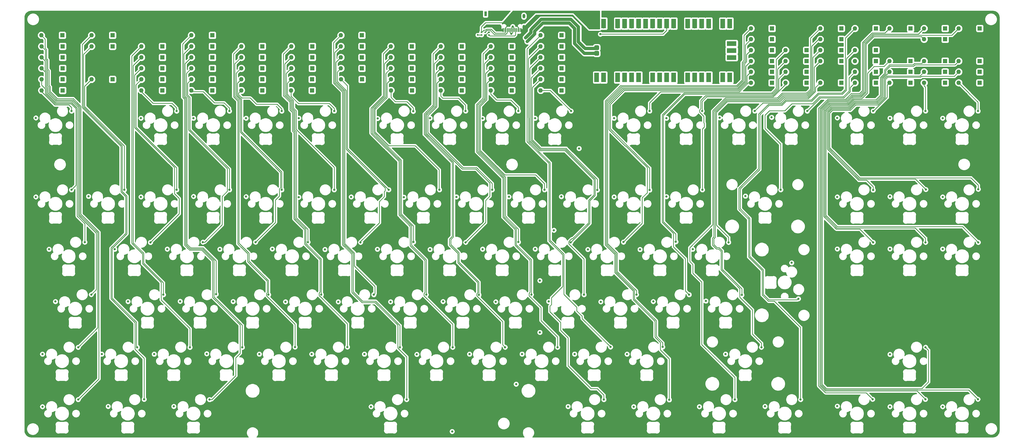
<source format=gtl>
G04 #@! TF.GenerationSoftware,KiCad,Pcbnew,(5.1.9)-1*
G04 #@! TF.CreationDate,2021-06-14T20:25:05+01:00*
G04 #@! TF.ProjectId,ENV_KB_RGB,454e565f-4b42-45f5-9247-422e6b696361,Rev.1*
G04 #@! TF.SameCoordinates,Original*
G04 #@! TF.FileFunction,Copper,L1,Top*
G04 #@! TF.FilePolarity,Positive*
%FSLAX46Y46*%
G04 Gerber Fmt 4.6, Leading zero omitted, Abs format (unit mm)*
G04 Created by KiCad (PCBNEW (5.1.9)-1) date 2021-06-14 20:25:05*
%MOMM*%
%LPD*%
G01*
G04 APERTURE LIST*
G04 #@! TA.AperFunction,SMDPad,CuDef*
%ADD10R,0.600000X1.450000*%
G04 #@! TD*
G04 #@! TA.AperFunction,SMDPad,CuDef*
%ADD11R,0.300000X1.450000*%
G04 #@! TD*
G04 #@! TA.AperFunction,ComponentPad*
%ADD12O,1.000000X2.100000*%
G04 #@! TD*
G04 #@! TA.AperFunction,ComponentPad*
%ADD13O,1.000000X1.600000*%
G04 #@! TD*
G04 #@! TA.AperFunction,ComponentPad*
%ADD14R,1.600000X1.600000*%
G04 #@! TD*
G04 #@! TA.AperFunction,ComponentPad*
%ADD15O,1.600000X1.600000*%
G04 #@! TD*
G04 #@! TA.AperFunction,SMDPad,CuDef*
%ADD16R,0.900000X1.700000*%
G04 #@! TD*
G04 #@! TA.AperFunction,ComponentPad*
%ADD17O,1.700000X1.700000*%
G04 #@! TD*
G04 #@! TA.AperFunction,SMDPad,CuDef*
%ADD18R,3.500000X1.700000*%
G04 #@! TD*
G04 #@! TA.AperFunction,ComponentPad*
%ADD19R,1.700000X1.700000*%
G04 #@! TD*
G04 #@! TA.AperFunction,SMDPad,CuDef*
%ADD20R,1.700000X3.500000*%
G04 #@! TD*
G04 #@! TA.AperFunction,ViaPad*
%ADD21C,0.800000*%
G04 #@! TD*
G04 #@! TA.AperFunction,Conductor*
%ADD22C,0.250000*%
G04 #@! TD*
G04 #@! TA.AperFunction,Conductor*
%ADD23C,1.193800*%
G04 #@! TD*
G04 #@! TA.AperFunction,Conductor*
%ADD24C,0.254000*%
G04 #@! TD*
G04 #@! TA.AperFunction,Conductor*
%ADD25C,0.150000*%
G04 #@! TD*
G04 APERTURE END LIST*
D10*
X209000000Y-67330000D03*
X215450000Y-67330000D03*
X209775000Y-67330000D03*
X214675000Y-67330000D03*
D11*
X213975000Y-67330000D03*
X210475000Y-67330000D03*
X213475000Y-67330000D03*
X210975000Y-67330000D03*
X212975000Y-67330000D03*
X211475000Y-67330000D03*
X211975000Y-67330000D03*
X212475000Y-67330000D03*
D12*
X216545000Y-66415000D03*
X207905000Y-66415000D03*
D13*
X216545000Y-62235000D03*
X207905000Y-62235000D03*
D14*
X381775000Y-66685000D03*
D15*
X374155000Y-66685000D03*
D14*
X369225000Y-66685000D03*
D15*
X361605000Y-66685000D03*
D14*
X356675000Y-66685000D03*
D15*
X349055000Y-66685000D03*
D14*
X344125000Y-66685000D03*
D15*
X336505000Y-66685000D03*
D14*
X331575000Y-66685000D03*
D15*
X323955000Y-66685000D03*
D14*
X306475000Y-66685000D03*
D15*
X298855000Y-66685000D03*
D14*
X230225000Y-69185000D03*
D15*
X222605000Y-69185000D03*
D14*
X157825000Y-69185000D03*
D15*
X150205000Y-69185000D03*
D14*
X103625000Y-69185000D03*
D15*
X96005000Y-69185000D03*
D14*
X67425000Y-69185000D03*
D15*
X59805000Y-69185000D03*
D14*
X49225000Y-69185000D03*
D15*
X41605000Y-69185000D03*
D14*
X369225000Y-70635000D03*
D15*
X361605000Y-70635000D03*
D14*
X331575000Y-70635000D03*
D15*
X323955000Y-70635000D03*
D14*
X306475000Y-70635000D03*
D15*
X298855000Y-70635000D03*
D14*
X230225000Y-73185000D03*
D15*
X222605000Y-73185000D03*
D14*
X212125000Y-73185000D03*
D15*
X204505000Y-73185000D03*
D14*
X194025000Y-73185000D03*
D15*
X186405000Y-73185000D03*
D14*
X175925000Y-73185000D03*
D15*
X168305000Y-73185000D03*
D14*
X157825000Y-73185000D03*
D15*
X150205000Y-73185000D03*
D14*
X139825000Y-73185000D03*
D15*
X132205000Y-73185000D03*
D14*
X121725000Y-73185000D03*
D15*
X114105000Y-73185000D03*
D14*
X103625000Y-73185000D03*
D15*
X96005000Y-73185000D03*
D14*
X85525000Y-73185000D03*
D15*
X77905000Y-73185000D03*
D14*
X67425000Y-73185000D03*
D15*
X59805000Y-73185000D03*
D14*
X49325000Y-73185000D03*
D15*
X41705000Y-73185000D03*
D14*
X344125000Y-74585000D03*
D15*
X336505000Y-74585000D03*
D14*
X331575000Y-74585000D03*
D15*
X323955000Y-74585000D03*
D14*
X319025000Y-74585000D03*
D15*
X311405000Y-74585000D03*
D14*
X306475000Y-74585000D03*
D15*
X298855000Y-74585000D03*
D14*
X230225000Y-77185000D03*
D15*
X222605000Y-77185000D03*
D14*
X212125000Y-77185000D03*
D15*
X204505000Y-77185000D03*
D14*
X194025000Y-77185000D03*
D15*
X186405000Y-77185000D03*
D14*
X175925000Y-77185000D03*
D15*
X168305000Y-77185000D03*
D14*
X157825000Y-77185000D03*
D15*
X150205000Y-77185000D03*
D14*
X139825000Y-77185000D03*
D15*
X132205000Y-77185000D03*
D14*
X121725000Y-77185000D03*
D15*
X114105000Y-77185000D03*
D14*
X103625000Y-77185000D03*
D15*
X96005000Y-77185000D03*
D14*
X85525000Y-77185000D03*
D15*
X77905000Y-77185000D03*
D14*
X49325000Y-77185000D03*
D15*
X41705000Y-77185000D03*
D14*
X381775000Y-78535000D03*
D15*
X374155000Y-78535000D03*
D14*
X369225000Y-78535000D03*
D15*
X361605000Y-78535000D03*
D14*
X356675000Y-78535000D03*
D15*
X349055000Y-78535000D03*
D14*
X344125000Y-78535000D03*
D15*
X336505000Y-78535000D03*
D14*
X331575000Y-78535000D03*
D15*
X323955000Y-78535000D03*
D14*
X319025000Y-78535000D03*
D15*
X311405000Y-78535000D03*
D14*
X306475000Y-78535000D03*
D15*
X298855000Y-78535000D03*
D14*
X230225000Y-81185000D03*
D15*
X222605000Y-81185000D03*
D14*
X212125000Y-81185000D03*
D15*
X204505000Y-81185000D03*
D14*
X194025000Y-81185000D03*
D15*
X186405000Y-81185000D03*
D14*
X175925000Y-81185000D03*
D15*
X168305000Y-81185000D03*
D14*
X157825000Y-81185000D03*
D15*
X150205000Y-81185000D03*
D14*
X139825000Y-81185000D03*
D15*
X132205000Y-81185000D03*
D14*
X121725000Y-81185000D03*
D15*
X114105000Y-81185000D03*
D14*
X103625000Y-81185000D03*
D15*
X96005000Y-81185000D03*
D14*
X85525000Y-81185000D03*
D15*
X77905000Y-81185000D03*
D14*
X49325000Y-81185000D03*
D15*
X41705000Y-81185000D03*
D14*
X381775000Y-82485000D03*
D15*
X374155000Y-82485000D03*
D14*
X369225000Y-82485000D03*
D15*
X361605000Y-82485000D03*
D14*
X356675000Y-82485000D03*
D15*
X349055000Y-82485000D03*
D14*
X344125000Y-82485000D03*
D15*
X336505000Y-82485000D03*
D14*
X319025000Y-82485000D03*
D15*
X311405000Y-82485000D03*
D14*
X306475000Y-82485000D03*
D15*
X298855000Y-82485000D03*
D14*
X230225000Y-85185000D03*
D15*
X222605000Y-85185000D03*
D14*
X212125000Y-85185000D03*
D15*
X204505000Y-85185000D03*
D14*
X194025000Y-85185000D03*
D15*
X186405000Y-85185000D03*
D14*
X175955000Y-85185000D03*
D15*
X168335000Y-85185000D03*
D14*
X157865000Y-85185000D03*
D15*
X150245000Y-85185000D03*
D14*
X139775000Y-85185000D03*
D15*
X132155000Y-85185000D03*
D14*
X121725000Y-85185000D03*
D15*
X114105000Y-85185000D03*
D14*
X103625000Y-85185000D03*
D15*
X96005000Y-85185000D03*
D14*
X85525000Y-85185000D03*
D15*
X77905000Y-85185000D03*
D14*
X67425000Y-85185000D03*
D15*
X59805000Y-85185000D03*
D14*
X49325000Y-85185000D03*
D15*
X41705000Y-85185000D03*
D14*
X381775000Y-86435000D03*
D15*
X374155000Y-86435000D03*
D14*
X369225000Y-86435000D03*
D15*
X361605000Y-86435000D03*
D14*
X356675000Y-86435000D03*
D15*
X349055000Y-86435000D03*
D14*
X344125000Y-86435000D03*
D15*
X336505000Y-86435000D03*
D14*
X331575000Y-86435000D03*
D15*
X323955000Y-86435000D03*
D14*
X319025000Y-86435000D03*
D15*
X311405000Y-86435000D03*
D14*
X306475000Y-86435000D03*
D15*
X298855000Y-86435000D03*
D14*
X230225000Y-89185000D03*
D15*
X222605000Y-89185000D03*
D14*
X212125000Y-89185000D03*
D15*
X204505000Y-89185000D03*
D14*
X194025000Y-89185000D03*
D15*
X186405000Y-89185000D03*
D14*
X175965000Y-89185000D03*
D15*
X168345000Y-89185000D03*
D14*
X139775000Y-89185000D03*
D15*
X132155000Y-89185000D03*
D14*
X121725000Y-89185000D03*
D15*
X114105000Y-89185000D03*
D14*
X103625000Y-89185000D03*
D15*
X96005000Y-89185000D03*
D14*
X85525000Y-89185000D03*
D15*
X77905000Y-89185000D03*
D14*
X49325000Y-89185000D03*
D15*
X41705000Y-89185000D03*
G04 #@! TA.AperFunction,SMDPad,CuDef*
G36*
G01*
X199652500Y-67805000D02*
X199997500Y-67805000D01*
G75*
G02*
X200145000Y-67952500I0J-147500D01*
G01*
X200145000Y-68247500D01*
G75*
G02*
X199997500Y-68395000I-147500J0D01*
G01*
X199652500Y-68395000D01*
G75*
G02*
X199505000Y-68247500I0J147500D01*
G01*
X199505000Y-67952500D01*
G75*
G02*
X199652500Y-67805000I147500J0D01*
G01*
G37*
G04 #@! TD.AperFunction*
G04 #@! TA.AperFunction,SMDPad,CuDef*
G36*
G01*
X199652500Y-68775000D02*
X199997500Y-68775000D01*
G75*
G02*
X200145000Y-68922500I0J-147500D01*
G01*
X200145000Y-69217500D01*
G75*
G02*
X199997500Y-69365000I-147500J0D01*
G01*
X199652500Y-69365000D01*
G75*
G02*
X199505000Y-69217500I0J147500D01*
G01*
X199505000Y-68922500D01*
G75*
G02*
X199652500Y-68775000I147500J0D01*
G01*
G37*
G04 #@! TD.AperFunction*
G04 #@! TA.AperFunction,SMDPad,CuDef*
G36*
G01*
X200990000Y-67805000D02*
X201360000Y-67805000D01*
G75*
G02*
X201495000Y-67940000I0J-135000D01*
G01*
X201495000Y-68210000D01*
G75*
G02*
X201360000Y-68345000I-135000J0D01*
G01*
X200990000Y-68345000D01*
G75*
G02*
X200855000Y-68210000I0J135000D01*
G01*
X200855000Y-67940000D01*
G75*
G02*
X200990000Y-67805000I135000J0D01*
G01*
G37*
G04 #@! TD.AperFunction*
G04 #@! TA.AperFunction,SMDPad,CuDef*
G36*
G01*
X200990000Y-68825000D02*
X201360000Y-68825000D01*
G75*
G02*
X201495000Y-68960000I0J-135000D01*
G01*
X201495000Y-69230000D01*
G75*
G02*
X201360000Y-69365000I-135000J0D01*
G01*
X200990000Y-69365000D01*
G75*
G02*
X200855000Y-69230000I0J135000D01*
G01*
X200855000Y-68960000D01*
G75*
G02*
X200990000Y-68825000I135000J0D01*
G01*
G37*
G04 #@! TD.AperFunction*
D16*
X202625000Y-61385000D03*
X199225000Y-61385000D03*
D17*
X290950000Y-72170000D03*
D18*
X291850000Y-72170000D03*
D19*
X290950000Y-74710000D03*
D18*
X291850000Y-74710000D03*
D17*
X290950000Y-77250000D03*
D18*
X291850000Y-77250000D03*
D20*
X291180000Y-64920000D03*
X288640000Y-64920000D03*
X286100000Y-64920000D03*
X283560000Y-64920000D03*
X281020000Y-64920000D03*
X278480000Y-64920000D03*
X275940000Y-64920000D03*
X273400000Y-64920000D03*
X270860000Y-64920000D03*
X268320000Y-64920000D03*
X265780000Y-64920000D03*
X263240000Y-64920000D03*
X260700000Y-64920000D03*
X258160000Y-64920000D03*
X255620000Y-64920000D03*
X253080000Y-64920000D03*
X250540000Y-64920000D03*
X248000000Y-64920000D03*
X245460000Y-64920000D03*
X242920000Y-64920000D03*
X291180000Y-84500000D03*
X288640000Y-84500000D03*
X286100000Y-84500000D03*
X283560000Y-84500000D03*
X281020000Y-84500000D03*
X278480000Y-84500000D03*
X275940000Y-84500000D03*
X273400000Y-84500000D03*
X270860000Y-84500000D03*
X268320000Y-84500000D03*
X265780000Y-84500000D03*
X263240000Y-84500000D03*
X260700000Y-84500000D03*
X258160000Y-84500000D03*
X255620000Y-84500000D03*
X253080000Y-84500000D03*
X250540000Y-84500000D03*
X248000000Y-84500000D03*
X245460000Y-84500000D03*
X242920000Y-84500000D03*
D17*
X242920000Y-65820000D03*
X245460000Y-65820000D03*
D19*
X248000000Y-65820000D03*
D17*
X250540000Y-65820000D03*
X253080000Y-65820000D03*
X255620000Y-65820000D03*
X258160000Y-65820000D03*
D19*
X260700000Y-65820000D03*
D17*
X263240000Y-65820000D03*
X265780000Y-65820000D03*
X268320000Y-65820000D03*
X270860000Y-65820000D03*
D19*
X273400000Y-65820000D03*
D17*
X275940000Y-65820000D03*
X278480000Y-65820000D03*
X281020000Y-65820000D03*
X283560000Y-65820000D03*
D19*
X286100000Y-65820000D03*
D17*
X288640000Y-65820000D03*
X291180000Y-65820000D03*
X291180000Y-83600000D03*
X288640000Y-83600000D03*
D19*
X286100000Y-83600000D03*
D17*
X283560000Y-83600000D03*
X281020000Y-83600000D03*
X278480000Y-83600000D03*
X275940000Y-83600000D03*
D19*
X273400000Y-83600000D03*
D17*
X270860000Y-83600000D03*
X268320000Y-83600000D03*
X265780000Y-83600000D03*
X263240000Y-83600000D03*
D19*
X260700000Y-83600000D03*
D17*
X258160000Y-83600000D03*
X255620000Y-83600000D03*
X253080000Y-83600000D03*
X250540000Y-83600000D03*
D19*
X248000000Y-83600000D03*
D17*
X245460000Y-83600000D03*
X242920000Y-83600000D03*
G04 #@! TA.AperFunction,ConnectorPad*
G36*
G01*
X246137500Y-75585000D02*
X245262500Y-75585000D01*
G75*
G02*
X244825000Y-75147500I0J437500D01*
G01*
X244825000Y-74272500D01*
G75*
G02*
X245262500Y-73835000I437500J0D01*
G01*
X246137500Y-73835000D01*
G75*
G02*
X246575000Y-74272500I0J-437500D01*
G01*
X246575000Y-75147500D01*
G75*
G02*
X246137500Y-75585000I-437500J0D01*
G01*
G37*
G04 #@! TD.AperFunction*
G04 #@! TA.AperFunction,ComponentPad*
G36*
G01*
X243362500Y-76601000D02*
X242487500Y-76601000D01*
G75*
G02*
X242050000Y-76163500I0J437500D01*
G01*
X242050000Y-75288500D01*
G75*
G02*
X242487500Y-74851000I437500J0D01*
G01*
X243362500Y-74851000D01*
G75*
G02*
X243800000Y-75288500I0J-437500D01*
G01*
X243800000Y-76163500D01*
G75*
G02*
X243362500Y-76601000I-437500J0D01*
G01*
G37*
G04 #@! TD.AperFunction*
G04 #@! TA.AperFunction,ComponentPad*
G36*
G01*
X243362500Y-74569000D02*
X242487500Y-74569000D01*
G75*
G02*
X242050000Y-74131500I0J437500D01*
G01*
X242050000Y-73256500D01*
G75*
G02*
X242487500Y-72819000I437500J0D01*
G01*
X243362500Y-72819000D01*
G75*
G02*
X243800000Y-73256500I0J-437500D01*
G01*
X243800000Y-74131500D01*
G75*
G02*
X243362500Y-74569000I-437500J0D01*
G01*
G37*
G04 #@! TD.AperFunction*
G04 #@! TA.AperFunction,SMDPad,CuDef*
G36*
G01*
X203690000Y-67805000D02*
X204060000Y-67805000D01*
G75*
G02*
X204195000Y-67940000I0J-135000D01*
G01*
X204195000Y-68210000D01*
G75*
G02*
X204060000Y-68345000I-135000J0D01*
G01*
X203690000Y-68345000D01*
G75*
G02*
X203555000Y-68210000I0J135000D01*
G01*
X203555000Y-67940000D01*
G75*
G02*
X203690000Y-67805000I135000J0D01*
G01*
G37*
G04 #@! TD.AperFunction*
G04 #@! TA.AperFunction,SMDPad,CuDef*
G36*
G01*
X203690000Y-68825000D02*
X204060000Y-68825000D01*
G75*
G02*
X204195000Y-68960000I0J-135000D01*
G01*
X204195000Y-69230000D01*
G75*
G02*
X204060000Y-69365000I-135000J0D01*
G01*
X203690000Y-69365000D01*
G75*
G02*
X203555000Y-69230000I0J135000D01*
G01*
X203555000Y-68960000D01*
G75*
G02*
X203690000Y-68825000I135000J0D01*
G01*
G37*
G04 #@! TD.AperFunction*
G04 #@! TA.AperFunction,SMDPad,CuDef*
G36*
G01*
X202340000Y-68825000D02*
X202710000Y-68825000D01*
G75*
G02*
X202845000Y-68960000I0J-135000D01*
G01*
X202845000Y-69230000D01*
G75*
G02*
X202710000Y-69365000I-135000J0D01*
G01*
X202340000Y-69365000D01*
G75*
G02*
X202205000Y-69230000I0J135000D01*
G01*
X202205000Y-68960000D01*
G75*
G02*
X202340000Y-68825000I135000J0D01*
G01*
G37*
G04 #@! TD.AperFunction*
G04 #@! TA.AperFunction,SMDPad,CuDef*
G36*
G01*
X202340000Y-67805000D02*
X202710000Y-67805000D01*
G75*
G02*
X202845000Y-67940000I0J-135000D01*
G01*
X202845000Y-68210000D01*
G75*
G02*
X202710000Y-68345000I-135000J0D01*
G01*
X202340000Y-68345000D01*
G75*
G02*
X202205000Y-68210000I0J135000D01*
G01*
X202205000Y-67940000D01*
G75*
G02*
X202340000Y-67805000I135000J0D01*
G01*
G37*
G04 #@! TD.AperFunction*
D21*
X42025000Y-204085000D03*
X42025000Y-184985000D03*
X46725000Y-165885000D03*
X44425000Y-146885000D03*
X39625000Y-127885000D03*
X39625000Y-99185000D03*
X63525000Y-184985000D03*
X65825000Y-203985000D03*
X58725000Y-127685000D03*
X82525000Y-184985000D03*
X73025000Y-165885000D03*
X68225000Y-146885000D03*
X77725000Y-127885000D03*
X77725000Y-99285000D03*
X89625000Y-203985000D03*
X101553000Y-184857000D03*
X91925000Y-165817000D03*
X87265000Y-146845000D03*
X96790000Y-127720000D03*
X96790000Y-99320000D03*
X120625000Y-184985000D03*
X111125000Y-165885000D03*
X106325000Y-146885000D03*
X115825000Y-127785000D03*
X115825000Y-99285000D03*
X139625000Y-184985000D03*
X130125000Y-165985000D03*
X125325000Y-146785000D03*
X134925000Y-127985000D03*
X134925000Y-99285000D03*
X161125000Y-204085000D03*
X158725000Y-184985000D03*
X149225000Y-165985000D03*
X144425000Y-146985000D03*
X153925000Y-127885000D03*
X177725000Y-185085000D03*
X168225000Y-165985000D03*
X163425000Y-146885000D03*
X173025000Y-127985000D03*
X163525000Y-99385000D03*
X196825000Y-184985000D03*
X187225000Y-165885000D03*
X182525000Y-146985000D03*
X192125000Y-127885000D03*
X182525000Y-99285000D03*
X215865000Y-184965000D03*
X206345000Y-165985000D03*
X201565000Y-146855000D03*
X211095000Y-127835000D03*
X201565000Y-99385000D03*
X232535000Y-204025000D03*
X234915000Y-184975000D03*
X225520248Y-165849752D03*
X220635000Y-146835000D03*
X230105000Y-127785000D03*
X220615000Y-99305000D03*
X256325000Y-204085000D03*
X253925000Y-184985000D03*
X244425000Y-165985000D03*
X239725000Y-146985000D03*
X249225000Y-127885000D03*
X249225000Y-99285000D03*
X268225000Y-99285000D03*
X268225000Y-127785000D03*
X258625000Y-146985000D03*
X263425000Y-165885000D03*
X287475000Y-99135000D03*
X277725000Y-146885000D03*
X282525000Y-165685000D03*
X289625000Y-184985000D03*
X280125000Y-204085000D03*
X303925000Y-203985000D03*
X313587500Y-151822500D03*
X296825000Y-127585000D03*
X306325000Y-98985000D03*
X330125000Y-203885000D03*
X330125000Y-146785000D03*
X330125000Y-127885000D03*
X330125000Y-99185000D03*
X349225000Y-204085000D03*
X349225000Y-185085000D03*
X349225000Y-99285000D03*
X349225000Y-127785000D03*
X349225000Y-146785000D03*
X368325000Y-204085000D03*
X368325000Y-146785000D03*
X368325000Y-127885000D03*
X368325000Y-99285000D03*
X52565000Y-96705000D03*
X90667000Y-96705000D03*
X109767000Y-96705000D03*
X128767000Y-96705000D03*
X147825000Y-96685000D03*
X176425000Y-96785000D03*
X195425000Y-96685000D03*
X262125000Y-96685000D03*
X281125000Y-96685000D03*
X300225000Y-96685000D03*
X319230000Y-96705000D03*
X343125000Y-96685000D03*
X362125000Y-96685000D03*
X381125000Y-96685000D03*
X52567000Y-125305000D03*
X71667000Y-125305000D03*
X90667000Y-125305000D03*
X109767000Y-125305000D03*
X128767000Y-125305000D03*
X147767000Y-125305000D03*
X167525000Y-125285000D03*
X185925000Y-125285000D03*
X205025000Y-125285000D03*
X224025000Y-125285000D03*
X243125000Y-125385000D03*
X262125000Y-125385000D03*
X281225000Y-125285000D03*
X309625000Y-125285000D03*
X343125000Y-125385000D03*
X362225000Y-125185000D03*
X381225000Y-125085000D03*
X57367000Y-144305000D03*
X81167000Y-144405000D03*
X100167000Y-144305000D03*
X119267000Y-144305000D03*
X138267000Y-144305000D03*
X157325000Y-144385000D03*
X176525000Y-144285000D03*
X195425000Y-144385000D03*
X214525000Y-144285000D03*
X233525000Y-144385000D03*
X252625000Y-144285000D03*
X271625000Y-144185000D03*
X290725000Y-144385000D03*
X343125000Y-144385000D03*
X362125000Y-144385000D03*
X381225000Y-144385000D03*
X59717000Y-163355000D03*
X85867000Y-163405000D03*
X104967000Y-163205000D03*
X123967000Y-163405000D03*
X143067000Y-163405000D03*
X162125000Y-163385000D03*
X181125000Y-163385000D03*
X200225000Y-163485000D03*
X219225000Y-163385000D03*
X238325000Y-163385000D03*
X257325000Y-163385000D03*
X276425000Y-163385000D03*
X295525000Y-163485000D03*
X316025000Y-164885000D03*
X54967000Y-182505000D03*
X76367000Y-182505000D03*
X95467000Y-182505000D03*
X114467000Y-182505000D03*
X133567000Y-182405000D03*
X152567000Y-182405000D03*
X171625000Y-182485000D03*
X190725000Y-182485000D03*
X209725000Y-182485000D03*
X228725000Y-182485000D03*
X247925000Y-182385000D03*
X266825000Y-182385000D03*
X302625000Y-182485000D03*
X362125000Y-182485000D03*
X54967000Y-201505000D03*
X78867000Y-201405000D03*
X102567000Y-201505000D03*
X174025000Y-201485000D03*
X245525000Y-201485000D03*
X269225000Y-201585000D03*
X293025000Y-201485000D03*
X316825000Y-201485000D03*
X342925000Y-201385000D03*
X362056000Y-201416000D03*
X214525000Y-96685000D03*
X233625000Y-96685000D03*
X190525000Y-213085000D03*
X213725000Y-195885000D03*
X222325000Y-177085000D03*
X222325000Y-158285000D03*
X227425000Y-139985000D03*
X236525000Y-110285000D03*
X217749394Y-71430474D03*
X211975000Y-68658602D03*
X212475000Y-66001398D03*
X217181258Y-70058874D03*
X245700000Y-74691000D03*
X303825000Y-72610000D03*
X303825000Y-68735000D03*
X352615000Y-81445000D03*
X343925000Y-89485000D03*
X40325000Y-139085000D03*
X359725000Y-195885000D03*
X233067000Y-141005000D03*
X243267000Y-151905000D03*
X202625000Y-61384990D03*
X244250000Y-68760000D03*
X381106000Y-201366000D03*
D22*
X52565000Y-95425000D02*
X52565000Y-96705000D01*
X51625000Y-94485000D02*
X52565000Y-95425000D01*
X46505000Y-94485000D02*
X51625000Y-94485000D01*
X41705000Y-89685000D02*
X46505000Y-94485000D01*
X41705000Y-89185000D02*
X41705000Y-89685000D01*
X52565000Y-96705000D02*
X52565000Y-96705000D01*
X82125000Y-93905000D02*
X77905000Y-89685000D01*
X86867000Y-93905000D02*
X82125000Y-93905000D01*
X86867000Y-93905000D02*
X88967000Y-93905000D01*
X88967000Y-93905000D02*
X90667000Y-95605000D01*
X90667000Y-95605000D02*
X90667000Y-96705000D01*
X90667000Y-96705000D02*
X90667000Y-96705000D01*
X109767000Y-96705000D02*
X109767000Y-96705000D01*
X104367000Y-93705000D02*
X100347000Y-89685000D01*
X107867000Y-93705000D02*
X104367000Y-93705000D01*
X96505000Y-89685000D02*
X96005000Y-89185000D01*
X109767000Y-95605000D02*
X107867000Y-93705000D01*
X100347000Y-89685000D02*
X96505000Y-89685000D01*
X109767000Y-96705000D02*
X109767000Y-95605000D01*
X114345000Y-91955000D02*
X114331410Y-91955000D01*
X114345000Y-91955000D02*
X114105000Y-91715000D01*
X114331410Y-91955000D02*
X113125010Y-90748600D01*
X113125010Y-90164990D02*
X114105000Y-89185000D01*
X113125010Y-90748600D02*
X113125010Y-90164990D01*
X117317000Y-91955000D02*
X114345000Y-91955000D01*
X119567000Y-94205000D02*
X117317000Y-91955000D01*
X124267000Y-94205000D02*
X119567000Y-94205000D01*
X124267000Y-94205000D02*
X127067000Y-94205000D01*
X127067000Y-94205000D02*
X128767000Y-95905000D01*
X128767000Y-95905000D02*
X128767000Y-96705000D01*
X128767000Y-96705000D02*
X128767000Y-96705000D01*
X147825000Y-95785000D02*
X147825000Y-96685000D01*
X146025000Y-93985000D02*
X147825000Y-95785000D01*
X134825000Y-93985000D02*
X146025000Y-93985000D01*
X132155000Y-91315000D02*
X134825000Y-93985000D01*
X132155000Y-89685000D02*
X132155000Y-91315000D01*
X147825000Y-96685000D02*
X147825000Y-96685000D01*
X168345000Y-91655000D02*
X168345000Y-89685000D01*
X168345000Y-91655000D02*
X168345000Y-91705000D01*
X168345000Y-91705000D02*
X169925000Y-93285000D01*
X169925000Y-93285000D02*
X174125000Y-93285000D01*
X174125000Y-93285000D02*
X176425000Y-95585000D01*
X176425000Y-95585000D02*
X176425000Y-96785000D01*
X176425000Y-96785000D02*
X176425000Y-96785000D01*
X186405000Y-90970000D02*
X186405000Y-89685000D01*
X186405000Y-90970000D02*
X186405000Y-91265000D01*
X186405000Y-91265000D02*
X187125000Y-91985000D01*
X187125000Y-91985000D02*
X192825000Y-91985000D01*
X192825000Y-91985000D02*
X195425000Y-94585000D01*
X195425000Y-94585000D02*
X195425000Y-96685000D01*
X195425000Y-96685000D02*
X195425000Y-96685000D01*
X298575000Y-86435000D02*
X298855000Y-86435000D01*
X297857050Y-86435000D02*
X298855000Y-86435000D01*
X294592059Y-89699991D02*
X297857050Y-86435000D01*
X274937188Y-89699991D02*
X294592059Y-89699991D01*
X274739991Y-89699991D02*
X274739989Y-89699989D01*
X274937188Y-89699991D02*
X274739991Y-89699991D01*
X274739989Y-89699989D02*
X266110011Y-89699989D01*
X266110011Y-89699989D02*
X262125000Y-93685000D01*
X262125000Y-93685000D02*
X262125000Y-96685000D01*
X262125000Y-96685000D02*
X262125000Y-96685000D01*
X311405000Y-87014230D02*
X311405000Y-86435000D01*
X306909318Y-91509912D02*
X311405000Y-87014230D01*
X283060088Y-91509912D02*
X306909318Y-91509912D01*
X283060088Y-91509912D02*
X282800088Y-91509912D01*
X282800088Y-91509912D02*
X281125000Y-93185000D01*
X281125000Y-93185000D02*
X281125000Y-96685000D01*
X281125000Y-96685000D02*
X281125000Y-96685000D01*
X322225040Y-88164960D02*
X323955000Y-86435000D01*
X311140000Y-92182000D02*
X319614410Y-92182000D01*
X309562033Y-93759967D02*
X311140000Y-92182000D01*
X319614410Y-92182000D02*
X322225040Y-89571370D01*
X303150033Y-93759967D02*
X309562033Y-93759967D01*
X322225040Y-89571370D02*
X322225040Y-88164960D01*
X300225000Y-96685000D02*
X300225000Y-96685000D01*
X300225000Y-96685000D02*
X303150033Y-93759967D01*
X323975853Y-91959147D02*
X332499147Y-91959147D01*
X319230000Y-96705000D02*
X319230000Y-96705000D01*
X334499147Y-89956493D02*
X334825040Y-89630600D01*
X334499147Y-89959147D02*
X334499147Y-89956493D01*
X332499147Y-91959147D02*
X334499147Y-89959147D01*
X334825040Y-88114960D02*
X336505000Y-86435000D01*
X334825040Y-89630600D02*
X334825040Y-88114960D01*
X319230000Y-96705000D02*
X323975853Y-91959147D01*
X343243460Y-96685000D02*
X343125000Y-96685000D01*
X348225060Y-91703400D02*
X343243460Y-96685000D01*
X348225060Y-87264940D02*
X348225060Y-91703400D01*
X349055000Y-86435000D02*
X348225060Y-87264940D01*
X343125000Y-96685000D02*
X343125000Y-96685000D01*
X361605000Y-87535000D02*
X361605000Y-86435000D01*
X362125000Y-88055000D02*
X361605000Y-87535000D01*
X362125000Y-96685000D02*
X362125000Y-96685000D01*
X362125000Y-96685000D02*
X362125000Y-88055000D01*
X377877500Y-90157500D02*
X374155000Y-86435000D01*
X377877500Y-90157500D02*
X377877500Y-90237500D01*
X377877500Y-90237500D02*
X381125000Y-93485000D01*
X381125000Y-93485000D02*
X381125000Y-96685000D01*
X381125000Y-96685000D02*
X381125000Y-96685000D01*
X46691399Y-94034989D02*
X52475129Y-94034989D01*
X41705000Y-85185000D02*
X41705000Y-87295000D01*
X41705000Y-87295000D02*
X43045000Y-88635000D01*
X52475129Y-94034989D02*
X54172850Y-95732710D01*
X43045000Y-90388590D02*
X46691399Y-94034989D01*
X43045000Y-88635000D02*
X43045000Y-90388590D01*
X54172850Y-96410850D02*
X54172852Y-96410852D01*
X54172850Y-95732710D02*
X54172850Y-96410850D01*
X54172850Y-96510850D02*
X54172852Y-96510852D01*
X54172850Y-96410850D02*
X54172850Y-96510850D01*
X54172852Y-96510852D02*
X54172852Y-123699148D01*
X54172852Y-123699148D02*
X52567000Y-125305000D01*
X52567000Y-125305000D02*
X52567000Y-125305000D01*
X57322920Y-87667080D02*
X59805000Y-85185000D01*
X57322920Y-87667080D02*
X57322920Y-95060920D01*
X57322920Y-95060920D02*
X71667000Y-109405000D01*
X71667000Y-109405000D02*
X71667000Y-125305000D01*
X71667000Y-125305000D02*
X71667000Y-125305000D01*
X75936000Y-87154000D02*
X77905000Y-85185000D01*
X75936000Y-91594000D02*
X75936000Y-91420000D01*
X75936000Y-91594000D02*
X75936000Y-87154000D01*
X90667000Y-125305000D02*
X90667000Y-125305000D01*
X90667000Y-117305000D02*
X90667000Y-125305000D01*
X75936000Y-102574000D02*
X90667000Y-117305000D01*
X75936000Y-91594000D02*
X75936000Y-102574000D01*
X95494000Y-94214000D02*
X95494000Y-94354000D01*
X94625000Y-86565000D02*
X96005000Y-85185000D01*
X94625000Y-90935000D02*
X94625000Y-86565000D01*
X95475000Y-91785000D02*
X94625000Y-90935000D01*
X95494000Y-91785000D02*
X95475000Y-91785000D01*
X95494000Y-94354000D02*
X95494000Y-91785000D01*
X109767000Y-125305000D02*
X109767000Y-125305000D01*
X109767000Y-117705000D02*
X109767000Y-125305000D01*
X95494000Y-103432000D02*
X109767000Y-117705000D01*
X95494000Y-94354000D02*
X95494000Y-103432000D01*
X112675000Y-86615000D02*
X114105000Y-85185000D01*
X112675000Y-90935000D02*
X112675000Y-86615000D01*
X114175010Y-92435010D02*
X112675000Y-90935000D01*
X114175010Y-92435010D02*
X114175010Y-104213010D01*
X114175010Y-104213010D02*
X128767000Y-118805000D01*
X128767000Y-118805000D02*
X128767000Y-125305000D01*
X128767000Y-125305000D02*
X128767000Y-125305000D01*
X130775000Y-86565000D02*
X132155000Y-85185000D01*
X130775000Y-90585000D02*
X130775000Y-86565000D01*
X133025000Y-92835000D02*
X130775000Y-90585000D01*
X133025000Y-92835000D02*
X133025000Y-95663000D01*
X133025000Y-95663000D02*
X133967000Y-96605000D01*
X133967000Y-96605000D02*
X133967000Y-103405000D01*
X133967000Y-103405000D02*
X147767000Y-117205000D01*
X147767000Y-117205000D02*
X147767000Y-125305000D01*
X147767000Y-125305000D02*
X147767000Y-125305000D01*
X150245000Y-85185000D02*
X152586010Y-87526010D01*
X152586010Y-87526010D02*
X152586010Y-110346010D01*
X152586010Y-110346010D02*
X167525000Y-125285000D01*
X166925000Y-86595000D02*
X168335000Y-85185000D01*
X166925000Y-91735000D02*
X166925000Y-86595000D01*
X162550000Y-96110000D02*
X166925000Y-91735000D01*
X162550000Y-96110000D02*
X162550000Y-104310000D01*
X162550000Y-104310000D02*
X167525000Y-109285000D01*
X167525000Y-109285000D02*
X177125000Y-109285000D01*
X177125000Y-109285000D02*
X185825000Y-117985000D01*
X185825000Y-117985000D02*
X185825000Y-125185000D01*
X185825000Y-125185000D02*
X185925000Y-125285000D01*
X185925000Y-125285000D02*
X185925000Y-125285000D01*
X184975000Y-86615000D02*
X186405000Y-85185000D01*
X184975000Y-95085000D02*
X184975000Y-86615000D01*
X182362000Y-97698000D02*
X184975000Y-95085000D01*
X182362000Y-97698000D02*
X181725000Y-98335000D01*
X181725000Y-98335000D02*
X181725000Y-104585000D01*
X181725000Y-104585000D02*
X194425000Y-117285000D01*
X194425000Y-117285000D02*
X199325000Y-117285000D01*
X199325000Y-117285000D02*
X205025000Y-122985000D01*
X205025000Y-122985000D02*
X205025000Y-125285000D01*
X205025000Y-125285000D02*
X205025000Y-125285000D01*
X203125000Y-86565000D02*
X204505000Y-85185000D01*
X203125000Y-92485000D02*
X203125000Y-86565000D01*
X201875000Y-93735000D02*
X203125000Y-92485000D01*
X201875000Y-93735000D02*
X200725000Y-94885000D01*
X200725000Y-94885000D02*
X200725000Y-110985000D01*
X200725000Y-110985000D02*
X209625000Y-119885000D01*
X209625000Y-119885000D02*
X220825000Y-119885000D01*
X220825000Y-119885000D02*
X224025000Y-123085000D01*
X224025000Y-123085000D02*
X224025000Y-125285000D01*
X224025000Y-125285000D02*
X224025000Y-125285000D01*
X219625000Y-88165000D02*
X222605000Y-85185000D01*
X219625000Y-88165000D02*
X219625000Y-107185000D01*
X219625000Y-107185000D02*
X222625000Y-110185000D01*
X222625000Y-110185000D02*
X231825000Y-110185000D01*
X231825000Y-110185000D02*
X243125000Y-121485000D01*
X243125000Y-121485000D02*
X243125000Y-125385000D01*
X243125000Y-125385000D02*
X243125000Y-125385000D01*
X293924999Y-89249979D02*
X293925000Y-89249978D01*
X294405660Y-89249980D02*
X297425040Y-86230600D01*
X293760021Y-89249979D02*
X294405660Y-89249980D01*
X293760021Y-89249979D02*
X293924999Y-89249979D01*
X297425040Y-83914960D02*
X298855000Y-82485000D01*
X297425040Y-86230600D02*
X297425040Y-83914960D01*
X274750791Y-89249979D02*
X293760021Y-89249979D01*
X252860021Y-89249979D02*
X274750791Y-89249979D01*
X252850143Y-89259857D02*
X252860021Y-89249979D01*
X252848143Y-89259857D02*
X252850143Y-89259857D01*
X247894000Y-94214000D02*
X252848143Y-89259857D01*
X247894000Y-94214000D02*
X247894000Y-103154000D01*
X247894000Y-103154000D02*
X257025000Y-112285000D01*
X257025000Y-112285000D02*
X260425000Y-115685000D01*
X260425000Y-115685000D02*
X262125000Y-117385000D01*
X262125000Y-117385000D02*
X262125000Y-125385000D01*
X262125000Y-125385000D02*
X262125000Y-125385000D01*
X308925019Y-88857801D02*
X308925019Y-84964981D01*
X282450099Y-91059901D02*
X306722919Y-91059901D01*
X308925019Y-84964981D02*
X311405000Y-82485000D01*
X306722919Y-91059901D02*
X308925019Y-88857801D01*
X280625000Y-92885000D02*
X282450099Y-91059901D01*
X280625000Y-93785000D02*
X280625000Y-92885000D01*
X280625000Y-93785000D02*
X280625000Y-95885000D01*
X280625000Y-95885000D02*
X280225000Y-96285000D01*
X280225000Y-96285000D02*
X280225000Y-97085000D01*
X280225000Y-97085000D02*
X281725000Y-98585000D01*
X281725000Y-98585000D02*
X281725000Y-100985000D01*
X281725000Y-100985000D02*
X281925000Y-101185000D01*
X281925000Y-101185000D02*
X281925000Y-102485000D01*
X281925000Y-102485000D02*
X281225000Y-103185000D01*
X281225000Y-103185000D02*
X281225000Y-125285000D01*
X281225000Y-125285000D02*
X281225000Y-125285000D01*
X309625000Y-108685000D02*
X309625000Y-125285000D01*
X303925000Y-102985000D02*
X309625000Y-108685000D01*
X305525000Y-96585000D02*
X303925000Y-98185000D01*
X313650000Y-94060000D02*
X311125000Y-96585000D01*
X303925000Y-98185000D02*
X303925000Y-102985000D01*
X311125000Y-96585000D02*
X305525000Y-96585000D01*
X321225000Y-94060000D02*
X313650000Y-94060000D01*
X323775983Y-91509017D02*
X321225000Y-94060000D01*
X332310213Y-91509017D02*
X323775983Y-91509017D01*
X334375030Y-89444200D02*
X332310213Y-91509017D01*
X334375030Y-84614970D02*
X334375030Y-89444200D01*
X336505000Y-82485000D02*
X334375030Y-84614970D01*
X309625000Y-125285000D02*
X309625000Y-125285000D01*
X334466210Y-95560070D02*
X336491262Y-93535017D01*
X327981979Y-95560070D02*
X334466210Y-95560070D01*
X326510009Y-97032040D02*
X327981979Y-95560070D01*
X336491262Y-93535017D02*
X343574983Y-93535017D01*
X343574983Y-93535017D02*
X343725000Y-93535017D01*
X346624978Y-84915022D02*
X349055000Y-82485000D01*
X346624978Y-91394252D02*
X346624978Y-84915022D01*
X344484213Y-93535017D02*
X346624978Y-91394252D01*
X343574983Y-93535017D02*
X344484213Y-93535017D01*
X326510009Y-97370009D02*
X326510012Y-97404842D01*
X326510009Y-97032040D02*
X326510009Y-97370009D01*
X326510012Y-97404842D02*
X326510012Y-110442832D01*
X326510012Y-110442832D02*
X334888590Y-118821410D01*
X334888590Y-118821410D02*
X337902190Y-121835010D01*
X337902190Y-121835010D02*
X340775010Y-121835010D01*
X340775010Y-121835010D02*
X343125000Y-124185000D01*
X343125000Y-124185000D02*
X343125000Y-125385000D01*
X343125000Y-125385000D02*
X343125000Y-125385000D01*
X338088590Y-121385000D02*
X358425000Y-121385000D01*
X326960021Y-110256431D02*
X338088590Y-121385000D01*
X326960020Y-97218440D02*
X326960021Y-110256431D01*
X328169919Y-96010081D02*
X326961560Y-97218440D01*
X334652609Y-96010081D02*
X328169919Y-96010081D01*
X336677666Y-93985024D02*
X334652609Y-96010081D01*
X344670616Y-93985024D02*
X336677666Y-93985024D01*
X358425000Y-121385000D02*
X362225000Y-125185000D01*
X347074989Y-91580651D02*
X344670616Y-93985024D01*
X347074989Y-85101420D02*
X347074989Y-91580651D01*
X348191409Y-83985000D02*
X347074989Y-85101420D01*
X326961560Y-97218440D02*
X326960020Y-97218440D01*
X360105000Y-83985000D02*
X348191409Y-83985000D01*
X361605000Y-82485000D02*
X360105000Y-83985000D01*
X362225000Y-125185000D02*
X362225000Y-125185000D01*
X344624999Y-94435038D02*
X344625000Y-94435037D01*
X372555000Y-84085000D02*
X374155000Y-82485000D01*
X360641410Y-84085000D02*
X372555000Y-84085000D01*
X360291401Y-84435009D02*
X360641410Y-84085000D01*
X348377810Y-84435010D02*
X360291401Y-84435009D01*
X347525000Y-85287820D02*
X348377810Y-84435010D01*
X347525000Y-91767050D02*
X347525000Y-85287820D01*
X344857015Y-94435035D02*
X347525000Y-91767050D01*
X344674965Y-94435035D02*
X344857015Y-94435035D01*
X344624999Y-94435038D02*
X344674962Y-94435038D01*
X344674962Y-94435038D02*
X344674965Y-94435035D01*
X381225000Y-123585000D02*
X381225000Y-125085000D01*
X338274989Y-120934989D02*
X378574989Y-120934989D01*
X378574989Y-120934989D02*
X381225000Y-123585000D01*
X327410030Y-110070030D02*
X338274989Y-120934989D01*
X328356318Y-96460092D02*
X327410030Y-97406380D01*
X334869909Y-96460091D02*
X328356318Y-96460092D01*
X327410030Y-97406380D02*
X327410030Y-110070030D01*
X336894962Y-94435038D02*
X334869909Y-96460091D01*
X344624999Y-94435038D02*
X336894962Y-94435038D01*
X381225000Y-125085000D02*
X381225000Y-125185000D01*
X43035000Y-82515000D02*
X41705000Y-81185000D01*
X43035001Y-87988591D02*
X43035000Y-82515000D01*
X43495011Y-88448600D02*
X43035001Y-87988591D01*
X43495011Y-90202191D02*
X43495011Y-88448600D01*
X46877798Y-93584978D02*
X43495011Y-90202191D01*
X52661528Y-93584978D02*
X46877798Y-93584978D01*
X54622860Y-95546310D02*
X52661528Y-93584978D01*
X54622860Y-96160860D02*
X54622862Y-96160862D01*
X54622860Y-95546310D02*
X54622860Y-96160860D01*
X54622862Y-96160862D02*
X54622862Y-134860862D01*
X54622862Y-134860862D02*
X57367000Y-137605000D01*
X57367000Y-137605000D02*
X57367000Y-144305000D01*
X57367000Y-144305000D02*
X57367000Y-144305000D01*
X75428000Y-83662000D02*
X77905000Y-81185000D01*
X75428000Y-91156000D02*
X75428000Y-83662000D01*
X75428000Y-91156000D02*
X75428000Y-102702410D01*
X75428000Y-102702410D02*
X89867000Y-117141410D01*
X89867000Y-117141410D02*
X89867000Y-126705000D01*
X89867000Y-126705000D02*
X91567000Y-128405000D01*
X91567000Y-128405000D02*
X91567000Y-134005000D01*
X91567000Y-134005000D02*
X81167000Y-144405000D01*
X81167000Y-144405000D02*
X81167000Y-144405000D01*
X94174990Y-83015010D02*
X96005000Y-81185000D01*
X94174990Y-83015010D02*
X94265000Y-82925000D01*
X94174990Y-91121400D02*
X94174990Y-83015010D01*
X94986000Y-91932410D02*
X94174990Y-91121400D01*
X94986000Y-91932410D02*
X94986000Y-102586000D01*
X94986000Y-102586000D02*
X94967000Y-102605000D01*
X94967000Y-102605000D02*
X94967000Y-103541410D01*
X94967000Y-103541410D02*
X109041999Y-117616409D01*
X109041999Y-117616409D02*
X109041999Y-125830001D01*
X109041999Y-125830001D02*
X107167000Y-127705000D01*
X107167000Y-127705000D02*
X107167000Y-138005000D01*
X107167000Y-138005000D02*
X100867000Y-144305000D01*
X100867000Y-144305000D02*
X100167000Y-144305000D01*
X100167000Y-144305000D02*
X100167000Y-144305000D01*
X113725000Y-93585000D02*
X113725000Y-93371580D01*
X113975000Y-81185000D02*
X114105000Y-81185000D01*
X112224990Y-82935010D02*
X113975000Y-81185000D01*
X112224990Y-91121400D02*
X112224990Y-82935010D01*
X113725000Y-92621410D02*
X112224990Y-91121400D01*
X113725000Y-93585000D02*
X113725000Y-92621410D01*
X113725000Y-93585000D02*
X113725001Y-104399411D01*
X113725001Y-104399411D02*
X128316990Y-118991400D01*
X128316990Y-118991400D02*
X128316990Y-124555010D01*
X128316990Y-124555010D02*
X127867000Y-125005000D01*
X127867000Y-125005000D02*
X127867000Y-127605000D01*
X127867000Y-127605000D02*
X126467000Y-129005000D01*
X126467000Y-129005000D02*
X126467000Y-137105000D01*
X126467000Y-137105000D02*
X119267000Y-144305000D01*
X119267000Y-144305000D02*
X119267000Y-144305000D01*
X138267000Y-144305000D02*
X138267000Y-144305000D01*
X138267000Y-139705000D02*
X138267000Y-144305000D01*
X134067000Y-135505000D02*
X138267000Y-139705000D01*
X133516991Y-103591401D02*
X134067000Y-104141410D01*
X133516990Y-96791400D02*
X133516991Y-103591401D01*
X132574991Y-95849401D02*
X133516990Y-96791400D01*
X132574990Y-93021400D02*
X132574991Y-95849401D01*
X130324990Y-90771400D02*
X132574990Y-93021400D01*
X130324990Y-83065010D02*
X130324990Y-90771400D01*
X134067000Y-104141410D02*
X134067000Y-135505000D01*
X132205000Y-81185000D02*
X130324990Y-83065010D01*
X148875000Y-82515000D02*
X150205000Y-81185000D01*
X148875000Y-85935000D02*
X148875000Y-82515000D01*
X152136000Y-89196000D02*
X148875000Y-85935000D01*
X152136000Y-89196000D02*
X152136001Y-110532411D01*
X152136001Y-110532411D02*
X166256795Y-124653205D01*
X166256795Y-124653205D02*
X166256795Y-125616795D01*
X166256795Y-125616795D02*
X165925000Y-125948590D01*
X165925000Y-125948590D02*
X165925000Y-127785000D01*
X165925000Y-127785000D02*
X164125000Y-129585000D01*
X164125000Y-129585000D02*
X164125000Y-137285000D01*
X164125000Y-137285000D02*
X157325000Y-144085000D01*
X157325000Y-144085000D02*
X157325000Y-144385000D01*
X157325000Y-144385000D02*
X157325000Y-144385000D01*
X176525000Y-144285000D02*
X176525000Y-144285000D01*
X162099991Y-104496401D02*
X172125000Y-114521410D01*
X172125000Y-134085000D02*
X176525000Y-138485000D01*
X172125000Y-114521410D02*
X172125000Y-134085000D01*
X162099991Y-95923599D02*
X162099991Y-104496401D01*
X166474990Y-91548600D02*
X162099991Y-95923599D01*
X166474990Y-83015010D02*
X166474990Y-91548600D01*
X176525000Y-138485000D02*
X176525000Y-144285000D01*
X168305000Y-81185000D02*
X166474990Y-83015010D01*
X184524990Y-83065010D02*
X186405000Y-81185000D01*
X184524990Y-83065010D02*
X184660000Y-82930000D01*
X195425000Y-144385000D02*
X195425000Y-144385000D01*
X204225000Y-127585000D02*
X202625000Y-129185000D01*
X204225000Y-122821410D02*
X204225000Y-127585000D01*
X199138600Y-117735010D02*
X204225000Y-122821410D01*
X194238600Y-117735010D02*
X199138600Y-117735010D01*
X202625000Y-137185000D02*
X195425000Y-144385000D01*
X181274991Y-104771401D02*
X194238600Y-117735010D01*
X181274990Y-98148600D02*
X181274991Y-104771401D01*
X202625000Y-129185000D02*
X202625000Y-137185000D01*
X184524990Y-94898600D02*
X181274990Y-98148600D01*
X184524990Y-83065010D02*
X184524990Y-94898600D01*
X202674990Y-83015010D02*
X204505000Y-81185000D01*
X202674990Y-92298600D02*
X202674990Y-83015010D01*
X201424991Y-93548599D02*
X202674990Y-92298600D01*
X201424991Y-93548599D02*
X200274990Y-94698600D01*
X200274990Y-94698600D02*
X200274991Y-111171401D01*
X200274991Y-111171401D02*
X209825000Y-120721410D01*
X209825000Y-120721410D02*
X209825000Y-134885000D01*
X209825000Y-134885000D02*
X214525000Y-139585000D01*
X214525000Y-139585000D02*
X214525000Y-144285000D01*
X214525000Y-144285000D02*
X214525000Y-144285000D01*
X233525000Y-144385000D02*
X233525000Y-144385000D01*
X219174991Y-84615009D02*
X219174991Y-107371401D01*
X222605000Y-81185000D02*
X219174991Y-84615009D01*
X242375011Y-121371420D02*
X242375011Y-127334990D01*
X231638600Y-110635009D02*
X242375011Y-121371420D01*
X240425001Y-129284999D02*
X240425001Y-137484999D01*
X242375011Y-127334990D02*
X240425001Y-129284999D01*
X219174991Y-107371401D02*
X222438599Y-110635009D01*
X240425001Y-137484999D02*
X233525000Y-144385000D01*
X222438599Y-110635009D02*
X231638600Y-110635009D01*
X293724999Y-88799970D02*
X293725000Y-88799969D01*
X252546030Y-88799970D02*
X293724999Y-88799970D01*
X247350000Y-93996000D02*
X252546030Y-88799970D01*
X296975030Y-80414970D02*
X298855000Y-78535000D01*
X296975030Y-86044200D02*
X296975030Y-80414970D01*
X294219260Y-88799970D02*
X296975030Y-86044200D01*
X293724999Y-88799970D02*
X294219260Y-88799970D01*
X247350000Y-93996000D02*
X247350000Y-103410000D01*
X253325000Y-109385000D02*
X253425000Y-109385000D01*
X247350000Y-103410000D02*
X253325000Y-109385000D01*
X253425000Y-109385000D02*
X261225000Y-117185000D01*
X261225000Y-117185000D02*
X261225000Y-126385000D01*
X261225000Y-126385000D02*
X259425000Y-128185000D01*
X259425000Y-128185000D02*
X259425000Y-132822114D01*
X259425000Y-132822114D02*
X259425000Y-137485000D01*
X259425000Y-137485000D02*
X252625000Y-144285000D01*
X252625000Y-144285000D02*
X252625000Y-144285000D01*
X308475009Y-88671401D02*
X308475009Y-81464991D01*
X306546400Y-90600010D02*
X308475009Y-88671401D01*
X275309990Y-90600010D02*
X306546400Y-90600010D01*
X308475009Y-81464991D02*
X311405000Y-78535000D01*
X275309990Y-90600010D02*
X274809990Y-90600010D01*
X274809990Y-90600010D02*
X267125000Y-98285000D01*
X267125000Y-98285000D02*
X267125000Y-136885000D01*
X267125000Y-136885000D02*
X271625000Y-141385000D01*
X271625000Y-141385000D02*
X271625000Y-144185000D01*
X271625000Y-144185000D02*
X271625000Y-144285000D01*
X310886000Y-91674000D02*
X319486000Y-91674000D01*
X293350044Y-93309956D02*
X309250044Y-93309956D01*
X309250044Y-93309956D02*
X310886000Y-91674000D01*
X319486000Y-91674000D02*
X321775030Y-89384970D01*
X321775030Y-80714970D02*
X323955000Y-78535000D01*
X321775030Y-89384970D02*
X321775030Y-80714970D01*
X293350044Y-93309956D02*
X290200044Y-93309956D01*
X290200044Y-93309956D02*
X286749999Y-96760001D01*
X286749999Y-96760001D02*
X286325000Y-97185000D01*
X286325000Y-97185000D02*
X286325000Y-138185000D01*
X286325000Y-138185000D02*
X290725000Y-142585000D01*
X290725000Y-142585000D02*
X290725000Y-144385000D01*
X290725000Y-144385000D02*
X290725000Y-144385000D01*
X325150041Y-134982861D02*
X325150041Y-96482436D01*
X327422677Y-94209800D02*
X333907250Y-94209800D01*
X338325020Y-139585020D02*
X329752200Y-139585020D01*
X347055000Y-80535000D02*
X349055000Y-78535000D01*
X335957013Y-92160037D02*
X338945606Y-92160037D01*
X333907250Y-94209800D02*
X335957013Y-92160037D01*
X341075022Y-82959978D02*
X343500000Y-80535000D01*
X329752200Y-139585020D02*
X325150041Y-134982861D01*
X338945606Y-92160037D02*
X341075022Y-90030620D01*
X325150041Y-96482436D02*
X327422677Y-94209800D01*
X341075022Y-90030620D02*
X341075022Y-82959978D01*
X343500000Y-80535000D02*
X347055000Y-80535000D01*
X343125000Y-144385000D02*
X343125000Y-144385000D01*
X343125000Y-144385000D02*
X338325020Y-139585020D01*
X360715010Y-79424990D02*
X361605000Y-78535000D01*
X358125010Y-79424990D02*
X360715010Y-79424990D01*
X357615000Y-79935000D02*
X358125010Y-79424990D01*
X325609987Y-96659240D02*
X327609179Y-94660048D01*
X349063590Y-79935000D02*
X357615000Y-79935000D01*
X327609179Y-94660048D02*
X334093410Y-94660048D01*
X334093410Y-94660048D02*
X336118467Y-92634991D01*
X347237490Y-81761100D02*
X349063590Y-79935000D01*
X344111419Y-92634991D02*
X345724956Y-91021454D01*
X345724956Y-91021454D02*
X345724956Y-85134956D01*
X345724956Y-85134956D02*
X345724960Y-84542220D01*
X336118467Y-92634991D02*
X344111419Y-92634991D01*
X345724960Y-84542220D02*
X347237490Y-83029690D01*
X347237490Y-83029690D02*
X347237490Y-81761100D01*
X325609987Y-134806397D02*
X329938600Y-139135010D01*
X325609987Y-96659240D02*
X325609987Y-134806397D01*
X329938600Y-139135010D02*
X358375010Y-139135010D01*
X358375010Y-139135010D02*
X362125000Y-142885000D01*
X362125000Y-142885000D02*
X362125000Y-144385000D01*
X362125000Y-144385000D02*
X362125000Y-144385000D01*
X372815000Y-79875000D02*
X373230000Y-79460000D01*
X358311410Y-79875000D02*
X372815000Y-79875000D01*
X357801401Y-80385009D02*
X358311410Y-79875000D01*
X356575000Y-80385000D02*
X356575009Y-80385009D01*
X347687500Y-81947500D02*
X349250000Y-80385000D01*
X373230000Y-79460000D02*
X374155000Y-78535000D01*
X356575009Y-80385009D02*
X357801401Y-80385009D01*
X326059998Y-96845640D02*
X327795579Y-95110059D01*
X346174969Y-84728621D02*
X347687500Y-83216090D01*
X327795579Y-95110059D02*
X334279810Y-95110059D01*
X334279810Y-95110059D02*
X336304867Y-93085002D01*
X344297818Y-93085002D02*
X346174967Y-91207853D01*
X346174967Y-85035033D02*
X346174969Y-84728621D01*
X336304867Y-93085002D02*
X344297818Y-93085002D01*
X346174967Y-91207853D02*
X346174967Y-85035033D01*
X349250000Y-80385000D02*
X356575000Y-80385000D01*
X347687500Y-83216090D02*
X347687500Y-81947500D01*
X326059998Y-96845640D02*
X326059998Y-134619998D01*
X326059998Y-134619998D02*
X330125000Y-138685000D01*
X330125000Y-138685000D02*
X375525000Y-138685000D01*
X375525000Y-138685000D02*
X381225000Y-144385000D01*
X381225000Y-144385000D02*
X381225000Y-144385000D01*
X55072871Y-134583691D02*
X61566980Y-141077800D01*
X55072870Y-95359910D02*
X55072871Y-134583691D01*
X52847927Y-93134967D02*
X55072870Y-95359910D01*
X47064197Y-93134967D02*
X52847927Y-93134967D01*
X61566980Y-161505020D02*
X59717000Y-163355000D01*
X43945022Y-88262200D02*
X43945022Y-90015792D01*
X43485011Y-87802189D02*
X43945022Y-88262200D01*
X43945022Y-90015792D02*
X47064197Y-93134967D01*
X43485011Y-82328600D02*
X43485011Y-87802189D01*
X43025000Y-81868590D02*
X43485011Y-82328600D01*
X61566980Y-141077800D02*
X61566980Y-161505020D01*
X43025000Y-78505000D02*
X43025000Y-81868590D01*
X41705000Y-77185000D02*
X43025000Y-78505000D01*
X59717000Y-163355000D02*
X59667000Y-163405000D01*
X85867000Y-163405000D02*
X85867000Y-163405000D01*
X78717011Y-148355011D02*
X78717011Y-151955011D01*
X85867000Y-159105000D02*
X85867000Y-163405000D01*
X74920000Y-80170000D02*
X74920000Y-144558000D01*
X78717011Y-151955011D02*
X85867000Y-159105000D01*
X77905000Y-77185000D02*
X74920000Y-80170000D01*
X74920000Y-144558000D02*
X78717011Y-148355011D01*
X104967000Y-163205000D02*
X104967000Y-163205000D01*
X94420012Y-92002829D02*
X94420012Y-144985192D01*
X94420012Y-144985192D02*
X95789809Y-146354989D01*
X104967000Y-151104999D02*
X104967000Y-163205000D01*
X100216990Y-146354989D02*
X104967000Y-151104999D01*
X95789809Y-146354989D02*
X100216990Y-146354989D01*
X93724983Y-91307799D02*
X94420012Y-92002829D01*
X96005000Y-77185000D02*
X93724983Y-79465017D01*
X93724983Y-79465017D02*
X93724983Y-91307799D01*
X111774980Y-79515020D02*
X114105000Y-77185000D01*
X111774980Y-79515020D02*
X111840000Y-79450000D01*
X123967000Y-163405000D02*
X123967000Y-163405000D01*
X123967000Y-158305000D02*
X123967000Y-163405000D01*
X116867000Y-151205000D02*
X123967000Y-158305000D01*
X116867000Y-148305000D02*
X116867000Y-151205000D01*
X113274990Y-144712990D02*
X116867000Y-148305000D01*
X113267000Y-92799820D02*
X113267000Y-92805000D01*
X113274990Y-92812990D02*
X113274990Y-144712990D01*
X111774980Y-91307800D02*
X113267000Y-92799820D01*
X113267000Y-92805000D02*
X113274990Y-92812990D01*
X111774980Y-79515020D02*
X111774980Y-91307800D01*
X131970000Y-77420000D02*
X132440000Y-77420000D01*
X129825000Y-79565000D02*
X131970000Y-77420000D01*
X132070000Y-93152820D02*
X129825000Y-90907820D01*
X129825000Y-90907820D02*
X129825000Y-79565000D01*
X132070000Y-93152820D02*
X132124981Y-93207801D01*
X132124981Y-93207801D02*
X132124982Y-96035802D01*
X132124982Y-96035802D02*
X133066982Y-96977802D01*
X133066982Y-96977802D02*
X133066982Y-103777802D01*
X133066982Y-103777802D02*
X133616990Y-104327810D01*
X133616990Y-104327810D02*
X133616991Y-135691401D01*
X133616991Y-135691401D02*
X137467000Y-139541410D01*
X137467000Y-139541410D02*
X137467000Y-144805000D01*
X137467000Y-144805000D02*
X143067000Y-150405000D01*
X143067000Y-150405000D02*
X143067000Y-163405000D01*
X143067000Y-163405000D02*
X143067000Y-163405000D01*
X151650020Y-97010020D02*
X151650000Y-97010000D01*
X151628000Y-97032040D02*
X151650020Y-97010020D01*
X148424990Y-78965010D02*
X150205000Y-77185000D01*
X148424990Y-86121400D02*
X148424990Y-78965010D01*
X151650020Y-89346430D02*
X148424990Y-86121400D01*
X151650020Y-97010020D02*
X151650020Y-89346430D01*
X162125000Y-163385000D02*
X162125000Y-163385000D01*
X152325000Y-145485000D02*
X153025000Y-146185000D01*
X151650020Y-144810020D02*
X152325000Y-145485000D01*
X151650020Y-97010020D02*
X151650020Y-144810020D01*
X162567000Y-160405000D02*
X162567000Y-162943000D01*
X155125000Y-152963000D02*
X162567000Y-160405000D01*
X155125000Y-148285000D02*
X155125000Y-152963000D01*
X162567000Y-162943000D02*
X162125000Y-163385000D01*
X152325000Y-145485000D02*
X155125000Y-148285000D01*
X166024980Y-79465020D02*
X168305000Y-77185000D01*
X166024980Y-91362200D02*
X166024980Y-79465020D01*
X161625000Y-95762180D02*
X166024980Y-91362200D01*
X161625000Y-95762180D02*
X161625000Y-96885000D01*
X161625000Y-96885000D02*
X161625000Y-104685000D01*
X163125000Y-106185000D02*
X163152180Y-106185000D01*
X161625000Y-104685000D02*
X163125000Y-106185000D01*
X163152180Y-106185000D02*
X171674990Y-114707810D01*
X171674990Y-114707810D02*
X171674991Y-134271401D01*
X171674991Y-134271401D02*
X175799999Y-138396409D01*
X175799999Y-138396409D02*
X175799999Y-145459999D01*
X175799999Y-145459999D02*
X181125000Y-150785000D01*
X181125000Y-150785000D02*
X181125000Y-163385000D01*
X181125000Y-163385000D02*
X181125000Y-163385000D01*
X200225000Y-163485000D02*
X200225000Y-163485000D01*
X200225000Y-158785000D02*
X200225000Y-163485000D01*
X190025000Y-145185000D02*
X193025000Y-148185000D01*
X190025000Y-143385000D02*
X190025000Y-145185000D01*
X191025000Y-142385000D02*
X190025000Y-143385000D01*
X180824981Y-104984981D02*
X191025000Y-115185000D01*
X191025000Y-115185000D02*
X191025000Y-142385000D01*
X180824981Y-97962201D02*
X180824981Y-104984981D01*
X193025000Y-151585000D02*
X200225000Y-158785000D01*
X184074980Y-94712200D02*
X180824981Y-97962201D01*
X193025000Y-148185000D02*
X193025000Y-151585000D01*
X184074980Y-79515020D02*
X184074980Y-94712200D01*
X186405000Y-77185000D02*
X184074980Y-79515020D01*
X219225000Y-163385000D02*
X219225000Y-163385000D01*
X219225000Y-150685000D02*
X219225000Y-163385000D01*
X199824982Y-111357802D02*
X209374993Y-120907812D01*
X202224981Y-79465019D02*
X202224981Y-92112200D01*
X209374993Y-135071403D02*
X213775011Y-139471420D01*
X199824982Y-94512201D02*
X199824982Y-111357802D01*
X204505000Y-77185000D02*
X202224981Y-79465019D01*
X213775011Y-145235011D02*
X219225000Y-150685000D01*
X213775011Y-139471420D02*
X213775011Y-145235011D01*
X209374993Y-120907812D02*
X209374993Y-135071403D01*
X202224981Y-92112200D02*
X199824982Y-94512201D01*
X238325000Y-163385000D02*
X238325000Y-163385000D01*
X238325000Y-150463000D02*
X238325000Y-163385000D01*
X232767000Y-144905000D02*
X238325000Y-150463000D01*
X218684000Y-81106000D02*
X218684000Y-107516820D01*
X241925000Y-121557820D02*
X241925000Y-127148590D01*
X218684000Y-107516820D02*
X222252200Y-111085020D01*
X222252200Y-111085020D02*
X231452200Y-111085020D01*
X231452200Y-111085020D02*
X241925000Y-121557820D01*
X241925000Y-127148590D02*
X239974990Y-129098600D01*
X222605000Y-77185000D02*
X218684000Y-81106000D01*
X233787000Y-143085000D02*
X232767000Y-144105000D01*
X239974990Y-129098600D02*
X239974990Y-137298600D01*
X239974990Y-137298600D02*
X234188590Y-143085000D01*
X234188590Y-143085000D02*
X233787000Y-143085000D01*
X232767000Y-144105000D02*
X232767000Y-144905000D01*
X293724999Y-88349959D02*
X293725000Y-88349958D01*
X297231031Y-78713199D02*
X297231031Y-76208969D01*
X296525020Y-79419210D02*
X297231031Y-78713199D01*
X296525020Y-85857800D02*
X296525020Y-79419210D01*
X294032864Y-88349956D02*
X296525020Y-85857800D01*
X297231031Y-76208969D02*
X298855000Y-74585000D01*
X293760044Y-88349956D02*
X294032864Y-88349956D01*
X293760041Y-88349959D02*
X293760044Y-88349956D01*
X293724999Y-88349959D02*
X293760041Y-88349959D01*
X257325000Y-163385000D02*
X257325000Y-163385000D01*
X250367000Y-154990590D02*
X257325000Y-161948590D01*
X250367000Y-148355000D02*
X250367000Y-154990590D01*
X257325000Y-161948590D02*
X257325000Y-163385000D01*
X246899990Y-144887990D02*
X250367000Y-148355000D01*
X246899990Y-93684010D02*
X246899990Y-144887990D01*
X252234041Y-88349959D02*
X246899990Y-93684010D01*
X293724999Y-88349959D02*
X252234041Y-88349959D01*
X276425000Y-163385000D02*
X276425000Y-163385000D01*
X275067000Y-150363410D02*
X275067000Y-162027000D01*
X270725000Y-146021410D02*
X275067000Y-150363410D01*
X275067000Y-162027000D02*
X276425000Y-163385000D01*
X266674991Y-137071401D02*
X270725000Y-141121410D01*
X274623589Y-90150001D02*
X266674990Y-98098600D01*
X306359999Y-90150001D02*
X274623589Y-90150001D01*
X270725000Y-141121410D02*
X270725000Y-146021410D01*
X266674990Y-98098600D02*
X266674991Y-137071401D01*
X308025000Y-88485000D02*
X306359999Y-90150001D01*
X308025000Y-77965000D02*
X308025000Y-88485000D01*
X311405000Y-74585000D02*
X308025000Y-77965000D01*
X293100055Y-92859945D02*
X293100057Y-92859947D01*
X310632000Y-91166000D02*
X319344000Y-91166000D01*
X308938053Y-92859947D02*
X310632000Y-91166000D01*
X319344000Y-91166000D02*
X321325020Y-89184980D01*
X321325020Y-77214980D02*
X323955000Y-74585000D01*
X321325020Y-89184980D02*
X321325020Y-77214980D01*
X293100057Y-92859947D02*
X293250053Y-92859947D01*
X293250053Y-92859947D02*
X308938053Y-92859947D01*
X295525000Y-163485000D02*
X295525000Y-163485000D01*
X288425000Y-147463000D02*
X288425000Y-154185000D01*
X287267000Y-146305000D02*
X288425000Y-147463000D01*
X285367000Y-145205000D02*
X286467000Y-146305000D01*
X285367000Y-143105000D02*
X285367000Y-145205000D01*
X288425000Y-154185000D02*
X295525000Y-161285000D01*
X285874991Y-142597009D02*
X285367000Y-143105000D01*
X295525000Y-161285000D02*
X295525000Y-163485000D01*
X286467000Y-146305000D02*
X287267000Y-146305000D01*
X285874990Y-96998600D02*
X285874991Y-142597009D01*
X290013643Y-92859947D02*
X285874990Y-96998600D01*
X293250053Y-92859947D02*
X290013643Y-92859947D01*
X316025000Y-164885000D02*
X316025000Y-164885000D01*
X305386422Y-94659988D02*
X302025000Y-98021410D01*
X302025000Y-117885000D02*
X294925000Y-124985000D01*
X333475011Y-77614989D02*
X333475011Y-89071400D01*
X333475011Y-89071400D02*
X331946403Y-90600007D01*
X315625001Y-165284999D02*
X316025000Y-164885000D01*
X320872172Y-93140007D02*
X311580402Y-93140007D01*
X311580402Y-93140007D02*
X310060421Y-94659988D01*
X303325000Y-154385000D02*
X303325000Y-163285000D01*
X294925000Y-132185000D02*
X298425000Y-135685000D01*
X303325000Y-163285000D02*
X305324999Y-165284999D01*
X298425000Y-149485000D02*
X303325000Y-154385000D01*
X305324999Y-165284999D02*
X315625001Y-165284999D01*
X310060421Y-94659988D02*
X305386422Y-94659988D01*
X298425000Y-135685000D02*
X298425000Y-149485000D01*
X294925000Y-124985000D02*
X294925000Y-132185000D01*
X302025000Y-98021410D02*
X302025000Y-117885000D01*
X323412172Y-90600007D02*
X320872172Y-93140007D01*
X336505000Y-74585000D02*
X333475011Y-77614989D01*
X331946403Y-90600007D02*
X323412172Y-90600007D01*
X43035000Y-77878590D02*
X43035000Y-74515000D01*
X44395033Y-89829393D02*
X44395033Y-88075800D01*
X43035000Y-74515000D02*
X41705000Y-73185000D01*
X44395033Y-88075800D02*
X43935022Y-87615790D01*
X43475011Y-78318600D02*
X43035000Y-77878590D01*
X55522880Y-95173510D02*
X53034326Y-92684956D01*
X43935022Y-87615790D02*
X43935022Y-82142200D01*
X43935022Y-82142200D02*
X43475011Y-81682189D01*
X43475011Y-81682189D02*
X43475011Y-78318600D01*
X47250596Y-92684956D02*
X44395033Y-89829393D01*
X53034326Y-92684956D02*
X47250596Y-92684956D01*
X55522880Y-95173510D02*
X55522880Y-134397290D01*
X55522880Y-134397290D02*
X62016990Y-140891400D01*
X62016990Y-140891400D02*
X62016990Y-175455010D01*
X62016990Y-175455010D02*
X54967000Y-182505000D01*
X54967000Y-182505000D02*
X54967000Y-182505000D01*
X76367000Y-182505000D02*
X76367000Y-182505000D01*
X76067000Y-182205000D02*
X76367000Y-182505000D01*
X67317010Y-146591400D02*
X67317010Y-164655010D01*
X67317010Y-164655010D02*
X76067000Y-173405000D01*
X72617009Y-141291401D02*
X67317010Y-146591400D01*
X70941999Y-109316409D02*
X70941999Y-125879999D01*
X72617010Y-127555010D02*
X72617009Y-141291401D01*
X56872911Y-95247321D02*
X70941999Y-109316409D01*
X56872910Y-76117090D02*
X56872911Y-95247321D01*
X76067000Y-173405000D02*
X76067000Y-182205000D01*
X70941999Y-125879999D02*
X72617010Y-127555010D01*
X59805000Y-73185000D02*
X56872910Y-76117090D01*
X95467000Y-182505000D02*
X95467000Y-182505000D01*
X95467000Y-175705000D02*
X95467000Y-182505000D01*
X85067000Y-165305000D02*
X95467000Y-175705000D01*
X85067000Y-158941410D02*
X85067000Y-165305000D01*
X78267000Y-152141411D02*
X85067000Y-158941410D01*
X78267000Y-148541410D02*
X78267000Y-152141411D01*
X74412000Y-144686410D02*
X78267000Y-148541410D01*
X77905000Y-73185000D02*
X74412000Y-76678000D01*
X74412000Y-76678000D02*
X74412000Y-144686410D01*
X114467000Y-182505000D02*
X114467000Y-182505000D01*
X93274972Y-75915028D02*
X93274972Y-91494199D01*
X114467000Y-174505000D02*
X114467000Y-182505000D01*
X95603410Y-146805000D02*
X100030590Y-146805000D01*
X104167000Y-164205000D02*
X114467000Y-174505000D01*
X104167000Y-150941410D02*
X104167000Y-164205000D01*
X100030590Y-146805000D02*
X104167000Y-150941410D01*
X93970001Y-92189229D02*
X93970001Y-145171591D01*
X93274972Y-91494199D02*
X93970001Y-92189229D01*
X96005000Y-73185000D02*
X93274972Y-75915028D01*
X93970001Y-145171591D02*
X95603410Y-146805000D01*
X112824980Y-144962980D02*
X113967000Y-146105000D01*
X112824980Y-92994210D02*
X112824980Y-144962980D01*
X111324970Y-91494200D02*
X112824980Y-92994210D01*
X111324970Y-75965030D02*
X111324970Y-91494200D01*
X114105000Y-73185000D02*
X111324970Y-75965030D01*
X113967000Y-146105000D02*
X114030590Y-146105000D01*
X114030590Y-146105000D02*
X116416990Y-148491400D01*
X116416990Y-148491400D02*
X116416991Y-151391401D01*
X116416991Y-151391401D02*
X123516990Y-158491400D01*
X123516990Y-158491400D02*
X123516990Y-162655010D01*
X123516990Y-162655010D02*
X123241999Y-162930001D01*
X123241999Y-162930001D02*
X123241999Y-163779999D01*
X123241999Y-163779999D02*
X133567000Y-174105000D01*
X133567000Y-174105000D02*
X133567000Y-182405000D01*
X133567000Y-182405000D02*
X133567000Y-182405000D01*
X152567000Y-182405000D02*
X152567000Y-182405000D01*
X129374990Y-76015010D02*
X132205000Y-73185000D01*
X129374990Y-91094220D02*
X129374990Y-76015010D01*
X131674973Y-93394203D02*
X129374990Y-91094220D01*
X131674973Y-96222203D02*
X131674973Y-93394203D01*
X132616972Y-97164202D02*
X131674973Y-96222203D01*
X152567000Y-182405000D02*
X152567000Y-173978002D01*
X142616990Y-150591400D02*
X137016991Y-144991401D01*
X152567000Y-173978002D02*
X142693998Y-164105000D01*
X142616990Y-162455010D02*
X142616990Y-150591400D01*
X142693998Y-164105000D02*
X142667000Y-164105000D01*
X142667000Y-164105000D02*
X142267000Y-163705000D01*
X137016991Y-144991401D02*
X137016990Y-139727810D01*
X137016990Y-139727810D02*
X133166982Y-135877802D01*
X142267000Y-163705000D02*
X142267000Y-162805000D01*
X132616972Y-103964202D02*
X132616972Y-97164202D01*
X142267000Y-162805000D02*
X142616990Y-162455010D01*
X133166982Y-135877802D02*
X133166982Y-104514212D01*
X133166982Y-104514212D02*
X132616972Y-103964202D01*
X171625000Y-182485000D02*
X171625000Y-182485000D01*
X171625000Y-174585000D02*
X171625000Y-182485000D01*
X162825000Y-165785000D02*
X171625000Y-174585000D01*
X158025000Y-165785000D02*
X162825000Y-165785000D01*
X154625000Y-162385000D02*
X158025000Y-165785000D01*
X154625000Y-148453206D02*
X154625000Y-162385000D01*
X151177991Y-145006197D02*
X154625000Y-148453206D01*
X151177991Y-89510811D02*
X151177991Y-145006197D01*
X147974980Y-86307800D02*
X151177991Y-89510811D01*
X147974980Y-75415020D02*
X147974980Y-86307800D01*
X150205000Y-73185000D02*
X147974980Y-75415020D01*
X165574970Y-75915030D02*
X168305000Y-73185000D01*
X165574970Y-91175800D02*
X165574970Y-75915030D01*
X161125000Y-95625770D02*
X165574970Y-91175800D01*
X166788590Y-110485000D02*
X166815770Y-110485000D01*
X161125000Y-104821410D02*
X166788590Y-110485000D01*
X161125000Y-95625770D02*
X161125000Y-104821410D01*
X166815770Y-110485000D02*
X171224982Y-114894212D01*
X171224982Y-114894212D02*
X171224982Y-134457802D01*
X171224982Y-134457802D02*
X175349989Y-138582809D01*
X175349989Y-138582809D02*
X175349990Y-145646400D01*
X175349990Y-145646400D02*
X180674990Y-150971400D01*
X180674990Y-150971400D02*
X180674990Y-162635010D01*
X180674990Y-162635010D02*
X180325000Y-162985000D01*
X180325000Y-162985000D02*
X180325000Y-163785000D01*
X180325000Y-163785000D02*
X190725000Y-174185000D01*
X190725000Y-174185000D02*
X190725000Y-182485000D01*
X190725000Y-182485000D02*
X190725000Y-182485000D01*
X183624970Y-75965030D02*
X186405000Y-73185000D01*
X183624970Y-94525800D02*
X183624970Y-75965030D01*
X181011973Y-97138797D02*
X183624970Y-94525800D01*
X181011973Y-97138797D02*
X180374971Y-97775801D01*
X180374971Y-97775801D02*
X180374972Y-105171382D01*
X180374972Y-105171382D02*
X190574990Y-115371400D01*
X190574990Y-142198600D02*
X189574990Y-143198600D01*
X190574990Y-115371400D02*
X190574990Y-142198600D01*
X189574990Y-143198600D02*
X189574991Y-145371401D01*
X189574991Y-145371401D02*
X192574990Y-148371400D01*
X192574990Y-148371400D02*
X192574991Y-151771401D01*
X192574991Y-151771401D02*
X199774990Y-158971400D01*
X199774990Y-158971400D02*
X199774990Y-162735010D01*
X199774990Y-162735010D02*
X199499999Y-163010001D01*
X199499999Y-163010001D02*
X199425000Y-163085000D01*
X199425000Y-163085000D02*
X199425000Y-163785000D01*
X199425000Y-163785000D02*
X208825000Y-173185000D01*
X208825000Y-173185000D02*
X208825000Y-181585000D01*
X208825000Y-181585000D02*
X209725000Y-182485000D01*
X209725000Y-182485000D02*
X209725000Y-182485000D01*
X228725000Y-182485000D02*
X228725000Y-182485000D01*
X222725000Y-172785000D02*
X228725000Y-178785000D01*
X218425000Y-163785000D02*
X222725000Y-168085000D01*
X218425000Y-162885000D02*
X218425000Y-163785000D01*
X218774990Y-162535010D02*
X218425000Y-162885000D01*
X213325000Y-139657820D02*
X213325000Y-145421410D01*
X208924982Y-135257802D02*
X213325000Y-139657820D01*
X208924982Y-121094212D02*
X208924982Y-135257802D01*
X213325000Y-145421410D02*
X218774990Y-150871400D01*
X199374972Y-94325801D02*
X199374973Y-111544203D01*
X200524973Y-93175797D02*
X199374972Y-94325801D01*
X218774990Y-150871400D02*
X218774990Y-162535010D01*
X222725000Y-168085000D02*
X222725000Y-172785000D01*
X199374973Y-111544203D02*
X208924982Y-121094212D01*
X204505000Y-73185000D02*
X201774970Y-75915030D01*
X228725000Y-178785000D02*
X228725000Y-182485000D01*
X201774970Y-75915030D02*
X201774970Y-91925800D01*
X201774970Y-91925800D02*
X200524973Y-93175797D01*
X218176000Y-77614000D02*
X222605000Y-73185000D01*
X218176000Y-99115002D02*
X218176000Y-77614000D01*
X247925000Y-182385000D02*
X247925000Y-182385000D01*
X237625000Y-172085000D02*
X237625000Y-171185000D01*
X222065800Y-111535030D02*
X218233991Y-107703221D01*
X235725000Y-169285000D02*
X235725000Y-167985000D01*
X237625000Y-171185000D02*
X235725000Y-169285000D01*
X222075030Y-111535030D02*
X222065800Y-111535030D01*
X235725000Y-167985000D02*
X231025000Y-163285000D01*
X231025000Y-163285000D02*
X231025000Y-148685000D01*
X218233991Y-107703221D02*
X218233990Y-99172992D01*
X226025000Y-115485000D02*
X222075030Y-111535030D01*
X218233990Y-99172992D02*
X218176000Y-99115002D01*
X231025000Y-148685000D02*
X226025000Y-143685000D01*
X226025000Y-143685000D02*
X226025000Y-115485000D01*
X247925000Y-182385000D02*
X237625000Y-172085000D01*
X266825000Y-182385000D02*
X266825000Y-182385000D01*
X266825000Y-180885000D02*
X266825000Y-182385000D01*
X264525000Y-178585000D02*
X266825000Y-180885000D01*
X264525000Y-172885000D02*
X264525000Y-178585000D01*
X256599999Y-164959999D02*
X264525000Y-172885000D01*
X251922052Y-87899948D02*
X246425000Y-93397000D01*
X256599999Y-161859999D02*
X256599999Y-164959999D01*
X293846463Y-87899947D02*
X251922052Y-87899948D01*
X296075010Y-79232810D02*
X296075010Y-85671400D01*
X298855000Y-70635000D02*
X296781021Y-72708979D01*
X296075010Y-85671400D02*
X293846463Y-87899947D01*
X296781021Y-72708979D02*
X296781021Y-78526799D01*
X296781021Y-78526799D02*
X296075010Y-79232810D01*
X250906000Y-156166000D02*
X249916990Y-155176990D01*
X250906000Y-156166000D02*
X256599999Y-161859999D01*
X250406000Y-155666000D02*
X249916990Y-155176990D01*
X250406000Y-155666000D02*
X250906000Y-156166000D01*
X249916990Y-155176990D02*
X249916990Y-148541400D01*
X246425000Y-145049410D02*
X246425000Y-144197000D01*
X249916990Y-148541400D02*
X246425000Y-145049410D01*
X246425000Y-93397000D02*
X246425000Y-144197000D01*
X302625000Y-182485000D02*
X302625000Y-182485000D01*
X302625000Y-180985000D02*
X302625000Y-182485000D01*
X299367000Y-168905000D02*
X299367000Y-177727000D01*
X294799999Y-164337999D02*
X299367000Y-168905000D01*
X294799999Y-161196409D02*
X294799999Y-164337999D01*
X287974991Y-154371401D02*
X294799999Y-161196409D01*
X299367000Y-177727000D02*
X302625000Y-180985000D01*
X287974990Y-147649400D02*
X287974991Y-154371401D01*
X323955000Y-70635000D02*
X323375000Y-70635000D01*
X285424981Y-142410609D02*
X284916990Y-142918600D01*
X287080600Y-146755010D02*
X287974990Y-147649400D01*
X320875010Y-73134990D02*
X320875010Y-88984990D01*
X323375000Y-70635000D02*
X320875010Y-73134990D01*
X320875010Y-88984990D02*
X319202000Y-90658000D01*
X289827246Y-92409934D02*
X285424981Y-96812201D01*
X319202000Y-90658000D02*
X310378000Y-90658000D01*
X310378000Y-90658000D02*
X308626066Y-92409934D01*
X285424981Y-96812201D02*
X285424981Y-142410609D01*
X308626066Y-92409934D02*
X289827246Y-92409934D01*
X284916991Y-145391401D02*
X286280600Y-146755010D01*
X284916990Y-142918600D02*
X284916991Y-145391401D01*
X286280600Y-146755010D02*
X287080600Y-146755010D01*
X362125000Y-182485000D02*
X362125000Y-182485000D01*
X363225000Y-195085000D02*
X363225000Y-183585000D01*
X333720970Y-93759669D02*
X327236226Y-93759669D01*
X363225000Y-183585000D02*
X362125000Y-182485000D01*
X324700030Y-195960030D02*
X326224978Y-197484978D01*
X360825022Y-197484978D02*
X363225000Y-195085000D01*
X360675000Y-69705000D02*
X343314230Y-69705000D01*
X343314230Y-69705000D02*
X340625011Y-72394219D01*
X340625011Y-72394219D02*
X340625011Y-89844220D01*
X340625011Y-89844220D02*
X338759206Y-91710026D01*
X338759206Y-91710026D02*
X335770613Y-91710026D01*
X327236226Y-93759669D02*
X324700030Y-96295865D01*
X335770613Y-91710026D02*
X333720970Y-93759669D01*
X361605000Y-70635000D02*
X360675000Y-69705000D01*
X324700030Y-96295865D02*
X324700030Y-195960030D01*
X326224978Y-197484978D02*
X360825022Y-197484978D01*
X54747890Y-93762110D02*
X54550000Y-93564220D01*
X43025000Y-70605000D02*
X43025000Y-73868590D01*
X43925018Y-78132200D02*
X43925018Y-81495788D01*
X47417050Y-92215000D02*
X53200780Y-92215000D01*
X53200780Y-92215000D02*
X54747890Y-93762110D01*
X44385028Y-81955798D02*
X44385028Y-87429388D01*
X41605000Y-69185000D02*
X43025000Y-70605000D01*
X43485010Y-77692190D02*
X43925018Y-78132200D01*
X43025000Y-73868590D02*
X43485010Y-74328600D01*
X43485010Y-74328600D02*
X43485010Y-77692190D01*
X44385028Y-87429388D02*
X44845036Y-87889396D01*
X43925018Y-81495788D02*
X44385028Y-81955798D01*
X44845036Y-87889396D02*
X44845036Y-89642986D01*
X44845036Y-89642986D02*
X47417050Y-92215000D01*
X54967000Y-201505000D02*
X54967000Y-201505000D01*
X55972890Y-94987110D02*
X54747890Y-93762110D01*
X55972890Y-134210890D02*
X55972890Y-94987110D01*
X62467000Y-140705000D02*
X55972890Y-134210890D01*
X62467000Y-194005000D02*
X62467000Y-140705000D01*
X54967000Y-201505000D02*
X62467000Y-194005000D01*
X78867000Y-201405000D02*
X78867000Y-201405000D01*
X75567000Y-173541410D02*
X75567000Y-183205000D01*
X66867000Y-164841410D02*
X75567000Y-173541410D01*
X78867000Y-186505000D02*
X78867000Y-201405000D01*
X66867000Y-146405000D02*
X66867000Y-164841410D01*
X72167000Y-141105000D02*
X66867000Y-146405000D01*
X70467000Y-126041410D02*
X72167000Y-127741410D01*
X72167000Y-127741410D02*
X72167000Y-141105000D01*
X70467000Y-109477820D02*
X70467000Y-126041410D01*
X75567000Y-183205000D02*
X78867000Y-186505000D01*
X56512080Y-95522900D02*
X70467000Y-109477820D01*
X56422900Y-95433720D02*
X56512080Y-95522900D01*
X56422900Y-95185100D02*
X56422900Y-95433720D01*
X56422900Y-72567100D02*
X56422900Y-95433720D01*
X59805000Y-69185000D02*
X56422900Y-72567100D01*
X93519990Y-145357990D02*
X94667000Y-146505000D01*
X93519990Y-92375629D02*
X93519990Y-145357990D01*
X96005000Y-69185000D02*
X92824961Y-72365039D01*
X92824961Y-72365039D02*
X92824961Y-91680599D01*
X92824961Y-91680599D02*
X93519990Y-92375629D01*
X94667000Y-146505000D02*
X95417010Y-147255010D01*
X95417010Y-147255010D02*
X96567000Y-147255010D01*
X96567000Y-147255010D02*
X99817010Y-147255010D01*
X103067000Y-150505000D02*
X103094180Y-150505000D01*
X99817010Y-147255010D02*
X103067000Y-150505000D01*
X103094180Y-150505000D02*
X103716990Y-151127810D01*
X103716990Y-151127810D02*
X103716991Y-164391401D01*
X103716991Y-164391401D02*
X113667000Y-174341410D01*
X113667000Y-174341410D02*
X113667000Y-184705000D01*
X113667000Y-184705000D02*
X112067000Y-186305000D01*
X112067000Y-192834130D02*
X103396130Y-201505000D01*
X112067000Y-186305000D02*
X112067000Y-192834130D01*
X103396130Y-201505000D02*
X102567000Y-201505000D01*
X102567000Y-201505000D02*
X102567000Y-201505000D01*
X174025000Y-201485000D02*
X174025000Y-201485000D01*
X150205000Y-69185000D02*
X147524970Y-71865030D01*
X147524970Y-71865030D02*
X147524970Y-86494200D01*
X147524970Y-86494200D02*
X150727981Y-89697211D01*
X154174991Y-162571401D02*
X157838600Y-166235010D01*
X150727981Y-145287981D02*
X151325000Y-145885000D01*
X150727981Y-89697211D02*
X150727981Y-145287981D01*
X154174990Y-148639606D02*
X154174991Y-162571401D01*
X151325000Y-145885000D02*
X151420384Y-145885000D01*
X174025000Y-185985000D02*
X174025000Y-201485000D01*
X157838600Y-166235010D02*
X162638600Y-166235010D01*
X151420384Y-145885000D02*
X154174990Y-148639606D01*
X170825000Y-182785000D02*
X174025000Y-185985000D01*
X162638600Y-166235010D02*
X170825000Y-174421410D01*
X170825000Y-174421410D02*
X170825000Y-182785000D01*
X245525000Y-201485000D02*
X245525000Y-201485000D01*
X245525000Y-201485000D02*
X245425000Y-201585000D01*
X217668000Y-74122000D02*
X222605000Y-69185000D01*
X217668000Y-107773640D02*
X217668000Y-74122000D01*
X225574990Y-115680630D02*
X217668000Y-107773640D01*
X225574991Y-143871401D02*
X225574990Y-115680630D01*
X245525000Y-201485000D02*
X245525000Y-199885000D01*
X243125000Y-197485000D02*
X240825000Y-197485000D01*
X240825000Y-197485000D02*
X232525000Y-189185000D01*
X232525000Y-189185000D02*
X232525000Y-179085000D01*
X229825000Y-176385000D02*
X229825000Y-173485000D01*
X232525000Y-179085000D02*
X229825000Y-176385000D01*
X245525000Y-199885000D02*
X243125000Y-197485000D01*
X229825000Y-173485000D02*
X225925000Y-169585000D01*
X225925000Y-169585000D02*
X225925000Y-167585000D01*
X225925000Y-167585000D02*
X226525000Y-166985000D01*
X226525000Y-166985000D02*
X226525000Y-164485000D01*
X230574990Y-148871400D02*
X225574991Y-143871401D01*
X226525000Y-164485000D02*
X230574990Y-160435010D01*
X230574990Y-160435010D02*
X230574990Y-148871400D01*
X269225000Y-201585000D02*
X269225000Y-201585000D01*
X269225000Y-186685000D02*
X269225000Y-201585000D01*
X266025000Y-183485000D02*
X269225000Y-186685000D01*
X266025000Y-180721410D02*
X266025000Y-183485000D01*
X264074991Y-178771401D02*
X266025000Y-180721410D01*
X264074990Y-173071400D02*
X264074991Y-178771401D01*
X298855000Y-66685000D02*
X296331011Y-69208989D01*
X245974990Y-93085010D02*
X245974991Y-145235811D01*
X296331011Y-69208989D02*
X296331011Y-78340399D01*
X293660062Y-87449938D02*
X251610062Y-87449938D01*
X296331011Y-78340399D02*
X295625000Y-79046410D01*
X295625000Y-79046410D02*
X295625000Y-85485000D01*
X295625000Y-85485000D02*
X293660062Y-87449938D01*
X256149990Y-165146400D02*
X264074990Y-173071400D01*
X251610062Y-87449938D02*
X245974990Y-93085010D01*
X245974991Y-145235811D02*
X249466980Y-148727800D01*
X249466980Y-148727800D02*
X249466981Y-155363391D01*
X249466981Y-155363391D02*
X256149989Y-162046399D01*
X256149989Y-162046399D02*
X256149990Y-165146400D01*
X320425000Y-70215000D02*
X323955000Y-66685000D01*
X320425000Y-88785000D02*
X320425000Y-70215000D01*
X292663666Y-91959923D02*
X308400077Y-91959923D01*
X308400077Y-91959923D02*
X310175000Y-90185000D01*
X310175000Y-90185000D02*
X319025000Y-90185000D01*
X319025000Y-90185000D02*
X320425000Y-88785000D01*
X292663666Y-91959923D02*
X289640845Y-91959925D01*
X289640845Y-91959925D02*
X284974971Y-96625801D01*
X284974971Y-96625801D02*
X284974971Y-137998601D01*
X284974971Y-137998601D02*
X276625000Y-146348572D01*
X276625000Y-151285000D02*
X277774990Y-152434990D01*
X276625000Y-146348572D02*
X276625000Y-151285000D01*
X277774990Y-152434990D02*
X277774991Y-155571401D01*
X277774991Y-155571401D02*
X281025000Y-158821410D01*
X281025000Y-158821410D02*
X281025000Y-181485000D01*
X281025000Y-181485000D02*
X293025000Y-193485000D01*
X293025000Y-193485000D02*
X293025000Y-201485000D01*
X293025000Y-201485000D02*
X293025000Y-201485000D01*
X305200023Y-94209977D02*
X303025000Y-96385000D01*
X309874021Y-94209977D02*
X305200023Y-94209977D01*
X311394002Y-92689996D02*
X309874021Y-94209977D01*
X320685772Y-92689996D02*
X311394002Y-92689996D01*
X323240768Y-90135000D02*
X320685772Y-92689996D01*
X331775000Y-90135000D02*
X323240768Y-90135000D01*
X333025000Y-70165000D02*
X333025000Y-88885000D01*
X336505000Y-66685000D02*
X333025000Y-70165000D01*
X333025000Y-88885000D02*
X331775000Y-90135000D01*
X301574990Y-97835010D02*
X301574990Y-103535010D01*
X303025000Y-96385000D02*
X301574990Y-97835010D01*
X301574990Y-103535010D02*
X301574990Y-109585000D01*
X301574990Y-109585000D02*
X301574990Y-117698600D01*
X301574990Y-117698600D02*
X294474990Y-124798600D01*
X294474990Y-124798600D02*
X294474991Y-132371401D01*
X294474991Y-132371401D02*
X297974990Y-135871400D01*
X297974990Y-135871400D02*
X297974991Y-149671401D01*
X297974991Y-149671401D02*
X302874990Y-154571400D01*
X302874990Y-154571400D02*
X302874991Y-163471401D01*
X302874991Y-163471401D02*
X305138599Y-165735009D01*
X305138599Y-165735009D02*
X307275009Y-165735009D01*
X307275009Y-165735009D02*
X316825000Y-175285000D01*
X316825000Y-175285000D02*
X316825000Y-201485000D01*
X316825000Y-201485000D02*
X316825000Y-201485000D01*
X347455000Y-68285000D02*
X349055000Y-66685000D01*
X342825000Y-68285000D02*
X347455000Y-68285000D01*
X334005705Y-91565702D02*
X335211413Y-90359994D01*
X323349971Y-95723618D02*
X326664312Y-92409277D01*
X339250000Y-89310000D02*
X339250000Y-71860000D01*
X326664312Y-92409277D02*
X333162126Y-92409277D01*
X338200006Y-90359994D02*
X339250000Y-89310000D01*
X333162126Y-92409277D02*
X334005702Y-91565702D01*
X334005702Y-91565702D02*
X334005705Y-91565702D01*
X339250000Y-71860000D02*
X342825000Y-68285000D01*
X335211413Y-90359994D02*
X338200006Y-90359994D01*
X323349971Y-196519201D02*
X325865780Y-199035010D01*
X323349971Y-95723618D02*
X323349971Y-196519201D01*
X325865780Y-199035010D02*
X340575010Y-199035010D01*
X340575010Y-199035010D02*
X342925000Y-201385000D01*
X342925000Y-201385000D02*
X342925000Y-201385000D01*
X342925000Y-201385000D02*
X343125000Y-201385000D01*
X339700000Y-87360000D02*
X339700000Y-87010000D01*
X323800010Y-196332830D02*
X325852180Y-198385000D01*
X335397813Y-90810004D02*
X333348410Y-92859407D01*
X339700010Y-89496400D02*
X338386406Y-90810004D01*
X339700000Y-87010000D02*
X339700010Y-87010010D01*
X323800009Y-95909991D02*
X323800010Y-196332830D01*
X325852180Y-198385000D02*
X359025000Y-198385000D01*
X333348410Y-92859407D02*
X326850593Y-92859407D01*
X339700010Y-87010010D02*
X339700010Y-89496400D01*
X359025000Y-198385000D02*
X362056000Y-201416000D01*
X326850593Y-92859407D02*
X323800009Y-95909991D01*
X338386406Y-90810004D02*
X335397813Y-90810004D01*
X362056000Y-201416000D02*
X362125000Y-201485000D01*
X359554990Y-68735010D02*
X361605000Y-66685000D01*
X347641402Y-68735010D02*
X359554990Y-68735010D01*
X343011400Y-68735010D02*
X347641402Y-68735010D01*
X339700000Y-72046410D02*
X343011400Y-68735010D01*
X339700000Y-87010000D02*
X339700000Y-72046410D01*
X204505000Y-89520000D02*
X204505000Y-89185000D01*
X204505000Y-90020000D02*
X204505000Y-89185000D01*
X204505000Y-90020000D02*
X204505000Y-90565000D01*
X204505000Y-90565000D02*
X206625000Y-92685000D01*
X206625000Y-92685000D02*
X211825000Y-92685000D01*
X211825000Y-92685000D02*
X214525000Y-95385000D01*
X214525000Y-95385000D02*
X214525000Y-96685000D01*
X214525000Y-96685000D02*
X214525000Y-96685000D01*
X223220000Y-89185000D02*
X222605000Y-89185000D01*
X222605000Y-89185000D02*
X224625000Y-89185000D01*
X224625000Y-89185000D02*
X226125000Y-89185000D01*
X226125000Y-89185000D02*
X233625000Y-96685000D01*
X233625000Y-96685000D02*
X233625000Y-96685000D01*
X202650000Y-64600000D02*
X201175000Y-66075000D01*
X209915000Y-64600000D02*
X209640000Y-64600000D01*
X212740000Y-64600000D02*
X209640000Y-64600000D01*
X214675000Y-66535000D02*
X212740000Y-64600000D01*
X214675000Y-67330000D02*
X214675000Y-66535000D01*
X201175000Y-67135000D02*
X201175000Y-66075000D01*
X201175000Y-68075000D02*
X201175000Y-67135000D01*
X209775000Y-68335000D02*
X209675011Y-68434989D01*
X209775000Y-67330000D02*
X209775000Y-68335000D01*
X209675011Y-68434989D02*
X206174989Y-68434989D01*
X206174989Y-68434989D02*
X204674990Y-66934990D01*
X201175000Y-68075000D02*
X201285000Y-68075000D01*
X201285000Y-68075000D02*
X202075000Y-67285000D01*
X203028600Y-66934990D02*
X203074990Y-66934990D01*
X202678590Y-67285000D02*
X203028600Y-66934990D01*
X202075000Y-67285000D02*
X202678590Y-67285000D01*
X204674990Y-66934990D02*
X203074990Y-66934990D01*
X209640000Y-64600000D02*
X202650000Y-64600000D01*
X210409998Y-65935000D02*
X211275000Y-65935000D01*
X209775000Y-66569998D02*
X210409998Y-65935000D01*
X209775000Y-67330000D02*
X209775000Y-66569998D01*
X212475000Y-68158602D02*
X212475000Y-67330000D01*
X211975000Y-68658602D02*
X211975000Y-68658602D01*
X211475000Y-68158602D02*
X211975000Y-68658602D01*
X211475000Y-67330000D02*
X211475000Y-68158602D01*
X211975000Y-68658602D02*
X212475000Y-68158602D01*
D23*
X234939200Y-72169068D02*
X238496132Y-75726000D01*
X238496132Y-75726000D02*
X242925000Y-75726000D01*
X234939200Y-66719068D02*
X234939200Y-72169068D01*
X232975943Y-64755811D02*
X234939200Y-66719068D01*
X223404189Y-64755811D02*
X232975943Y-64755811D01*
X220405000Y-67755000D02*
X223404189Y-64755811D01*
X220405000Y-68774868D02*
X220405000Y-67755000D01*
X217749394Y-71430474D02*
X220405000Y-68774868D01*
D22*
X211950000Y-67355000D02*
X211975000Y-67330000D01*
X211975000Y-66501398D02*
X211975000Y-67330000D01*
X212475000Y-66001398D02*
X211975000Y-66501398D01*
X212975000Y-66501398D02*
X212475000Y-66001398D01*
X212975000Y-67330000D02*
X212975000Y-66501398D01*
X212475000Y-66001398D02*
X212475000Y-66001398D01*
D23*
X242594800Y-74024200D02*
X242925000Y-73694000D01*
X238734068Y-74024200D02*
X242594800Y-74024200D01*
X236310800Y-71600932D02*
X238734068Y-74024200D01*
X236310800Y-66150932D02*
X236310800Y-71600932D01*
X222825000Y-63435000D02*
X233594868Y-63435000D01*
X233594868Y-63435000D02*
X236310800Y-66150932D01*
X219055000Y-67205000D02*
X222825000Y-63435000D01*
X219055000Y-68185132D02*
X219055000Y-67205000D01*
X217181258Y-70058874D02*
X219055000Y-68185132D01*
D22*
X245700000Y-74710000D02*
X245700000Y-74691000D01*
X215605000Y-67355000D02*
X216520000Y-66440000D01*
X215450000Y-67355000D02*
X215605000Y-67355000D01*
X286100000Y-65820000D02*
X286100000Y-63360000D01*
X203727000Y-68075000D02*
X203875000Y-68075000D01*
X202707000Y-69095000D02*
X203727000Y-68075000D01*
X202525000Y-69095000D02*
X202707000Y-69095000D01*
X208820000Y-67330000D02*
X207905000Y-66415000D01*
X209000000Y-67330000D02*
X208820000Y-67330000D01*
X268320000Y-65820000D02*
X268320000Y-67390000D01*
X268320000Y-67390000D02*
X266950000Y-68760000D01*
X266950000Y-68760000D02*
X244250000Y-68760000D01*
X244250000Y-68760000D02*
X244150000Y-68760000D01*
X371654982Y-69185018D02*
X343197802Y-69185018D01*
X374155000Y-66685000D02*
X371654982Y-69185018D01*
X343197802Y-69185018D02*
X340175000Y-72207820D01*
X340175000Y-72207820D02*
X340175000Y-89657820D01*
X340175000Y-89657820D02*
X338572806Y-91260015D01*
X335584213Y-91260015D02*
X333534690Y-93309538D01*
X333534690Y-93309538D02*
X327049775Y-93309538D01*
X327049775Y-93309538D02*
X324250019Y-96109293D01*
X324250019Y-96109293D02*
X324250019Y-196146429D01*
X324250019Y-196146429D02*
X326038579Y-197934989D01*
X377775010Y-198035010D02*
X381106000Y-201366000D01*
X338572806Y-91260015D02*
X335584213Y-91260015D01*
X359211400Y-197934989D02*
X359311421Y-198035010D01*
X326038579Y-197934989D02*
X359211400Y-197934989D01*
X359311421Y-198035010D02*
X377775010Y-198035010D01*
X381106000Y-201366000D02*
X381225000Y-201485000D01*
X201150000Y-69070000D02*
X201175000Y-69095000D01*
X199825000Y-69070000D02*
X201150000Y-69070000D01*
X202525000Y-68075000D02*
X202535000Y-68075000D01*
X210475000Y-68305000D02*
X210475000Y-67330000D01*
X209895000Y-68885000D02*
X210475000Y-68305000D01*
X205825000Y-68885000D02*
X209895000Y-68885000D01*
X204325000Y-67385000D02*
X205825000Y-68885000D01*
X202525000Y-68075000D02*
X203215000Y-67385000D01*
X203215000Y-67385000D02*
X204325000Y-67385000D01*
X213475000Y-67330000D02*
X213475000Y-69035000D01*
X204163603Y-69383603D02*
X203875000Y-69095000D01*
X213475000Y-69035000D02*
X213126397Y-69383603D01*
X206323603Y-69383603D02*
X204163603Y-69383603D01*
X213126397Y-69383603D02*
X206323603Y-69383603D01*
X206323603Y-69383603D02*
X205963603Y-69383603D01*
D24*
X243957000Y-66909000D02*
X240253297Y-66909000D01*
X234522632Y-61071034D01*
X234503534Y-61055062D01*
X234481687Y-61043123D01*
X234457931Y-61035675D01*
X234432000Y-61033000D01*
X220700000Y-61033000D01*
X220675224Y-61035440D01*
X220651399Y-61042667D01*
X220629443Y-61054403D01*
X220609873Y-61070523D01*
X216915833Y-64791420D01*
X216767499Y-64746423D01*
X216545000Y-64724509D01*
X216322502Y-64746423D01*
X216108554Y-64811324D01*
X215911378Y-64916716D01*
X215828666Y-64984596D01*
X215804830Y-64987019D01*
X215781029Y-64994321D01*
X215759109Y-65006127D01*
X215739914Y-65021981D01*
X215724181Y-65041276D01*
X215712514Y-65063270D01*
X215705363Y-65087117D01*
X215704005Y-65100646D01*
X215691638Y-65115715D01*
X215569731Y-65034259D01*
X215395022Y-64961892D01*
X215209552Y-64925000D01*
X215020448Y-64925000D01*
X214834978Y-64961892D01*
X214660269Y-65034259D01*
X214503036Y-65139319D01*
X214369319Y-65273036D01*
X214264259Y-65430269D01*
X214191892Y-65604978D01*
X214155000Y-65790448D01*
X214155000Y-65969883D01*
X214125000Y-65966928D01*
X213825000Y-65966928D01*
X213725000Y-65976777D01*
X213625000Y-65966928D01*
X213519540Y-65966928D01*
X213515001Y-65961397D01*
X213510000Y-65957293D01*
X213510000Y-65899459D01*
X213470226Y-65699500D01*
X213392205Y-65511142D01*
X213278937Y-65341624D01*
X213134774Y-65197461D01*
X212965256Y-65084193D01*
X212776898Y-65006172D01*
X212576939Y-64966398D01*
X212373061Y-64966398D01*
X212173102Y-65006172D01*
X211984744Y-65084193D01*
X211815226Y-65197461D01*
X211671063Y-65341624D01*
X211557795Y-65511142D01*
X211479774Y-65699500D01*
X211440000Y-65899459D01*
X211440000Y-65957293D01*
X211434999Y-65961397D01*
X211430460Y-65966928D01*
X211325000Y-65966928D01*
X211225000Y-65976777D01*
X211125000Y-65966928D01*
X210825000Y-65966928D01*
X210725000Y-65976777D01*
X210625000Y-65966928D01*
X210325000Y-65966928D01*
X210295000Y-65969883D01*
X210295000Y-65790448D01*
X210258108Y-65604978D01*
X210185741Y-65430269D01*
X210080681Y-65273036D01*
X209946964Y-65139319D01*
X209789731Y-65034259D01*
X209615022Y-64961892D01*
X209429552Y-64925000D01*
X209240448Y-64925000D01*
X209054978Y-64961892D01*
X208880269Y-65034259D01*
X208758362Y-65115715D01*
X208711449Y-65058551D01*
X208677000Y-65030279D01*
X208677000Y-64857295D01*
X211252219Y-61879248D01*
X215410000Y-61879248D01*
X215410000Y-62590751D01*
X215426423Y-62757498D01*
X215491324Y-62971446D01*
X215596716Y-63168623D01*
X215738551Y-63341449D01*
X215911377Y-63483284D01*
X216108553Y-63588676D01*
X216322501Y-63653577D01*
X216545000Y-63675491D01*
X216767498Y-63653577D01*
X216981446Y-63588676D01*
X217178623Y-63483284D01*
X217351449Y-63341449D01*
X217493284Y-63168623D01*
X217598676Y-62971447D01*
X217663577Y-62757499D01*
X217680000Y-62590752D01*
X217680000Y-61879249D01*
X217663577Y-61712502D01*
X217598676Y-61498554D01*
X217493284Y-61301377D01*
X217351449Y-61128551D01*
X217178623Y-60986716D01*
X216981447Y-60881324D01*
X216767499Y-60816423D01*
X216545000Y-60794509D01*
X216322502Y-60816423D01*
X216108554Y-60881324D01*
X215911378Y-60986716D01*
X215738552Y-61128551D01*
X215596717Y-61301377D01*
X215491324Y-61498553D01*
X215426423Y-61712501D01*
X215410000Y-61879248D01*
X211252219Y-61879248D01*
X212557318Y-60370000D01*
X243957000Y-60370000D01*
X243957000Y-66909000D01*
G04 #@! TA.AperFunction,Conductor*
D25*
G36*
X243957000Y-66909000D02*
G01*
X240253297Y-66909000D01*
X234522632Y-61071034D01*
X234503534Y-61055062D01*
X234481687Y-61043123D01*
X234457931Y-61035675D01*
X234432000Y-61033000D01*
X220700000Y-61033000D01*
X220675224Y-61035440D01*
X220651399Y-61042667D01*
X220629443Y-61054403D01*
X220609873Y-61070523D01*
X216915833Y-64791420D01*
X216767499Y-64746423D01*
X216545000Y-64724509D01*
X216322502Y-64746423D01*
X216108554Y-64811324D01*
X215911378Y-64916716D01*
X215828666Y-64984596D01*
X215804830Y-64987019D01*
X215781029Y-64994321D01*
X215759109Y-65006127D01*
X215739914Y-65021981D01*
X215724181Y-65041276D01*
X215712514Y-65063270D01*
X215705363Y-65087117D01*
X215704005Y-65100646D01*
X215691638Y-65115715D01*
X215569731Y-65034259D01*
X215395022Y-64961892D01*
X215209552Y-64925000D01*
X215020448Y-64925000D01*
X214834978Y-64961892D01*
X214660269Y-65034259D01*
X214503036Y-65139319D01*
X214369319Y-65273036D01*
X214264259Y-65430269D01*
X214191892Y-65604978D01*
X214155000Y-65790448D01*
X214155000Y-65969883D01*
X214125000Y-65966928D01*
X213825000Y-65966928D01*
X213725000Y-65976777D01*
X213625000Y-65966928D01*
X213519540Y-65966928D01*
X213515001Y-65961397D01*
X213510000Y-65957293D01*
X213510000Y-65899459D01*
X213470226Y-65699500D01*
X213392205Y-65511142D01*
X213278937Y-65341624D01*
X213134774Y-65197461D01*
X212965256Y-65084193D01*
X212776898Y-65006172D01*
X212576939Y-64966398D01*
X212373061Y-64966398D01*
X212173102Y-65006172D01*
X211984744Y-65084193D01*
X211815226Y-65197461D01*
X211671063Y-65341624D01*
X211557795Y-65511142D01*
X211479774Y-65699500D01*
X211440000Y-65899459D01*
X211440000Y-65957293D01*
X211434999Y-65961397D01*
X211430460Y-65966928D01*
X211325000Y-65966928D01*
X211225000Y-65976777D01*
X211125000Y-65966928D01*
X210825000Y-65966928D01*
X210725000Y-65976777D01*
X210625000Y-65966928D01*
X210325000Y-65966928D01*
X210295000Y-65969883D01*
X210295000Y-65790448D01*
X210258108Y-65604978D01*
X210185741Y-65430269D01*
X210080681Y-65273036D01*
X209946964Y-65139319D01*
X209789731Y-65034259D01*
X209615022Y-64961892D01*
X209429552Y-64925000D01*
X209240448Y-64925000D01*
X209054978Y-64961892D01*
X208880269Y-65034259D01*
X208758362Y-65115715D01*
X208711449Y-65058551D01*
X208677000Y-65030279D01*
X208677000Y-64857295D01*
X211252219Y-61879248D01*
X215410000Y-61879248D01*
X215410000Y-62590751D01*
X215426423Y-62757498D01*
X215491324Y-62971446D01*
X215596716Y-63168623D01*
X215738551Y-63341449D01*
X215911377Y-63483284D01*
X216108553Y-63588676D01*
X216322501Y-63653577D01*
X216545000Y-63675491D01*
X216767498Y-63653577D01*
X216981446Y-63588676D01*
X217178623Y-63483284D01*
X217351449Y-63341449D01*
X217493284Y-63168623D01*
X217598676Y-62971447D01*
X217663577Y-62757499D01*
X217680000Y-62590752D01*
X217680000Y-61879249D01*
X217663577Y-61712502D01*
X217598676Y-61498554D01*
X217493284Y-61301377D01*
X217351449Y-61128551D01*
X217178623Y-60986716D01*
X216981447Y-60881324D01*
X216767499Y-60816423D01*
X216545000Y-60794509D01*
X216322502Y-60816423D01*
X216108554Y-60881324D01*
X215911378Y-60986716D01*
X215738552Y-61128551D01*
X215596717Y-61301377D01*
X215491324Y-61498553D01*
X215426423Y-61712501D01*
X215410000Y-61879248D01*
X211252219Y-61879248D01*
X212557318Y-60370000D01*
X243957000Y-60370000D01*
X243957000Y-66909000D01*
G37*
G04 #@! TD.AperFunction*
D24*
X201549188Y-60410518D02*
X201536928Y-60535000D01*
X201536928Y-62235000D01*
X201549188Y-62359482D01*
X201585498Y-62479180D01*
X201644463Y-62589494D01*
X201723815Y-62686185D01*
X201820506Y-62765537D01*
X201930820Y-62824502D01*
X202050518Y-62860812D01*
X202175000Y-62873072D01*
X203075000Y-62873072D01*
X203199482Y-62860812D01*
X203319180Y-62824502D01*
X203429494Y-62765537D01*
X203526185Y-62686185D01*
X203605537Y-62589494D01*
X203664502Y-62479180D01*
X203700812Y-62359482D01*
X203713072Y-62235000D01*
X203713072Y-60535000D01*
X203700812Y-60410518D01*
X203688521Y-60370000D01*
X211549930Y-60370000D01*
X208549302Y-63840000D01*
X202687322Y-63840000D01*
X202649999Y-63836324D01*
X202612677Y-63840000D01*
X202612667Y-63840000D01*
X202501014Y-63850997D01*
X202357753Y-63894454D01*
X202225723Y-63965026D01*
X202142083Y-64033668D01*
X202109999Y-64059999D01*
X202086201Y-64088997D01*
X200663998Y-65511201D01*
X200635000Y-65534999D01*
X200611202Y-65563997D01*
X200611201Y-65563998D01*
X200540026Y-65650724D01*
X200469454Y-65782754D01*
X200448324Y-65852413D01*
X200425998Y-65926014D01*
X200416347Y-66023997D01*
X200411324Y-66075000D01*
X200415001Y-66112332D01*
X200415000Y-67172332D01*
X200415001Y-67172341D01*
X200415001Y-67427907D01*
X200347214Y-67510504D01*
X200275775Y-67644158D01*
X200231782Y-67789181D01*
X200216928Y-67940000D01*
X200216928Y-68172095D01*
X200150757Y-68152023D01*
X199997500Y-68136928D01*
X199652500Y-68136928D01*
X199499243Y-68152023D01*
X199351875Y-68196726D01*
X199216060Y-68269321D01*
X199097017Y-68367017D01*
X198999321Y-68486060D01*
X198926726Y-68621875D01*
X198882023Y-68769243D01*
X198866928Y-68922500D01*
X198866928Y-69217500D01*
X198882023Y-69370757D01*
X198926726Y-69518125D01*
X198999321Y-69653940D01*
X199097017Y-69772983D01*
X199216060Y-69870679D01*
X199351875Y-69943274D01*
X199499243Y-69987977D01*
X199652500Y-70003072D01*
X199997500Y-70003072D01*
X200150757Y-69987977D01*
X200298125Y-69943274D01*
X200433940Y-69870679D01*
X200483508Y-69830000D01*
X200508370Y-69830000D01*
X200560504Y-69872786D01*
X200694158Y-69944225D01*
X200839181Y-69988218D01*
X200990000Y-70003072D01*
X201360000Y-70003072D01*
X201510819Y-69988218D01*
X201655842Y-69944225D01*
X201789496Y-69872786D01*
X201906644Y-69776644D01*
X202002786Y-69659496D01*
X202074225Y-69525842D01*
X202118218Y-69380819D01*
X202133072Y-69230000D01*
X202133072Y-68960000D01*
X202132178Y-68950926D01*
X202189181Y-68968218D01*
X202340000Y-68983072D01*
X202710000Y-68983072D01*
X202860819Y-68968218D01*
X202917822Y-68950926D01*
X202916928Y-68960000D01*
X202916928Y-69230000D01*
X202931782Y-69380819D01*
X202975775Y-69525842D01*
X203047214Y-69659496D01*
X203143356Y-69776644D01*
X203260504Y-69872786D01*
X203394158Y-69944225D01*
X203539181Y-69988218D01*
X203690000Y-70003072D01*
X203720434Y-70003072D01*
X203739327Y-70018577D01*
X203871356Y-70089149D01*
X204014617Y-70132606D01*
X204126270Y-70143603D01*
X204126279Y-70143603D01*
X204163602Y-70147279D01*
X204200925Y-70143603D01*
X213089075Y-70143603D01*
X213126397Y-70147279D01*
X213163719Y-70143603D01*
X213163730Y-70143603D01*
X213275383Y-70132606D01*
X213418644Y-70089149D01*
X213550673Y-70018577D01*
X213666398Y-69923604D01*
X213690201Y-69894600D01*
X213985997Y-69598804D01*
X214015001Y-69575001D01*
X214109974Y-69459276D01*
X214180546Y-69327247D01*
X214224003Y-69183986D01*
X214235000Y-69072333D01*
X214235000Y-69072324D01*
X214238676Y-69035001D01*
X214235000Y-68997678D01*
X214235000Y-68732234D01*
X214324000Y-68741000D01*
X215026000Y-68741000D01*
X215148434Y-68729085D01*
X215267640Y-68693227D01*
X215377559Y-68634802D01*
X215473968Y-68556055D01*
X215553162Y-68460013D01*
X215612097Y-68350367D01*
X215648509Y-68231330D01*
X215660998Y-68107476D01*
X215663526Y-67020000D01*
X215821240Y-67020000D01*
X215940835Y-67008636D01*
X216060203Y-66973321D01*
X216170387Y-66915397D01*
X216267154Y-66837091D01*
X216346784Y-66741410D01*
X216406218Y-66632034D01*
X216443172Y-66513163D01*
X216456225Y-66389368D01*
X216460661Y-65744512D01*
X216782005Y-65743497D01*
X216906137Y-65730846D01*
X217025127Y-65694279D01*
X217134697Y-65635202D01*
X217230636Y-65555884D01*
X220964374Y-61795000D01*
X234165518Y-61795000D01*
X239746842Y-67480829D01*
X239847213Y-67563983D01*
X239956996Y-67622664D01*
X240076118Y-67658799D01*
X240200000Y-67671000D01*
X244084000Y-67671000D01*
X244207882Y-67658799D01*
X244327004Y-67622664D01*
X244436787Y-67563983D01*
X244533013Y-67485013D01*
X244611983Y-67388787D01*
X244655127Y-67308072D01*
X246310000Y-67308072D01*
X246434482Y-67295812D01*
X246554180Y-67259502D01*
X246664494Y-67200537D01*
X246761185Y-67121185D01*
X246840537Y-67024494D01*
X246899502Y-66914180D01*
X246935812Y-66794482D01*
X246948072Y-66670000D01*
X246948072Y-63170000D01*
X246935812Y-63045518D01*
X246899502Y-62925820D01*
X246840537Y-62815506D01*
X246761185Y-62718815D01*
X246664494Y-62639463D01*
X246554180Y-62580498D01*
X246434482Y-62544188D01*
X246310000Y-62531928D01*
X244719000Y-62531928D01*
X244719000Y-60370000D01*
X386491495Y-60370000D01*
X386974016Y-60417312D01*
X387405930Y-60547714D01*
X387804285Y-60759524D01*
X388153914Y-61044675D01*
X388441497Y-61392303D01*
X388656086Y-61789177D01*
X388789498Y-62220161D01*
X388840000Y-62700654D01*
X388840001Y-212751485D01*
X388792688Y-213234016D01*
X388662287Y-213665927D01*
X388450480Y-214064280D01*
X388165325Y-214413914D01*
X387817697Y-214701497D01*
X387420825Y-214916085D01*
X386989834Y-215049500D01*
X386509346Y-215100000D01*
X219666936Y-215100000D01*
X219845654Y-214921282D01*
X220081931Y-214567670D01*
X220244680Y-214174757D01*
X220327650Y-213757643D01*
X220327650Y-213332357D01*
X220244680Y-212915243D01*
X220186173Y-212773993D01*
X237123298Y-212773993D01*
X237123682Y-212783549D01*
X237128277Y-212881024D01*
X237137238Y-212942456D01*
X237145342Y-213004018D01*
X237147574Y-213013318D01*
X237171015Y-213108043D01*
X237191741Y-213166571D01*
X237211644Y-213225375D01*
X237215641Y-213234064D01*
X237257035Y-213322434D01*
X237288717Y-213375793D01*
X237319678Y-213429638D01*
X237325286Y-213437385D01*
X237383055Y-213516030D01*
X237424505Y-213562227D01*
X237465330Y-213609027D01*
X237472336Y-213615538D01*
X237544281Y-213681465D01*
X237593926Y-213718740D01*
X237643052Y-213756710D01*
X237651189Y-213761736D01*
X237734570Y-213812433D01*
X237790515Y-213839358D01*
X237846069Y-213867057D01*
X237855027Y-213870407D01*
X237946666Y-213903944D01*
X238006780Y-213919491D01*
X238066663Y-213935874D01*
X238076101Y-213937420D01*
X238172508Y-213952518D01*
X238234494Y-213956093D01*
X238296415Y-213960532D01*
X238305974Y-213960215D01*
X238305975Y-213960215D01*
X238403479Y-213956300D01*
X238464943Y-213947772D01*
X238526583Y-213940095D01*
X238535898Y-213937928D01*
X238630785Y-213915149D01*
X238689482Y-213894824D01*
X238748396Y-213875341D01*
X238757113Y-213871406D01*
X238845768Y-213830631D01*
X238858013Y-213824999D01*
X240356382Y-213824999D01*
X240365514Y-213830420D01*
X240374204Y-213834415D01*
X240463146Y-213874562D01*
X240521969Y-213894466D01*
X240580479Y-213915178D01*
X240589779Y-213917410D01*
X240589782Y-213917411D01*
X240589785Y-213917411D01*
X240684824Y-213939517D01*
X240746387Y-213947615D01*
X240807814Y-213956570D01*
X240817371Y-213956953D01*
X240914900Y-213960178D01*
X240976852Y-213956165D01*
X241038861Y-213953017D01*
X241048310Y-213951536D01*
X241144608Y-213935756D01*
X241204584Y-213919790D01*
X241264815Y-213904655D01*
X241273796Y-213901367D01*
X241365196Y-213867183D01*
X241420935Y-213839869D01*
X241477076Y-213813324D01*
X241485248Y-213808355D01*
X241568267Y-213757069D01*
X241617652Y-213719439D01*
X241667553Y-213682506D01*
X241674599Y-213676048D01*
X241674605Y-213676043D01*
X241674610Y-213676038D01*
X241746080Y-213609610D01*
X241787214Y-213563106D01*
X241828992Y-213517183D01*
X241834653Y-213509474D01*
X241891865Y-213430421D01*
X241923185Y-213376810D01*
X241955247Y-213323648D01*
X241959303Y-213314987D01*
X242000070Y-213226327D01*
X242020369Y-213167686D01*
X242041505Y-213109279D01*
X242043802Y-213099994D01*
X242066572Y-213005105D01*
X242075104Y-212943568D01*
X242084482Y-212882239D01*
X242084932Y-212872686D01*
X242088838Y-212775181D01*
X242088770Y-212773993D01*
X260935798Y-212773993D01*
X260936182Y-212783549D01*
X260940777Y-212881024D01*
X260949738Y-212942456D01*
X260957842Y-213004018D01*
X260960074Y-213013318D01*
X260983515Y-213108043D01*
X261004241Y-213166571D01*
X261024144Y-213225375D01*
X261028141Y-213234064D01*
X261069535Y-213322434D01*
X261101217Y-213375793D01*
X261132178Y-213429638D01*
X261137786Y-213437385D01*
X261195555Y-213516030D01*
X261237005Y-213562227D01*
X261277830Y-213609027D01*
X261284836Y-213615538D01*
X261356781Y-213681465D01*
X261406426Y-213718740D01*
X261455552Y-213756710D01*
X261463689Y-213761736D01*
X261547070Y-213812433D01*
X261603015Y-213839358D01*
X261658569Y-213867057D01*
X261667527Y-213870407D01*
X261759166Y-213903944D01*
X261819280Y-213919491D01*
X261879163Y-213935874D01*
X261888601Y-213937420D01*
X261985008Y-213952518D01*
X262046994Y-213956093D01*
X262108915Y-213960532D01*
X262118474Y-213960215D01*
X262118475Y-213960215D01*
X262215979Y-213956300D01*
X262277443Y-213947772D01*
X262339083Y-213940095D01*
X262348398Y-213937928D01*
X262443285Y-213915149D01*
X262501982Y-213894824D01*
X262560896Y-213875341D01*
X262569613Y-213871406D01*
X262658268Y-213830631D01*
X262670513Y-213824999D01*
X264168882Y-213824999D01*
X264178014Y-213830420D01*
X264186704Y-213834415D01*
X264275646Y-213874562D01*
X264334469Y-213894466D01*
X264392979Y-213915178D01*
X264402279Y-213917410D01*
X264402282Y-213917411D01*
X264402285Y-213917411D01*
X264497324Y-213939517D01*
X264558887Y-213947615D01*
X264620314Y-213956570D01*
X264629871Y-213956953D01*
X264727400Y-213960178D01*
X264789352Y-213956165D01*
X264851361Y-213953017D01*
X264860810Y-213951536D01*
X264957108Y-213935756D01*
X265017084Y-213919790D01*
X265077315Y-213904655D01*
X265086296Y-213901367D01*
X265177696Y-213867183D01*
X265233435Y-213839869D01*
X265289576Y-213813324D01*
X265297748Y-213808355D01*
X265380767Y-213757069D01*
X265430152Y-213719439D01*
X265480053Y-213682506D01*
X265487099Y-213676048D01*
X265487105Y-213676043D01*
X265487110Y-213676038D01*
X265558580Y-213609610D01*
X265599714Y-213563106D01*
X265641492Y-213517183D01*
X265647153Y-213509474D01*
X265704365Y-213430421D01*
X265735685Y-213376810D01*
X265767747Y-213323648D01*
X265771803Y-213314987D01*
X265812570Y-213226327D01*
X265832869Y-213167686D01*
X265854005Y-213109279D01*
X265856302Y-213099994D01*
X265879072Y-213005105D01*
X265887604Y-212943568D01*
X265896982Y-212882239D01*
X265897432Y-212872686D01*
X265901338Y-212775181D01*
X265901270Y-212773993D01*
X284748298Y-212773993D01*
X284748682Y-212783549D01*
X284753277Y-212881024D01*
X284762238Y-212942456D01*
X284770342Y-213004018D01*
X284772574Y-213013318D01*
X284796015Y-213108043D01*
X284816741Y-213166571D01*
X284836644Y-213225375D01*
X284840641Y-213234064D01*
X284882035Y-213322434D01*
X284913717Y-213375793D01*
X284944678Y-213429638D01*
X284950286Y-213437385D01*
X285008055Y-213516030D01*
X285049505Y-213562227D01*
X285090330Y-213609027D01*
X285097336Y-213615538D01*
X285169281Y-213681465D01*
X285218926Y-213718740D01*
X285268052Y-213756710D01*
X285276189Y-213761736D01*
X285359570Y-213812433D01*
X285415515Y-213839358D01*
X285471069Y-213867057D01*
X285480027Y-213870407D01*
X285571666Y-213903944D01*
X285631780Y-213919491D01*
X285691663Y-213935874D01*
X285701101Y-213937420D01*
X285797508Y-213952518D01*
X285859494Y-213956093D01*
X285921415Y-213960532D01*
X285930974Y-213960215D01*
X285930975Y-213960215D01*
X286028479Y-213956300D01*
X286089943Y-213947772D01*
X286151583Y-213940095D01*
X286160898Y-213937928D01*
X286255785Y-213915149D01*
X286314482Y-213894824D01*
X286373396Y-213875341D01*
X286382113Y-213871406D01*
X286470768Y-213830631D01*
X286483013Y-213824999D01*
X287981382Y-213824999D01*
X287990514Y-213830420D01*
X287999204Y-213834415D01*
X288088146Y-213874562D01*
X288146969Y-213894466D01*
X288205479Y-213915178D01*
X288214779Y-213917410D01*
X288214782Y-213917411D01*
X288214785Y-213917411D01*
X288309824Y-213939517D01*
X288371387Y-213947615D01*
X288432814Y-213956570D01*
X288442371Y-213956953D01*
X288539900Y-213960178D01*
X288601852Y-213956165D01*
X288663861Y-213953017D01*
X288673310Y-213951536D01*
X288769608Y-213935756D01*
X288829584Y-213919790D01*
X288889815Y-213904655D01*
X288898796Y-213901367D01*
X288990196Y-213867183D01*
X289045935Y-213839869D01*
X289102076Y-213813324D01*
X289110248Y-213808355D01*
X289193267Y-213757069D01*
X289242652Y-213719439D01*
X289292553Y-213682506D01*
X289299599Y-213676048D01*
X289299605Y-213676043D01*
X289299610Y-213676038D01*
X289371080Y-213609610D01*
X289412214Y-213563106D01*
X289453992Y-213517183D01*
X289459653Y-213509474D01*
X289516865Y-213430421D01*
X289548185Y-213376810D01*
X289580247Y-213323648D01*
X289584303Y-213314987D01*
X289625070Y-213226327D01*
X289645369Y-213167686D01*
X289666505Y-213109279D01*
X289668802Y-213099994D01*
X289691572Y-213005105D01*
X289700104Y-212943568D01*
X289709482Y-212882239D01*
X289709932Y-212872686D01*
X289713838Y-212775181D01*
X289713770Y-212773993D01*
X308560798Y-212773993D01*
X308561182Y-212783549D01*
X308565777Y-212881024D01*
X308574738Y-212942456D01*
X308582842Y-213004018D01*
X308585074Y-213013318D01*
X308608515Y-213108043D01*
X308629241Y-213166571D01*
X308649144Y-213225375D01*
X308653141Y-213234064D01*
X308694535Y-213322434D01*
X308726217Y-213375793D01*
X308757178Y-213429638D01*
X308762786Y-213437385D01*
X308820555Y-213516030D01*
X308862005Y-213562227D01*
X308902830Y-213609027D01*
X308909836Y-213615538D01*
X308981781Y-213681465D01*
X309031426Y-213718740D01*
X309080552Y-213756710D01*
X309088689Y-213761736D01*
X309172070Y-213812433D01*
X309228015Y-213839358D01*
X309283569Y-213867057D01*
X309292527Y-213870407D01*
X309384166Y-213903944D01*
X309444280Y-213919491D01*
X309504163Y-213935874D01*
X309513601Y-213937420D01*
X309610008Y-213952518D01*
X309671994Y-213956093D01*
X309733915Y-213960532D01*
X309743474Y-213960215D01*
X309743475Y-213960215D01*
X309840979Y-213956300D01*
X309902443Y-213947772D01*
X309964083Y-213940095D01*
X309973398Y-213937928D01*
X310068285Y-213915149D01*
X310126982Y-213894824D01*
X310185896Y-213875341D01*
X310194613Y-213871406D01*
X310283268Y-213830631D01*
X310295513Y-213824999D01*
X311793882Y-213824999D01*
X311803014Y-213830420D01*
X311811704Y-213834415D01*
X311900646Y-213874562D01*
X311959469Y-213894466D01*
X312017979Y-213915178D01*
X312027279Y-213917410D01*
X312027282Y-213917411D01*
X312027285Y-213917411D01*
X312122324Y-213939517D01*
X312183887Y-213947615D01*
X312245314Y-213956570D01*
X312254871Y-213956953D01*
X312352400Y-213960178D01*
X312414352Y-213956165D01*
X312476361Y-213953017D01*
X312485810Y-213951536D01*
X312582108Y-213935756D01*
X312642084Y-213919790D01*
X312702315Y-213904655D01*
X312711296Y-213901367D01*
X312802696Y-213867183D01*
X312858435Y-213839869D01*
X312914576Y-213813324D01*
X312922748Y-213808355D01*
X313005767Y-213757069D01*
X313055152Y-213719439D01*
X313105053Y-213682506D01*
X313112099Y-213676048D01*
X313112105Y-213676043D01*
X313112110Y-213676038D01*
X313183580Y-213609610D01*
X313224714Y-213563106D01*
X313266492Y-213517183D01*
X313272153Y-213509474D01*
X313329365Y-213430421D01*
X313360685Y-213376810D01*
X313392747Y-213323648D01*
X313396803Y-213314987D01*
X313437570Y-213226327D01*
X313457869Y-213167686D01*
X313479005Y-213109279D01*
X313481302Y-213099994D01*
X313504072Y-213005105D01*
X313512604Y-212943568D01*
X313521982Y-212882239D01*
X313522432Y-212872686D01*
X313526338Y-212775181D01*
X313526270Y-212773993D01*
X334754548Y-212773993D01*
X334754932Y-212783549D01*
X334759527Y-212881024D01*
X334768488Y-212942456D01*
X334776592Y-213004018D01*
X334778824Y-213013318D01*
X334802265Y-213108043D01*
X334822991Y-213166571D01*
X334842894Y-213225375D01*
X334846891Y-213234064D01*
X334888285Y-213322434D01*
X334919967Y-213375793D01*
X334950928Y-213429638D01*
X334956536Y-213437385D01*
X335014305Y-213516030D01*
X335055755Y-213562227D01*
X335096580Y-213609027D01*
X335103586Y-213615538D01*
X335175531Y-213681465D01*
X335225176Y-213718740D01*
X335274302Y-213756710D01*
X335282439Y-213761736D01*
X335365820Y-213812433D01*
X335421765Y-213839358D01*
X335477319Y-213867057D01*
X335486277Y-213870407D01*
X335577916Y-213903944D01*
X335638030Y-213919491D01*
X335697913Y-213935874D01*
X335707351Y-213937420D01*
X335803758Y-213952518D01*
X335865744Y-213956093D01*
X335927665Y-213960532D01*
X335937224Y-213960215D01*
X335937225Y-213960215D01*
X336034729Y-213956300D01*
X336096193Y-213947772D01*
X336157833Y-213940095D01*
X336167148Y-213937928D01*
X336262035Y-213915149D01*
X336320732Y-213894824D01*
X336379646Y-213875341D01*
X336388363Y-213871406D01*
X336477018Y-213830631D01*
X336489263Y-213824999D01*
X337987632Y-213824999D01*
X337996764Y-213830420D01*
X338005454Y-213834415D01*
X338094396Y-213874562D01*
X338153219Y-213894466D01*
X338211729Y-213915178D01*
X338221029Y-213917410D01*
X338221032Y-213917411D01*
X338221035Y-213917411D01*
X338316074Y-213939517D01*
X338377637Y-213947615D01*
X338439064Y-213956570D01*
X338448621Y-213956953D01*
X338546150Y-213960178D01*
X338608102Y-213956165D01*
X338670111Y-213953017D01*
X338679560Y-213951536D01*
X338775858Y-213935756D01*
X338835834Y-213919790D01*
X338896065Y-213904655D01*
X338905046Y-213901367D01*
X338996446Y-213867183D01*
X339052185Y-213839869D01*
X339108326Y-213813324D01*
X339116498Y-213808355D01*
X339199517Y-213757069D01*
X339248902Y-213719439D01*
X339298803Y-213682506D01*
X339305849Y-213676048D01*
X339305855Y-213676043D01*
X339305860Y-213676038D01*
X339377330Y-213609610D01*
X339418464Y-213563106D01*
X339460242Y-213517183D01*
X339465903Y-213509474D01*
X339523115Y-213430421D01*
X339554435Y-213376810D01*
X339586497Y-213323648D01*
X339590553Y-213314987D01*
X339631320Y-213226327D01*
X339651619Y-213167686D01*
X339672755Y-213109279D01*
X339675052Y-213099994D01*
X339697822Y-213005105D01*
X339706354Y-212943568D01*
X339715732Y-212882239D01*
X339716182Y-212872686D01*
X339720088Y-212775181D01*
X339720020Y-212773993D01*
X353804548Y-212773993D01*
X353804932Y-212783549D01*
X353809527Y-212881024D01*
X353818488Y-212942456D01*
X353826592Y-213004018D01*
X353828824Y-213013318D01*
X353852265Y-213108043D01*
X353872991Y-213166571D01*
X353892894Y-213225375D01*
X353896891Y-213234064D01*
X353938285Y-213322434D01*
X353969967Y-213375793D01*
X354000928Y-213429638D01*
X354006536Y-213437385D01*
X354064305Y-213516030D01*
X354105755Y-213562227D01*
X354146580Y-213609027D01*
X354153586Y-213615538D01*
X354225531Y-213681465D01*
X354275176Y-213718740D01*
X354324302Y-213756710D01*
X354332439Y-213761736D01*
X354415820Y-213812433D01*
X354471765Y-213839358D01*
X354527319Y-213867057D01*
X354536277Y-213870407D01*
X354627916Y-213903944D01*
X354688030Y-213919491D01*
X354747913Y-213935874D01*
X354757351Y-213937420D01*
X354853758Y-213952518D01*
X354915744Y-213956093D01*
X354977665Y-213960532D01*
X354987224Y-213960215D01*
X354987225Y-213960215D01*
X355084729Y-213956300D01*
X355146193Y-213947772D01*
X355207833Y-213940095D01*
X355217148Y-213937928D01*
X355312035Y-213915149D01*
X355370732Y-213894824D01*
X355429646Y-213875341D01*
X355438363Y-213871406D01*
X355527018Y-213830631D01*
X355539263Y-213824999D01*
X357037632Y-213824999D01*
X357046764Y-213830420D01*
X357055454Y-213834415D01*
X357144396Y-213874562D01*
X357203219Y-213894466D01*
X357261729Y-213915178D01*
X357271029Y-213917410D01*
X357271032Y-213917411D01*
X357271035Y-213917411D01*
X357366074Y-213939517D01*
X357427637Y-213947615D01*
X357489064Y-213956570D01*
X357498621Y-213956953D01*
X357596150Y-213960178D01*
X357658102Y-213956165D01*
X357720111Y-213953017D01*
X357729560Y-213951536D01*
X357825858Y-213935756D01*
X357885834Y-213919790D01*
X357946065Y-213904655D01*
X357955046Y-213901367D01*
X358046446Y-213867183D01*
X358102185Y-213839869D01*
X358158326Y-213813324D01*
X358166498Y-213808355D01*
X358249517Y-213757069D01*
X358298902Y-213719439D01*
X358348803Y-213682506D01*
X358355849Y-213676048D01*
X358355855Y-213676043D01*
X358355860Y-213676038D01*
X358427330Y-213609610D01*
X358468464Y-213563106D01*
X358510242Y-213517183D01*
X358515903Y-213509474D01*
X358573115Y-213430421D01*
X358604435Y-213376810D01*
X358636497Y-213323648D01*
X358640553Y-213314987D01*
X358681320Y-213226327D01*
X358701619Y-213167686D01*
X358722755Y-213109279D01*
X358725052Y-213099994D01*
X358747822Y-213005105D01*
X358756354Y-212943568D01*
X358765732Y-212882239D01*
X358766182Y-212872686D01*
X358770088Y-212775181D01*
X358770020Y-212773993D01*
X372854548Y-212773993D01*
X372854932Y-212783549D01*
X372859527Y-212881024D01*
X372868488Y-212942456D01*
X372876592Y-213004018D01*
X372878824Y-213013318D01*
X372902265Y-213108043D01*
X372922991Y-213166571D01*
X372942894Y-213225375D01*
X372946891Y-213234064D01*
X372988285Y-213322434D01*
X373019967Y-213375793D01*
X373050928Y-213429638D01*
X373056536Y-213437385D01*
X373114305Y-213516030D01*
X373155755Y-213562227D01*
X373196580Y-213609027D01*
X373203586Y-213615538D01*
X373275531Y-213681465D01*
X373325176Y-213718740D01*
X373374302Y-213756710D01*
X373382439Y-213761736D01*
X373465820Y-213812433D01*
X373521765Y-213839358D01*
X373577319Y-213867057D01*
X373586277Y-213870407D01*
X373677916Y-213903944D01*
X373738030Y-213919491D01*
X373797913Y-213935874D01*
X373807351Y-213937420D01*
X373903758Y-213952518D01*
X373965744Y-213956093D01*
X374027665Y-213960532D01*
X374037224Y-213960215D01*
X374037225Y-213960215D01*
X374134729Y-213956300D01*
X374196193Y-213947772D01*
X374257833Y-213940095D01*
X374267148Y-213937928D01*
X374362035Y-213915149D01*
X374420732Y-213894824D01*
X374479646Y-213875341D01*
X374488363Y-213871406D01*
X374577018Y-213830631D01*
X374589263Y-213824999D01*
X376087632Y-213824999D01*
X376096764Y-213830420D01*
X376105454Y-213834415D01*
X376194396Y-213874562D01*
X376253219Y-213894466D01*
X376311729Y-213915178D01*
X376321029Y-213917410D01*
X376321032Y-213917411D01*
X376321035Y-213917411D01*
X376416074Y-213939517D01*
X376477637Y-213947615D01*
X376539064Y-213956570D01*
X376548621Y-213956953D01*
X376646150Y-213960178D01*
X376708102Y-213956165D01*
X376770111Y-213953017D01*
X376779560Y-213951536D01*
X376875858Y-213935756D01*
X376935834Y-213919790D01*
X376996065Y-213904655D01*
X377005046Y-213901367D01*
X377096446Y-213867183D01*
X377152185Y-213839869D01*
X377208326Y-213813324D01*
X377216498Y-213808355D01*
X377299517Y-213757069D01*
X377348902Y-213719439D01*
X377398803Y-213682506D01*
X377405849Y-213676048D01*
X377405855Y-213676043D01*
X377405860Y-213676038D01*
X377477330Y-213609610D01*
X377518464Y-213563106D01*
X377560242Y-213517183D01*
X377565903Y-213509474D01*
X377623115Y-213430421D01*
X377654435Y-213376810D01*
X377686497Y-213323648D01*
X377690553Y-213314987D01*
X377731320Y-213226327D01*
X377751619Y-213167686D01*
X377772755Y-213109279D01*
X377775052Y-213099994D01*
X377797822Y-213005105D01*
X377806354Y-212943568D01*
X377815732Y-212882239D01*
X377816182Y-212872686D01*
X377820088Y-212775181D01*
X377816508Y-212713206D01*
X377813792Y-212651168D01*
X377812378Y-212641709D01*
X377797269Y-212545302D01*
X377781720Y-212485206D01*
X377767008Y-212424885D01*
X377763784Y-212415881D01*
X377730239Y-212324245D01*
X377722499Y-212303101D01*
X377722499Y-211864872D01*
X383690000Y-211864872D01*
X383690000Y-212305128D01*
X383775890Y-212736925D01*
X383944369Y-213143669D01*
X384188962Y-213509729D01*
X384500271Y-213821038D01*
X384866331Y-214065631D01*
X385273075Y-214234110D01*
X385704872Y-214320000D01*
X386145128Y-214320000D01*
X386576925Y-214234110D01*
X386983669Y-214065631D01*
X387349729Y-213821038D01*
X387661038Y-213509729D01*
X387905631Y-213143669D01*
X388074110Y-212736925D01*
X388160000Y-212305128D01*
X388160000Y-211864872D01*
X388074110Y-211433075D01*
X387905631Y-211026331D01*
X387661038Y-210660271D01*
X387349729Y-210348962D01*
X386983669Y-210104369D01*
X386576925Y-209935890D01*
X386145128Y-209850000D01*
X385704872Y-209850000D01*
X385273075Y-209935890D01*
X384866331Y-210104369D01*
X384500271Y-210348962D01*
X384188962Y-210660271D01*
X383944369Y-211026331D01*
X383775890Y-211433075D01*
X383690000Y-211864872D01*
X377722499Y-211864872D01*
X377722499Y-210972732D01*
X377722641Y-210972262D01*
X377730124Y-210956988D01*
X377733411Y-210948006D01*
X377766307Y-210856135D01*
X377781432Y-210795922D01*
X377797398Y-210735918D01*
X377798878Y-210726469D01*
X377813302Y-210629959D01*
X377816443Y-210567965D01*
X377820451Y-210506007D01*
X377820067Y-210496450D01*
X377815472Y-210398976D01*
X377806511Y-210337544D01*
X377798407Y-210275982D01*
X377796177Y-210266695D01*
X377796176Y-210266687D01*
X377796173Y-210266680D01*
X377772734Y-210171957D01*
X377752008Y-210113429D01*
X377732105Y-210054625D01*
X377728109Y-210045936D01*
X377686714Y-209957567D01*
X377655042Y-209904224D01*
X377624071Y-209850362D01*
X377618463Y-209842615D01*
X377560694Y-209763970D01*
X377519244Y-209717773D01*
X377478419Y-209670973D01*
X377471413Y-209664462D01*
X377399468Y-209598535D01*
X377349837Y-209561270D01*
X377300700Y-209523292D01*
X377292563Y-209518266D01*
X377209184Y-209467569D01*
X377153239Y-209440644D01*
X377097675Y-209412940D01*
X377088717Y-209409591D01*
X376997077Y-209376054D01*
X376936948Y-209360503D01*
X376877093Y-209344128D01*
X376867654Y-209342582D01*
X376771247Y-209327483D01*
X376709271Y-209323908D01*
X376647334Y-209319468D01*
X376637775Y-209319784D01*
X376540271Y-209323700D01*
X376478807Y-209332228D01*
X376417167Y-209339905D01*
X376407852Y-209342072D01*
X376312965Y-209364851D01*
X376254256Y-209385180D01*
X376195349Y-209404661D01*
X376186641Y-209408593D01*
X376186635Y-209408595D01*
X376186632Y-209408597D01*
X376098298Y-209449225D01*
X376097981Y-209449368D01*
X376085736Y-209455000D01*
X374587368Y-209455000D01*
X374578236Y-209449579D01*
X374569546Y-209445584D01*
X374480604Y-209405437D01*
X374421812Y-209385544D01*
X374363270Y-209364820D01*
X374353976Y-209362591D01*
X374353968Y-209362588D01*
X374353960Y-209362587D01*
X374258924Y-209340482D01*
X374197375Y-209332386D01*
X374135935Y-209323429D01*
X374126378Y-209323046D01*
X374028848Y-209319821D01*
X373966878Y-209323835D01*
X373904882Y-209326983D01*
X373895433Y-209328464D01*
X373799134Y-209344245D01*
X373739138Y-209360216D01*
X373678934Y-209375345D01*
X373669952Y-209378633D01*
X373578553Y-209412817D01*
X373522815Y-209440130D01*
X373466673Y-209466676D01*
X373458501Y-209471645D01*
X373375482Y-209522931D01*
X373326087Y-209560569D01*
X373276192Y-209597498D01*
X373269141Y-209603960D01*
X373197665Y-209670395D01*
X373156540Y-209716889D01*
X373114760Y-209762815D01*
X373109098Y-209770524D01*
X373051886Y-209849576D01*
X373020571Y-209903177D01*
X372988501Y-209956354D01*
X372984445Y-209965015D01*
X372943678Y-210053676D01*
X372923373Y-210112334D01*
X372902244Y-210170722D01*
X372899947Y-210180007D01*
X372877177Y-210274896D01*
X372868649Y-210336406D01*
X372859266Y-210397769D01*
X372858817Y-210407322D01*
X372854912Y-210504827D01*
X372858492Y-210566791D01*
X372861208Y-210628833D01*
X372862623Y-210638293D01*
X372877731Y-210734699D01*
X372893280Y-210794796D01*
X372907992Y-210855116D01*
X372911216Y-210864120D01*
X372944761Y-210955755D01*
X372952502Y-210976901D01*
X372952501Y-212307267D01*
X372952360Y-212307735D01*
X372944876Y-212323011D01*
X372941589Y-212331993D01*
X372908693Y-212423864D01*
X372893568Y-212484077D01*
X372877603Y-212544075D01*
X372876122Y-212553524D01*
X372861698Y-212650035D01*
X372858557Y-212712016D01*
X372854548Y-212773993D01*
X358770020Y-212773993D01*
X358766508Y-212713206D01*
X358763792Y-212651168D01*
X358762378Y-212641709D01*
X358747269Y-212545302D01*
X358731720Y-212485206D01*
X358717008Y-212424885D01*
X358713784Y-212415881D01*
X358680239Y-212324245D01*
X358672499Y-212303101D01*
X358672499Y-210972732D01*
X358672641Y-210972262D01*
X358680124Y-210956988D01*
X358683411Y-210948006D01*
X358716307Y-210856135D01*
X358731432Y-210795922D01*
X358747398Y-210735918D01*
X358748878Y-210726469D01*
X358763302Y-210629959D01*
X358766443Y-210567965D01*
X358770451Y-210506007D01*
X358770067Y-210496450D01*
X358765472Y-210398976D01*
X358756511Y-210337544D01*
X358748407Y-210275982D01*
X358746177Y-210266695D01*
X358746176Y-210266687D01*
X358746173Y-210266680D01*
X358722734Y-210171957D01*
X358702008Y-210113429D01*
X358682105Y-210054625D01*
X358678109Y-210045936D01*
X358636714Y-209957567D01*
X358605042Y-209904224D01*
X358574071Y-209850362D01*
X358568463Y-209842615D01*
X358510694Y-209763970D01*
X358469244Y-209717773D01*
X358428419Y-209670973D01*
X358421413Y-209664462D01*
X358349468Y-209598535D01*
X358299837Y-209561270D01*
X358250700Y-209523292D01*
X358242563Y-209518266D01*
X358159184Y-209467569D01*
X358103239Y-209440644D01*
X358047675Y-209412940D01*
X358038717Y-209409591D01*
X357947077Y-209376054D01*
X357886948Y-209360503D01*
X357827093Y-209344128D01*
X357817654Y-209342582D01*
X357721247Y-209327483D01*
X357659271Y-209323908D01*
X357597334Y-209319468D01*
X357587775Y-209319784D01*
X357490271Y-209323700D01*
X357428807Y-209332228D01*
X357367167Y-209339905D01*
X357357852Y-209342072D01*
X357262965Y-209364851D01*
X357204256Y-209385180D01*
X357145349Y-209404661D01*
X357136641Y-209408593D01*
X357136635Y-209408595D01*
X357136632Y-209408597D01*
X357048298Y-209449225D01*
X357047981Y-209449368D01*
X357035736Y-209455000D01*
X355537368Y-209455000D01*
X355528236Y-209449579D01*
X355519546Y-209445584D01*
X355430604Y-209405437D01*
X355371812Y-209385544D01*
X355313270Y-209364820D01*
X355303976Y-209362591D01*
X355303968Y-209362588D01*
X355303960Y-209362587D01*
X355208924Y-209340482D01*
X355147375Y-209332386D01*
X355085935Y-209323429D01*
X355076378Y-209323046D01*
X354978848Y-209319821D01*
X354916878Y-209323835D01*
X354854882Y-209326983D01*
X354845433Y-209328464D01*
X354749134Y-209344245D01*
X354689138Y-209360216D01*
X354628934Y-209375345D01*
X354619952Y-209378633D01*
X354528553Y-209412817D01*
X354472815Y-209440130D01*
X354416673Y-209466676D01*
X354408501Y-209471645D01*
X354325482Y-209522931D01*
X354276087Y-209560569D01*
X354226192Y-209597498D01*
X354219141Y-209603960D01*
X354147665Y-209670395D01*
X354106540Y-209716889D01*
X354064760Y-209762815D01*
X354059098Y-209770524D01*
X354001886Y-209849576D01*
X353970571Y-209903177D01*
X353938501Y-209956354D01*
X353934445Y-209965015D01*
X353893678Y-210053676D01*
X353873373Y-210112334D01*
X353852244Y-210170722D01*
X353849947Y-210180007D01*
X353827177Y-210274896D01*
X353818649Y-210336406D01*
X353809266Y-210397769D01*
X353808817Y-210407322D01*
X353804912Y-210504827D01*
X353808492Y-210566791D01*
X353811208Y-210628833D01*
X353812623Y-210638293D01*
X353827731Y-210734699D01*
X353843280Y-210794796D01*
X353857992Y-210855116D01*
X353861216Y-210864120D01*
X353894761Y-210955755D01*
X353902502Y-210976901D01*
X353902501Y-212307267D01*
X353902360Y-212307735D01*
X353894876Y-212323011D01*
X353891589Y-212331993D01*
X353858693Y-212423864D01*
X353843568Y-212484077D01*
X353827603Y-212544075D01*
X353826122Y-212553524D01*
X353811698Y-212650035D01*
X353808557Y-212712016D01*
X353804548Y-212773993D01*
X339720020Y-212773993D01*
X339716508Y-212713206D01*
X339713792Y-212651168D01*
X339712378Y-212641709D01*
X339697269Y-212545302D01*
X339681720Y-212485206D01*
X339667008Y-212424885D01*
X339663784Y-212415881D01*
X339630239Y-212324245D01*
X339622499Y-212303101D01*
X339622499Y-210972732D01*
X339622641Y-210972262D01*
X339630124Y-210956988D01*
X339633411Y-210948006D01*
X339666307Y-210856135D01*
X339681432Y-210795922D01*
X339697398Y-210735918D01*
X339698878Y-210726469D01*
X339713302Y-210629959D01*
X339716443Y-210567965D01*
X339720451Y-210506007D01*
X339720067Y-210496450D01*
X339715472Y-210398976D01*
X339706511Y-210337544D01*
X339698407Y-210275982D01*
X339696177Y-210266695D01*
X339696176Y-210266687D01*
X339696173Y-210266680D01*
X339672734Y-210171957D01*
X339652008Y-210113429D01*
X339632105Y-210054625D01*
X339628109Y-210045936D01*
X339586714Y-209957567D01*
X339555042Y-209904224D01*
X339524071Y-209850362D01*
X339518463Y-209842615D01*
X339460694Y-209763970D01*
X339419244Y-209717773D01*
X339378419Y-209670973D01*
X339371413Y-209664462D01*
X339299468Y-209598535D01*
X339249837Y-209561270D01*
X339200700Y-209523292D01*
X339192563Y-209518266D01*
X339109184Y-209467569D01*
X339053239Y-209440644D01*
X338997675Y-209412940D01*
X338988717Y-209409591D01*
X338897077Y-209376054D01*
X338836948Y-209360503D01*
X338777093Y-209344128D01*
X338767654Y-209342582D01*
X338671247Y-209327483D01*
X338609271Y-209323908D01*
X338547334Y-209319468D01*
X338537775Y-209319784D01*
X338440271Y-209323700D01*
X338378807Y-209332228D01*
X338317167Y-209339905D01*
X338307852Y-209342072D01*
X338212965Y-209364851D01*
X338154256Y-209385180D01*
X338095349Y-209404661D01*
X338086641Y-209408593D01*
X338086635Y-209408595D01*
X338086632Y-209408597D01*
X337998298Y-209449225D01*
X337997981Y-209449368D01*
X337985736Y-209455000D01*
X336487368Y-209455000D01*
X336478236Y-209449579D01*
X336469546Y-209445584D01*
X336380604Y-209405437D01*
X336321812Y-209385544D01*
X336263270Y-209364820D01*
X336253976Y-209362591D01*
X336253968Y-209362588D01*
X336253960Y-209362587D01*
X336158924Y-209340482D01*
X336097375Y-209332386D01*
X336035935Y-209323429D01*
X336026378Y-209323046D01*
X335928848Y-209319821D01*
X335866878Y-209323835D01*
X335804882Y-209326983D01*
X335795433Y-209328464D01*
X335699134Y-209344245D01*
X335639138Y-209360216D01*
X335578934Y-209375345D01*
X335569952Y-209378633D01*
X335478553Y-209412817D01*
X335422815Y-209440130D01*
X335366673Y-209466676D01*
X335358501Y-209471645D01*
X335275482Y-209522931D01*
X335226087Y-209560569D01*
X335176192Y-209597498D01*
X335169141Y-209603960D01*
X335097665Y-209670395D01*
X335056540Y-209716889D01*
X335014760Y-209762815D01*
X335009098Y-209770524D01*
X334951886Y-209849576D01*
X334920571Y-209903177D01*
X334888501Y-209956354D01*
X334884445Y-209965015D01*
X334843678Y-210053676D01*
X334823373Y-210112334D01*
X334802244Y-210170722D01*
X334799947Y-210180007D01*
X334777177Y-210274896D01*
X334768649Y-210336406D01*
X334759266Y-210397769D01*
X334758817Y-210407322D01*
X334754912Y-210504827D01*
X334758492Y-210566791D01*
X334761208Y-210628833D01*
X334762623Y-210638293D01*
X334777731Y-210734699D01*
X334793280Y-210794796D01*
X334807992Y-210855116D01*
X334811216Y-210864120D01*
X334844761Y-210955755D01*
X334852502Y-210976901D01*
X334852501Y-212307267D01*
X334852360Y-212307735D01*
X334844876Y-212323011D01*
X334841589Y-212331993D01*
X334808693Y-212423864D01*
X334793568Y-212484077D01*
X334777603Y-212544075D01*
X334776122Y-212553524D01*
X334761698Y-212650035D01*
X334758557Y-212712016D01*
X334754548Y-212773993D01*
X313526270Y-212773993D01*
X313522758Y-212713206D01*
X313520042Y-212651168D01*
X313518628Y-212641709D01*
X313503519Y-212545302D01*
X313487970Y-212485206D01*
X313473258Y-212424885D01*
X313470034Y-212415881D01*
X313436489Y-212324245D01*
X313428749Y-212303101D01*
X313428749Y-210972732D01*
X313428891Y-210972262D01*
X313436374Y-210956988D01*
X313439661Y-210948006D01*
X313472557Y-210856135D01*
X313487682Y-210795922D01*
X313503648Y-210735918D01*
X313505128Y-210726469D01*
X313519552Y-210629959D01*
X313522693Y-210567965D01*
X313526701Y-210506007D01*
X313526317Y-210496450D01*
X313521722Y-210398976D01*
X313512761Y-210337544D01*
X313504657Y-210275982D01*
X313502427Y-210266695D01*
X313502426Y-210266687D01*
X313502423Y-210266680D01*
X313478984Y-210171957D01*
X313458258Y-210113429D01*
X313438355Y-210054625D01*
X313434359Y-210045936D01*
X313392964Y-209957567D01*
X313361292Y-209904224D01*
X313330321Y-209850362D01*
X313324713Y-209842615D01*
X313266944Y-209763970D01*
X313225494Y-209717773D01*
X313184669Y-209670973D01*
X313177663Y-209664462D01*
X313105718Y-209598535D01*
X313056087Y-209561270D01*
X313006950Y-209523292D01*
X312998813Y-209518266D01*
X312915434Y-209467569D01*
X312859489Y-209440644D01*
X312803925Y-209412940D01*
X312794967Y-209409591D01*
X312703327Y-209376054D01*
X312643198Y-209360503D01*
X312583343Y-209344128D01*
X312573904Y-209342582D01*
X312477497Y-209327483D01*
X312415521Y-209323908D01*
X312353584Y-209319468D01*
X312344025Y-209319784D01*
X312246521Y-209323700D01*
X312185057Y-209332228D01*
X312123417Y-209339905D01*
X312114102Y-209342072D01*
X312019215Y-209364851D01*
X311960506Y-209385180D01*
X311901599Y-209404661D01*
X311892891Y-209408593D01*
X311892885Y-209408595D01*
X311892882Y-209408597D01*
X311804548Y-209449225D01*
X311804231Y-209449368D01*
X311791986Y-209455000D01*
X310293618Y-209455000D01*
X310284486Y-209449579D01*
X310275796Y-209445584D01*
X310186854Y-209405437D01*
X310128062Y-209385544D01*
X310069520Y-209364820D01*
X310060226Y-209362591D01*
X310060218Y-209362588D01*
X310060210Y-209362587D01*
X309965174Y-209340482D01*
X309903625Y-209332386D01*
X309842185Y-209323429D01*
X309832628Y-209323046D01*
X309735098Y-209319821D01*
X309673128Y-209323835D01*
X309611132Y-209326983D01*
X309601683Y-209328464D01*
X309505384Y-209344245D01*
X309445388Y-209360216D01*
X309385184Y-209375345D01*
X309376202Y-209378633D01*
X309284803Y-209412817D01*
X309229065Y-209440130D01*
X309172923Y-209466676D01*
X309164751Y-209471645D01*
X309081732Y-209522931D01*
X309032337Y-209560569D01*
X308982442Y-209597498D01*
X308975391Y-209603960D01*
X308903915Y-209670395D01*
X308862790Y-209716889D01*
X308821010Y-209762815D01*
X308815348Y-209770524D01*
X308758136Y-209849576D01*
X308726821Y-209903177D01*
X308694751Y-209956354D01*
X308690695Y-209965015D01*
X308649928Y-210053676D01*
X308629623Y-210112334D01*
X308608494Y-210170722D01*
X308606197Y-210180007D01*
X308583427Y-210274896D01*
X308574899Y-210336406D01*
X308565516Y-210397769D01*
X308565067Y-210407322D01*
X308561162Y-210504827D01*
X308564742Y-210566791D01*
X308567458Y-210628833D01*
X308568873Y-210638293D01*
X308583981Y-210734699D01*
X308599530Y-210794796D01*
X308614242Y-210855116D01*
X308617466Y-210864120D01*
X308651011Y-210955755D01*
X308658752Y-210976901D01*
X308658751Y-212307267D01*
X308658610Y-212307735D01*
X308651126Y-212323011D01*
X308647839Y-212331993D01*
X308614943Y-212423864D01*
X308599818Y-212484077D01*
X308583853Y-212544075D01*
X308582372Y-212553524D01*
X308567948Y-212650035D01*
X308564807Y-212712016D01*
X308560798Y-212773993D01*
X289713770Y-212773993D01*
X289710258Y-212713206D01*
X289707542Y-212651168D01*
X289706128Y-212641709D01*
X289691019Y-212545302D01*
X289675470Y-212485206D01*
X289660758Y-212424885D01*
X289657534Y-212415881D01*
X289623989Y-212324245D01*
X289616249Y-212303101D01*
X289616249Y-210972732D01*
X289616391Y-210972262D01*
X289623874Y-210956988D01*
X289627161Y-210948006D01*
X289660057Y-210856135D01*
X289675182Y-210795922D01*
X289691148Y-210735918D01*
X289692628Y-210726469D01*
X289707052Y-210629959D01*
X289710193Y-210567965D01*
X289714201Y-210506007D01*
X289713817Y-210496450D01*
X289709222Y-210398976D01*
X289700261Y-210337544D01*
X289692157Y-210275982D01*
X289689927Y-210266695D01*
X289689926Y-210266687D01*
X289689923Y-210266680D01*
X289666484Y-210171957D01*
X289645758Y-210113429D01*
X289625855Y-210054625D01*
X289621859Y-210045936D01*
X289580464Y-209957567D01*
X289548792Y-209904224D01*
X289517821Y-209850362D01*
X289512213Y-209842615D01*
X289454444Y-209763970D01*
X289412994Y-209717773D01*
X289372169Y-209670973D01*
X289365163Y-209664462D01*
X289293218Y-209598535D01*
X289243587Y-209561270D01*
X289194450Y-209523292D01*
X289186313Y-209518266D01*
X289102934Y-209467569D01*
X289046989Y-209440644D01*
X288991425Y-209412940D01*
X288982467Y-209409591D01*
X288890827Y-209376054D01*
X288830698Y-209360503D01*
X288770843Y-209344128D01*
X288761404Y-209342582D01*
X288664997Y-209327483D01*
X288603021Y-209323908D01*
X288541084Y-209319468D01*
X288531525Y-209319784D01*
X288434021Y-209323700D01*
X288372557Y-209332228D01*
X288310917Y-209339905D01*
X288301602Y-209342072D01*
X288206715Y-209364851D01*
X288148006Y-209385180D01*
X288089099Y-209404661D01*
X288080391Y-209408593D01*
X288080385Y-209408595D01*
X288080382Y-209408597D01*
X287992048Y-209449225D01*
X287991731Y-209449368D01*
X287979486Y-209455000D01*
X286481118Y-209455000D01*
X286471986Y-209449579D01*
X286463296Y-209445584D01*
X286374354Y-209405437D01*
X286315562Y-209385544D01*
X286257020Y-209364820D01*
X286247726Y-209362591D01*
X286247718Y-209362588D01*
X286247710Y-209362587D01*
X286152674Y-209340482D01*
X286091125Y-209332386D01*
X286029685Y-209323429D01*
X286020128Y-209323046D01*
X285922598Y-209319821D01*
X285860628Y-209323835D01*
X285798632Y-209326983D01*
X285789183Y-209328464D01*
X285692884Y-209344245D01*
X285632888Y-209360216D01*
X285572684Y-209375345D01*
X285563702Y-209378633D01*
X285472303Y-209412817D01*
X285416565Y-209440130D01*
X285360423Y-209466676D01*
X285352251Y-209471645D01*
X285269232Y-209522931D01*
X285219837Y-209560569D01*
X285169942Y-209597498D01*
X285162891Y-209603960D01*
X285091415Y-209670395D01*
X285050290Y-209716889D01*
X285008510Y-209762815D01*
X285002848Y-209770524D01*
X284945636Y-209849576D01*
X284914321Y-209903177D01*
X284882251Y-209956354D01*
X284878195Y-209965015D01*
X284837428Y-210053676D01*
X284817123Y-210112334D01*
X284795994Y-210170722D01*
X284793697Y-210180007D01*
X284770927Y-210274896D01*
X284762399Y-210336406D01*
X284753016Y-210397769D01*
X284752567Y-210407322D01*
X284748662Y-210504827D01*
X284752242Y-210566791D01*
X284754958Y-210628833D01*
X284756373Y-210638293D01*
X284771481Y-210734699D01*
X284787030Y-210794796D01*
X284801742Y-210855116D01*
X284804966Y-210864120D01*
X284838511Y-210955755D01*
X284846252Y-210976901D01*
X284846251Y-212307267D01*
X284846110Y-212307735D01*
X284838626Y-212323011D01*
X284835339Y-212331993D01*
X284802443Y-212423864D01*
X284787318Y-212484077D01*
X284771353Y-212544075D01*
X284769872Y-212553524D01*
X284755448Y-212650035D01*
X284752307Y-212712016D01*
X284748298Y-212773993D01*
X265901270Y-212773993D01*
X265897758Y-212713206D01*
X265895042Y-212651168D01*
X265893628Y-212641709D01*
X265878519Y-212545302D01*
X265862970Y-212485206D01*
X265848258Y-212424885D01*
X265845034Y-212415881D01*
X265811489Y-212324245D01*
X265803749Y-212303101D01*
X265803749Y-210972732D01*
X265803891Y-210972262D01*
X265811374Y-210956988D01*
X265814661Y-210948006D01*
X265847557Y-210856135D01*
X265862682Y-210795922D01*
X265878648Y-210735918D01*
X265880128Y-210726469D01*
X265894552Y-210629959D01*
X265897693Y-210567965D01*
X265901701Y-210506007D01*
X265901317Y-210496450D01*
X265896722Y-210398976D01*
X265887761Y-210337544D01*
X265879657Y-210275982D01*
X265877427Y-210266695D01*
X265877426Y-210266687D01*
X265877423Y-210266680D01*
X265853984Y-210171957D01*
X265833258Y-210113429D01*
X265813355Y-210054625D01*
X265809359Y-210045936D01*
X265767964Y-209957567D01*
X265736292Y-209904224D01*
X265705321Y-209850362D01*
X265699713Y-209842615D01*
X265641944Y-209763970D01*
X265600494Y-209717773D01*
X265559669Y-209670973D01*
X265552663Y-209664462D01*
X265480718Y-209598535D01*
X265431087Y-209561270D01*
X265381950Y-209523292D01*
X265373813Y-209518266D01*
X265290434Y-209467569D01*
X265234489Y-209440644D01*
X265178925Y-209412940D01*
X265169967Y-209409591D01*
X265078327Y-209376054D01*
X265018198Y-209360503D01*
X264958343Y-209344128D01*
X264948904Y-209342582D01*
X264852497Y-209327483D01*
X264790521Y-209323908D01*
X264728584Y-209319468D01*
X264719025Y-209319784D01*
X264621521Y-209323700D01*
X264560057Y-209332228D01*
X264498417Y-209339905D01*
X264489102Y-209342072D01*
X264394215Y-209364851D01*
X264335506Y-209385180D01*
X264276599Y-209404661D01*
X264267891Y-209408593D01*
X264267885Y-209408595D01*
X264267882Y-209408597D01*
X264179548Y-209449225D01*
X264179231Y-209449368D01*
X264166986Y-209455000D01*
X262668618Y-209455000D01*
X262659486Y-209449579D01*
X262650796Y-209445584D01*
X262561854Y-209405437D01*
X262503062Y-209385544D01*
X262444520Y-209364820D01*
X262435226Y-209362591D01*
X262435218Y-209362588D01*
X262435210Y-209362587D01*
X262340174Y-209340482D01*
X262278625Y-209332386D01*
X262217185Y-209323429D01*
X262207628Y-209323046D01*
X262110098Y-209319821D01*
X262048128Y-209323835D01*
X261986132Y-209326983D01*
X261976683Y-209328464D01*
X261880384Y-209344245D01*
X261820388Y-209360216D01*
X261760184Y-209375345D01*
X261751202Y-209378633D01*
X261659803Y-209412817D01*
X261604065Y-209440130D01*
X261547923Y-209466676D01*
X261539751Y-209471645D01*
X261456732Y-209522931D01*
X261407337Y-209560569D01*
X261357442Y-209597498D01*
X261350391Y-209603960D01*
X261278915Y-209670395D01*
X261237790Y-209716889D01*
X261196010Y-209762815D01*
X261190348Y-209770524D01*
X261133136Y-209849576D01*
X261101821Y-209903177D01*
X261069751Y-209956354D01*
X261065695Y-209965015D01*
X261024928Y-210053676D01*
X261004623Y-210112334D01*
X260983494Y-210170722D01*
X260981197Y-210180007D01*
X260958427Y-210274896D01*
X260949899Y-210336406D01*
X260940516Y-210397769D01*
X260940067Y-210407322D01*
X260936162Y-210504827D01*
X260939742Y-210566791D01*
X260942458Y-210628833D01*
X260943873Y-210638293D01*
X260958981Y-210734699D01*
X260974530Y-210794796D01*
X260989242Y-210855116D01*
X260992466Y-210864120D01*
X261026011Y-210955755D01*
X261033752Y-210976901D01*
X261033751Y-212307267D01*
X261033610Y-212307735D01*
X261026126Y-212323011D01*
X261022839Y-212331993D01*
X260989943Y-212423864D01*
X260974818Y-212484077D01*
X260958853Y-212544075D01*
X260957372Y-212553524D01*
X260942948Y-212650035D01*
X260939807Y-212712016D01*
X260935798Y-212773993D01*
X242088770Y-212773993D01*
X242085258Y-212713206D01*
X242082542Y-212651168D01*
X242081128Y-212641709D01*
X242066019Y-212545302D01*
X242050470Y-212485206D01*
X242035758Y-212424885D01*
X242032534Y-212415881D01*
X241998989Y-212324245D01*
X241991249Y-212303101D01*
X241991249Y-210972732D01*
X241991391Y-210972262D01*
X241998874Y-210956988D01*
X242002161Y-210948006D01*
X242035057Y-210856135D01*
X242050182Y-210795922D01*
X242066148Y-210735918D01*
X242067628Y-210726469D01*
X242082052Y-210629959D01*
X242085193Y-210567965D01*
X242089201Y-210506007D01*
X242088817Y-210496450D01*
X242084222Y-210398976D01*
X242075261Y-210337544D01*
X242067157Y-210275982D01*
X242064927Y-210266695D01*
X242064926Y-210266687D01*
X242064923Y-210266680D01*
X242041484Y-210171957D01*
X242020758Y-210113429D01*
X242000855Y-210054625D01*
X241996859Y-210045936D01*
X241955464Y-209957567D01*
X241923792Y-209904224D01*
X241892821Y-209850362D01*
X241887213Y-209842615D01*
X241829444Y-209763970D01*
X241787994Y-209717773D01*
X241747169Y-209670973D01*
X241740163Y-209664462D01*
X241668218Y-209598535D01*
X241618587Y-209561270D01*
X241569450Y-209523292D01*
X241561313Y-209518266D01*
X241477934Y-209467569D01*
X241421989Y-209440644D01*
X241366425Y-209412940D01*
X241357467Y-209409591D01*
X241265827Y-209376054D01*
X241205698Y-209360503D01*
X241145843Y-209344128D01*
X241136404Y-209342582D01*
X241039997Y-209327483D01*
X240978021Y-209323908D01*
X240916084Y-209319468D01*
X240906525Y-209319784D01*
X240809021Y-209323700D01*
X240747557Y-209332228D01*
X240685917Y-209339905D01*
X240676602Y-209342072D01*
X240581715Y-209364851D01*
X240523006Y-209385180D01*
X240464099Y-209404661D01*
X240455391Y-209408593D01*
X240455385Y-209408595D01*
X240455382Y-209408597D01*
X240367048Y-209449225D01*
X240366731Y-209449368D01*
X240354486Y-209455000D01*
X238856118Y-209455000D01*
X238846986Y-209449579D01*
X238838296Y-209445584D01*
X238749354Y-209405437D01*
X238690562Y-209385544D01*
X238632020Y-209364820D01*
X238622726Y-209362591D01*
X238622718Y-209362588D01*
X238622710Y-209362587D01*
X238527674Y-209340482D01*
X238466125Y-209332386D01*
X238404685Y-209323429D01*
X238395128Y-209323046D01*
X238297598Y-209319821D01*
X238235628Y-209323835D01*
X238173632Y-209326983D01*
X238164183Y-209328464D01*
X238067884Y-209344245D01*
X238007888Y-209360216D01*
X237947684Y-209375345D01*
X237938702Y-209378633D01*
X237847303Y-209412817D01*
X237791565Y-209440130D01*
X237735423Y-209466676D01*
X237727251Y-209471645D01*
X237644232Y-209522931D01*
X237594837Y-209560569D01*
X237544942Y-209597498D01*
X237537891Y-209603960D01*
X237466415Y-209670395D01*
X237425290Y-209716889D01*
X237383510Y-209762815D01*
X237377848Y-209770524D01*
X237320636Y-209849576D01*
X237289321Y-209903177D01*
X237257251Y-209956354D01*
X237253195Y-209965015D01*
X237212428Y-210053676D01*
X237192123Y-210112334D01*
X237170994Y-210170722D01*
X237168697Y-210180007D01*
X237145927Y-210274896D01*
X237137399Y-210336406D01*
X237128016Y-210397769D01*
X237127567Y-210407322D01*
X237123662Y-210504827D01*
X237127242Y-210566791D01*
X237129958Y-210628833D01*
X237131373Y-210638293D01*
X237146481Y-210734699D01*
X237162030Y-210794796D01*
X237176742Y-210855116D01*
X237179966Y-210864120D01*
X237213511Y-210955755D01*
X237221252Y-210976901D01*
X237221251Y-212307267D01*
X237221110Y-212307735D01*
X237213626Y-212323011D01*
X237210339Y-212331993D01*
X237177443Y-212423864D01*
X237162318Y-212484077D01*
X237146353Y-212544075D01*
X237144872Y-212553524D01*
X237130448Y-212650035D01*
X237127307Y-212712016D01*
X237123298Y-212773993D01*
X220186173Y-212773993D01*
X220081931Y-212522330D01*
X219845654Y-212168718D01*
X219544932Y-211867996D01*
X219191320Y-211631719D01*
X218798407Y-211468970D01*
X218381293Y-211386000D01*
X217956007Y-211386000D01*
X217538893Y-211468970D01*
X217145980Y-211631719D01*
X216792368Y-211867996D01*
X216491646Y-212168718D01*
X216255369Y-212522330D01*
X216092620Y-212915243D01*
X216009650Y-213332357D01*
X216009650Y-213757643D01*
X216092620Y-214174757D01*
X216255369Y-214567670D01*
X216491646Y-214921282D01*
X216670364Y-215100000D01*
X119667136Y-215100000D01*
X119845854Y-214921282D01*
X120082131Y-214567670D01*
X120244880Y-214174757D01*
X120327850Y-213757643D01*
X120327850Y-213332357D01*
X120244880Y-212915243D01*
X120186373Y-212773993D01*
X165685798Y-212773993D01*
X165686182Y-212783549D01*
X165690777Y-212881024D01*
X165699738Y-212942456D01*
X165707842Y-213004018D01*
X165710074Y-213013318D01*
X165733515Y-213108043D01*
X165754241Y-213166571D01*
X165774144Y-213225375D01*
X165778141Y-213234064D01*
X165819535Y-213322434D01*
X165851217Y-213375793D01*
X165882178Y-213429638D01*
X165887786Y-213437385D01*
X165945555Y-213516030D01*
X165987005Y-213562227D01*
X166027830Y-213609027D01*
X166034836Y-213615538D01*
X166106781Y-213681465D01*
X166156426Y-213718740D01*
X166205552Y-213756710D01*
X166213689Y-213761736D01*
X166297070Y-213812433D01*
X166353015Y-213839358D01*
X166408569Y-213867057D01*
X166417527Y-213870407D01*
X166509166Y-213903944D01*
X166569280Y-213919491D01*
X166629163Y-213935874D01*
X166638601Y-213937420D01*
X166735008Y-213952518D01*
X166796994Y-213956093D01*
X166858915Y-213960532D01*
X166868474Y-213960215D01*
X166868475Y-213960215D01*
X166965979Y-213956300D01*
X167027443Y-213947772D01*
X167089083Y-213940095D01*
X167098398Y-213937928D01*
X167193285Y-213915149D01*
X167251982Y-213894824D01*
X167310896Y-213875341D01*
X167319613Y-213871406D01*
X167408268Y-213830631D01*
X167420513Y-213824999D01*
X168918882Y-213824999D01*
X168928014Y-213830420D01*
X168936704Y-213834415D01*
X169025646Y-213874562D01*
X169084469Y-213894466D01*
X169142979Y-213915178D01*
X169152279Y-213917410D01*
X169152282Y-213917411D01*
X169152285Y-213917411D01*
X169247324Y-213939517D01*
X169308887Y-213947615D01*
X169370314Y-213956570D01*
X169379871Y-213956953D01*
X169477400Y-213960178D01*
X169539352Y-213956165D01*
X169601361Y-213953017D01*
X169610810Y-213951536D01*
X169707108Y-213935756D01*
X169767084Y-213919790D01*
X169827315Y-213904655D01*
X169836296Y-213901367D01*
X169927696Y-213867183D01*
X169983435Y-213839869D01*
X170039576Y-213813324D01*
X170047748Y-213808355D01*
X170130767Y-213757069D01*
X170180152Y-213719439D01*
X170230053Y-213682506D01*
X170237099Y-213676048D01*
X170237105Y-213676043D01*
X170237110Y-213676038D01*
X170308580Y-213609610D01*
X170349714Y-213563106D01*
X170391492Y-213517183D01*
X170397153Y-213509474D01*
X170454365Y-213430421D01*
X170485685Y-213376810D01*
X170517747Y-213323648D01*
X170521803Y-213314987D01*
X170562570Y-213226327D01*
X170582869Y-213167686D01*
X170604005Y-213109279D01*
X170606302Y-213099994D01*
X170629072Y-213005105D01*
X170632128Y-212983061D01*
X189490000Y-212983061D01*
X189490000Y-213186939D01*
X189529774Y-213386898D01*
X189607795Y-213575256D01*
X189721063Y-213744774D01*
X189865226Y-213888937D01*
X190034744Y-214002205D01*
X190223102Y-214080226D01*
X190423061Y-214120000D01*
X190626939Y-214120000D01*
X190826898Y-214080226D01*
X191015256Y-214002205D01*
X191184774Y-213888937D01*
X191328937Y-213744774D01*
X191442205Y-213575256D01*
X191520226Y-213386898D01*
X191560000Y-213186939D01*
X191560000Y-212983061D01*
X191520226Y-212783102D01*
X191442205Y-212594744D01*
X191328937Y-212425226D01*
X191184774Y-212281063D01*
X191015256Y-212167795D01*
X190826898Y-212089774D01*
X190626939Y-212050000D01*
X190423061Y-212050000D01*
X190223102Y-212089774D01*
X190034744Y-212167795D01*
X189865226Y-212281063D01*
X189721063Y-212425226D01*
X189607795Y-212594744D01*
X189529774Y-212783102D01*
X189490000Y-212983061D01*
X170632128Y-212983061D01*
X170637604Y-212943568D01*
X170646982Y-212882239D01*
X170647432Y-212872686D01*
X170651338Y-212775181D01*
X170647758Y-212713206D01*
X170645042Y-212651168D01*
X170643628Y-212641709D01*
X170628519Y-212545302D01*
X170612970Y-212485206D01*
X170598258Y-212424885D01*
X170595034Y-212415881D01*
X170561489Y-212324245D01*
X170553749Y-212303101D01*
X170553749Y-210972732D01*
X170553891Y-210972262D01*
X170561374Y-210956988D01*
X170564661Y-210948006D01*
X170597557Y-210856135D01*
X170612682Y-210795922D01*
X170628648Y-210735918D01*
X170630128Y-210726469D01*
X170644552Y-210629959D01*
X170647693Y-210567965D01*
X170651701Y-210506007D01*
X170651317Y-210496450D01*
X170646722Y-210398976D01*
X170637761Y-210337544D01*
X170629657Y-210275982D01*
X170627427Y-210266695D01*
X170627426Y-210266687D01*
X170627423Y-210266680D01*
X170603984Y-210171957D01*
X170583258Y-210113429D01*
X170563355Y-210054625D01*
X170559359Y-210045936D01*
X170521386Y-209964872D01*
X206990000Y-209964872D01*
X206990000Y-210405128D01*
X207075890Y-210836925D01*
X207244369Y-211243669D01*
X207488962Y-211609729D01*
X207800271Y-211921038D01*
X208166331Y-212165631D01*
X208573075Y-212334110D01*
X209004872Y-212420000D01*
X209445128Y-212420000D01*
X209876925Y-212334110D01*
X210283669Y-212165631D01*
X210649729Y-211921038D01*
X210961038Y-211609729D01*
X211205631Y-211243669D01*
X211374110Y-210836925D01*
X211460000Y-210405128D01*
X211460000Y-209964872D01*
X211374110Y-209533075D01*
X211205631Y-209126331D01*
X210961038Y-208760271D01*
X210649729Y-208448962D01*
X210283669Y-208204369D01*
X209876925Y-208035890D01*
X209445128Y-207950000D01*
X209004872Y-207950000D01*
X208573075Y-208035890D01*
X208166331Y-208204369D01*
X207800271Y-208448962D01*
X207488962Y-208760271D01*
X207244369Y-209126331D01*
X207075890Y-209533075D01*
X206990000Y-209964872D01*
X170521386Y-209964872D01*
X170517964Y-209957567D01*
X170486292Y-209904224D01*
X170455321Y-209850362D01*
X170449713Y-209842615D01*
X170391944Y-209763970D01*
X170350494Y-209717773D01*
X170309669Y-209670973D01*
X170302663Y-209664462D01*
X170230718Y-209598535D01*
X170181087Y-209561270D01*
X170131950Y-209523292D01*
X170123813Y-209518266D01*
X170040434Y-209467569D01*
X169984489Y-209440644D01*
X169928925Y-209412940D01*
X169919967Y-209409591D01*
X169828327Y-209376054D01*
X169768198Y-209360503D01*
X169708343Y-209344128D01*
X169698904Y-209342582D01*
X169602497Y-209327483D01*
X169540521Y-209323908D01*
X169478584Y-209319468D01*
X169469025Y-209319784D01*
X169371521Y-209323700D01*
X169310057Y-209332228D01*
X169248417Y-209339905D01*
X169239102Y-209342072D01*
X169144215Y-209364851D01*
X169085506Y-209385180D01*
X169026599Y-209404661D01*
X169017891Y-209408593D01*
X169017885Y-209408595D01*
X169017882Y-209408597D01*
X168929548Y-209449225D01*
X168929231Y-209449368D01*
X168916986Y-209455000D01*
X167418618Y-209455000D01*
X167409486Y-209449579D01*
X167400796Y-209445584D01*
X167311854Y-209405437D01*
X167253062Y-209385544D01*
X167194520Y-209364820D01*
X167185226Y-209362591D01*
X167185218Y-209362588D01*
X167185210Y-209362587D01*
X167090174Y-209340482D01*
X167028625Y-209332386D01*
X166967185Y-209323429D01*
X166957628Y-209323046D01*
X166860098Y-209319821D01*
X166798128Y-209323835D01*
X166736132Y-209326983D01*
X166726683Y-209328464D01*
X166630384Y-209344245D01*
X166570388Y-209360216D01*
X166510184Y-209375345D01*
X166501202Y-209378633D01*
X166409803Y-209412817D01*
X166354065Y-209440130D01*
X166297923Y-209466676D01*
X166289751Y-209471645D01*
X166206732Y-209522931D01*
X166157337Y-209560569D01*
X166107442Y-209597498D01*
X166100391Y-209603960D01*
X166028915Y-209670395D01*
X165987790Y-209716889D01*
X165946010Y-209762815D01*
X165940348Y-209770524D01*
X165883136Y-209849576D01*
X165851821Y-209903177D01*
X165819751Y-209956354D01*
X165815695Y-209965015D01*
X165774928Y-210053676D01*
X165754623Y-210112334D01*
X165733494Y-210170722D01*
X165731197Y-210180007D01*
X165708427Y-210274896D01*
X165699899Y-210336406D01*
X165690516Y-210397769D01*
X165690067Y-210407322D01*
X165686162Y-210504827D01*
X165689742Y-210566791D01*
X165692458Y-210628833D01*
X165693873Y-210638293D01*
X165708981Y-210734699D01*
X165724530Y-210794796D01*
X165739242Y-210855116D01*
X165742466Y-210864120D01*
X165776011Y-210955755D01*
X165783752Y-210976901D01*
X165783751Y-212307267D01*
X165783610Y-212307735D01*
X165776126Y-212323011D01*
X165772839Y-212331993D01*
X165739943Y-212423864D01*
X165724818Y-212484077D01*
X165708853Y-212544075D01*
X165707372Y-212553524D01*
X165692948Y-212650035D01*
X165689807Y-212712016D01*
X165685798Y-212773993D01*
X120186373Y-212773993D01*
X120082131Y-212522330D01*
X119845854Y-212168718D01*
X119545132Y-211867996D01*
X119191520Y-211631719D01*
X118798607Y-211468970D01*
X118381493Y-211386000D01*
X117956207Y-211386000D01*
X117539093Y-211468970D01*
X117146180Y-211631719D01*
X116792568Y-211867996D01*
X116491846Y-212168718D01*
X116255569Y-212522330D01*
X116092820Y-212915243D01*
X116009850Y-213332357D01*
X116009850Y-213757643D01*
X116092820Y-214174757D01*
X116255569Y-214567670D01*
X116491846Y-214921282D01*
X116670564Y-215100000D01*
X37958504Y-215100000D01*
X37475984Y-215052688D01*
X37044073Y-214922287D01*
X36645720Y-214710480D01*
X36296086Y-214425325D01*
X36008503Y-214077697D01*
X35793915Y-213680825D01*
X35660500Y-213249834D01*
X35610000Y-212769346D01*
X35610000Y-211964872D01*
X36290000Y-211964872D01*
X36290000Y-212405128D01*
X36375890Y-212836925D01*
X36544369Y-213243669D01*
X36788962Y-213609729D01*
X37100271Y-213921038D01*
X37466331Y-214165631D01*
X37873075Y-214334110D01*
X38304872Y-214420000D01*
X38745128Y-214420000D01*
X39176925Y-214334110D01*
X39583669Y-214165631D01*
X39949729Y-213921038D01*
X40261038Y-213609729D01*
X40505631Y-213243669D01*
X40674110Y-212836925D01*
X40686627Y-212773993D01*
X46623298Y-212773993D01*
X46623682Y-212783549D01*
X46628277Y-212881024D01*
X46637238Y-212942456D01*
X46645342Y-213004018D01*
X46647574Y-213013318D01*
X46671015Y-213108043D01*
X46691741Y-213166571D01*
X46711644Y-213225375D01*
X46715641Y-213234064D01*
X46757035Y-213322434D01*
X46788717Y-213375793D01*
X46819678Y-213429638D01*
X46825286Y-213437385D01*
X46883055Y-213516030D01*
X46924505Y-213562227D01*
X46965330Y-213609027D01*
X46972336Y-213615538D01*
X47044281Y-213681465D01*
X47093926Y-213718740D01*
X47143052Y-213756710D01*
X47151189Y-213761736D01*
X47234570Y-213812433D01*
X47290515Y-213839358D01*
X47346069Y-213867057D01*
X47355027Y-213870407D01*
X47446666Y-213903944D01*
X47506780Y-213919491D01*
X47566663Y-213935874D01*
X47576101Y-213937420D01*
X47672508Y-213952518D01*
X47734494Y-213956093D01*
X47796415Y-213960532D01*
X47805974Y-213960215D01*
X47805975Y-213960215D01*
X47903479Y-213956300D01*
X47964943Y-213947772D01*
X48026583Y-213940095D01*
X48035898Y-213937928D01*
X48130785Y-213915149D01*
X48189482Y-213894824D01*
X48248396Y-213875341D01*
X48257113Y-213871406D01*
X48345768Y-213830631D01*
X48358013Y-213824999D01*
X49856382Y-213824999D01*
X49865514Y-213830420D01*
X49874204Y-213834415D01*
X49963146Y-213874562D01*
X50021969Y-213894466D01*
X50080479Y-213915178D01*
X50089779Y-213917410D01*
X50089782Y-213917411D01*
X50089785Y-213917411D01*
X50184824Y-213939517D01*
X50246387Y-213947615D01*
X50307814Y-213956570D01*
X50317371Y-213956953D01*
X50414900Y-213960178D01*
X50476852Y-213956165D01*
X50538861Y-213953017D01*
X50548310Y-213951536D01*
X50644608Y-213935756D01*
X50704584Y-213919790D01*
X50764815Y-213904655D01*
X50773796Y-213901367D01*
X50865196Y-213867183D01*
X50920935Y-213839869D01*
X50977076Y-213813324D01*
X50985248Y-213808355D01*
X51068267Y-213757069D01*
X51117652Y-213719439D01*
X51167553Y-213682506D01*
X51174599Y-213676048D01*
X51174605Y-213676043D01*
X51174610Y-213676038D01*
X51246080Y-213609610D01*
X51287214Y-213563106D01*
X51328992Y-213517183D01*
X51334653Y-213509474D01*
X51391865Y-213430421D01*
X51423185Y-213376810D01*
X51455247Y-213323648D01*
X51459303Y-213314987D01*
X51500070Y-213226327D01*
X51520369Y-213167686D01*
X51541505Y-213109279D01*
X51543802Y-213099994D01*
X51566572Y-213005105D01*
X51575104Y-212943568D01*
X51584482Y-212882239D01*
X51584932Y-212872686D01*
X51588838Y-212775181D01*
X51588770Y-212773993D01*
X70435798Y-212773993D01*
X70436182Y-212783549D01*
X70440777Y-212881024D01*
X70449738Y-212942456D01*
X70457842Y-213004018D01*
X70460074Y-213013318D01*
X70483515Y-213108043D01*
X70504241Y-213166571D01*
X70524144Y-213225375D01*
X70528141Y-213234064D01*
X70569535Y-213322434D01*
X70601217Y-213375793D01*
X70632178Y-213429638D01*
X70637786Y-213437385D01*
X70695555Y-213516030D01*
X70737005Y-213562227D01*
X70777830Y-213609027D01*
X70784836Y-213615538D01*
X70856781Y-213681465D01*
X70906426Y-213718740D01*
X70955552Y-213756710D01*
X70963689Y-213761736D01*
X71047070Y-213812433D01*
X71103015Y-213839358D01*
X71158569Y-213867057D01*
X71167527Y-213870407D01*
X71259166Y-213903944D01*
X71319280Y-213919491D01*
X71379163Y-213935874D01*
X71388601Y-213937420D01*
X71485008Y-213952518D01*
X71546994Y-213956093D01*
X71608915Y-213960532D01*
X71618474Y-213960215D01*
X71618475Y-213960215D01*
X71715979Y-213956300D01*
X71777443Y-213947772D01*
X71839083Y-213940095D01*
X71848398Y-213937928D01*
X71943285Y-213915149D01*
X72001982Y-213894824D01*
X72060896Y-213875341D01*
X72069613Y-213871406D01*
X72158268Y-213830631D01*
X72170513Y-213824999D01*
X73668882Y-213824999D01*
X73678014Y-213830420D01*
X73686704Y-213834415D01*
X73775646Y-213874562D01*
X73834469Y-213894466D01*
X73892979Y-213915178D01*
X73902279Y-213917410D01*
X73902282Y-213917411D01*
X73902285Y-213917411D01*
X73997324Y-213939517D01*
X74058887Y-213947615D01*
X74120314Y-213956570D01*
X74129871Y-213956953D01*
X74227400Y-213960178D01*
X74289352Y-213956165D01*
X74351361Y-213953017D01*
X74360810Y-213951536D01*
X74457108Y-213935756D01*
X74517084Y-213919790D01*
X74577315Y-213904655D01*
X74586296Y-213901367D01*
X74677696Y-213867183D01*
X74733435Y-213839869D01*
X74789576Y-213813324D01*
X74797748Y-213808355D01*
X74880767Y-213757069D01*
X74930152Y-213719439D01*
X74980053Y-213682506D01*
X74987099Y-213676048D01*
X74987105Y-213676043D01*
X74987110Y-213676038D01*
X75058580Y-213609610D01*
X75099714Y-213563106D01*
X75141492Y-213517183D01*
X75147153Y-213509474D01*
X75204365Y-213430421D01*
X75235685Y-213376810D01*
X75267747Y-213323648D01*
X75271803Y-213314987D01*
X75312570Y-213226327D01*
X75332869Y-213167686D01*
X75354005Y-213109279D01*
X75356302Y-213099994D01*
X75379072Y-213005105D01*
X75387604Y-212943568D01*
X75396982Y-212882239D01*
X75397432Y-212872686D01*
X75401338Y-212775181D01*
X75401270Y-212773993D01*
X94248298Y-212773993D01*
X94248682Y-212783549D01*
X94253277Y-212881024D01*
X94262238Y-212942456D01*
X94270342Y-213004018D01*
X94272574Y-213013318D01*
X94296015Y-213108043D01*
X94316741Y-213166571D01*
X94336644Y-213225375D01*
X94340641Y-213234064D01*
X94382035Y-213322434D01*
X94413717Y-213375793D01*
X94444678Y-213429638D01*
X94450286Y-213437385D01*
X94508055Y-213516030D01*
X94549505Y-213562227D01*
X94590330Y-213609027D01*
X94597336Y-213615538D01*
X94669281Y-213681465D01*
X94718926Y-213718740D01*
X94768052Y-213756710D01*
X94776189Y-213761736D01*
X94859570Y-213812433D01*
X94915515Y-213839358D01*
X94971069Y-213867057D01*
X94980027Y-213870407D01*
X95071666Y-213903944D01*
X95131780Y-213919491D01*
X95191663Y-213935874D01*
X95201101Y-213937420D01*
X95297508Y-213952518D01*
X95359494Y-213956093D01*
X95421415Y-213960532D01*
X95430974Y-213960215D01*
X95430975Y-213960215D01*
X95528479Y-213956300D01*
X95589943Y-213947772D01*
X95651583Y-213940095D01*
X95660898Y-213937928D01*
X95755785Y-213915149D01*
X95814482Y-213894824D01*
X95873396Y-213875341D01*
X95882113Y-213871406D01*
X95970768Y-213830631D01*
X95983013Y-213824999D01*
X97481382Y-213824999D01*
X97490514Y-213830420D01*
X97499204Y-213834415D01*
X97588146Y-213874562D01*
X97646969Y-213894466D01*
X97705479Y-213915178D01*
X97714779Y-213917410D01*
X97714782Y-213917411D01*
X97714785Y-213917411D01*
X97809824Y-213939517D01*
X97871387Y-213947615D01*
X97932814Y-213956570D01*
X97942371Y-213956953D01*
X98039900Y-213960178D01*
X98101852Y-213956165D01*
X98163861Y-213953017D01*
X98173310Y-213951536D01*
X98269608Y-213935756D01*
X98329584Y-213919790D01*
X98389815Y-213904655D01*
X98398796Y-213901367D01*
X98490196Y-213867183D01*
X98545935Y-213839869D01*
X98602076Y-213813324D01*
X98610248Y-213808355D01*
X98693267Y-213757069D01*
X98742652Y-213719439D01*
X98792553Y-213682506D01*
X98799599Y-213676048D01*
X98799605Y-213676043D01*
X98799610Y-213676038D01*
X98871080Y-213609610D01*
X98912214Y-213563106D01*
X98953992Y-213517183D01*
X98959653Y-213509474D01*
X99016865Y-213430421D01*
X99048185Y-213376810D01*
X99080247Y-213323648D01*
X99084303Y-213314987D01*
X99125070Y-213226327D01*
X99145369Y-213167686D01*
X99166505Y-213109279D01*
X99168802Y-213099994D01*
X99191572Y-213005105D01*
X99200104Y-212943568D01*
X99209482Y-212882239D01*
X99209932Y-212872686D01*
X99213838Y-212775181D01*
X99210258Y-212713206D01*
X99207542Y-212651168D01*
X99206128Y-212641709D01*
X99191019Y-212545302D01*
X99175470Y-212485206D01*
X99160758Y-212424885D01*
X99157534Y-212415881D01*
X99123989Y-212324245D01*
X99116249Y-212303101D01*
X99116249Y-210972732D01*
X99116391Y-210972262D01*
X99123874Y-210956988D01*
X99127161Y-210948006D01*
X99160057Y-210856135D01*
X99175182Y-210795922D01*
X99191148Y-210735918D01*
X99192628Y-210726469D01*
X99207052Y-210629959D01*
X99210193Y-210567965D01*
X99214201Y-210506007D01*
X99213817Y-210496450D01*
X99209222Y-210398976D01*
X99200261Y-210337544D01*
X99192157Y-210275982D01*
X99189927Y-210266695D01*
X99189926Y-210266687D01*
X99189923Y-210266680D01*
X99166484Y-210171957D01*
X99145758Y-210113429D01*
X99125855Y-210054625D01*
X99121859Y-210045936D01*
X99080464Y-209957567D01*
X99048792Y-209904224D01*
X99017821Y-209850362D01*
X99012213Y-209842615D01*
X98954444Y-209763970D01*
X98912994Y-209717773D01*
X98872169Y-209670973D01*
X98865163Y-209664462D01*
X98793218Y-209598535D01*
X98743587Y-209561270D01*
X98694450Y-209523292D01*
X98686313Y-209518266D01*
X98602934Y-209467569D01*
X98546989Y-209440644D01*
X98491425Y-209412940D01*
X98482467Y-209409591D01*
X98390827Y-209376054D01*
X98330698Y-209360503D01*
X98270843Y-209344128D01*
X98261404Y-209342582D01*
X98164997Y-209327483D01*
X98103021Y-209323908D01*
X98041084Y-209319468D01*
X98031525Y-209319784D01*
X97934021Y-209323700D01*
X97872557Y-209332228D01*
X97810917Y-209339905D01*
X97801602Y-209342072D01*
X97706715Y-209364851D01*
X97648006Y-209385180D01*
X97589099Y-209404661D01*
X97580391Y-209408593D01*
X97580385Y-209408595D01*
X97580382Y-209408597D01*
X97492048Y-209449225D01*
X97491731Y-209449368D01*
X97479486Y-209455000D01*
X95981118Y-209455000D01*
X95971986Y-209449579D01*
X95963296Y-209445584D01*
X95874354Y-209405437D01*
X95815562Y-209385544D01*
X95757020Y-209364820D01*
X95747726Y-209362591D01*
X95747718Y-209362588D01*
X95747710Y-209362587D01*
X95652674Y-209340482D01*
X95591125Y-209332386D01*
X95529685Y-209323429D01*
X95520128Y-209323046D01*
X95422598Y-209319821D01*
X95360628Y-209323835D01*
X95298632Y-209326983D01*
X95289183Y-209328464D01*
X95192884Y-209344245D01*
X95132888Y-209360216D01*
X95072684Y-209375345D01*
X95063702Y-209378633D01*
X94972303Y-209412817D01*
X94916565Y-209440130D01*
X94860423Y-209466676D01*
X94852251Y-209471645D01*
X94769232Y-209522931D01*
X94719837Y-209560569D01*
X94669942Y-209597498D01*
X94662891Y-209603960D01*
X94591415Y-209670395D01*
X94550290Y-209716889D01*
X94508510Y-209762815D01*
X94502848Y-209770524D01*
X94445636Y-209849576D01*
X94414321Y-209903177D01*
X94382251Y-209956354D01*
X94378195Y-209965015D01*
X94337428Y-210053676D01*
X94317123Y-210112334D01*
X94295994Y-210170722D01*
X94293697Y-210180007D01*
X94270927Y-210274896D01*
X94262399Y-210336406D01*
X94253016Y-210397769D01*
X94252567Y-210407322D01*
X94248662Y-210504827D01*
X94252242Y-210566791D01*
X94254958Y-210628833D01*
X94256373Y-210638293D01*
X94271481Y-210734699D01*
X94287030Y-210794796D01*
X94301742Y-210855116D01*
X94304966Y-210864120D01*
X94338511Y-210955755D01*
X94346252Y-210976901D01*
X94346251Y-212307267D01*
X94346110Y-212307735D01*
X94338626Y-212323011D01*
X94335339Y-212331993D01*
X94302443Y-212423864D01*
X94287318Y-212484077D01*
X94271353Y-212544075D01*
X94269872Y-212553524D01*
X94255448Y-212650035D01*
X94252307Y-212712016D01*
X94248298Y-212773993D01*
X75401270Y-212773993D01*
X75397758Y-212713206D01*
X75395042Y-212651168D01*
X75393628Y-212641709D01*
X75378519Y-212545302D01*
X75362970Y-212485206D01*
X75348258Y-212424885D01*
X75345034Y-212415881D01*
X75311489Y-212324245D01*
X75303749Y-212303101D01*
X75303749Y-210972732D01*
X75303891Y-210972262D01*
X75311374Y-210956988D01*
X75314661Y-210948006D01*
X75347557Y-210856135D01*
X75362682Y-210795922D01*
X75378648Y-210735918D01*
X75380128Y-210726469D01*
X75394552Y-210629959D01*
X75397693Y-210567965D01*
X75401701Y-210506007D01*
X75401317Y-210496450D01*
X75396722Y-210398976D01*
X75387761Y-210337544D01*
X75379657Y-210275982D01*
X75377427Y-210266695D01*
X75377426Y-210266687D01*
X75377423Y-210266680D01*
X75353984Y-210171957D01*
X75333258Y-210113429D01*
X75313355Y-210054625D01*
X75309359Y-210045936D01*
X75267964Y-209957567D01*
X75236292Y-209904224D01*
X75205321Y-209850362D01*
X75199713Y-209842615D01*
X75141944Y-209763970D01*
X75100494Y-209717773D01*
X75059669Y-209670973D01*
X75052663Y-209664462D01*
X74980718Y-209598535D01*
X74931087Y-209561270D01*
X74881950Y-209523292D01*
X74873813Y-209518266D01*
X74790434Y-209467569D01*
X74734489Y-209440644D01*
X74678925Y-209412940D01*
X74669967Y-209409591D01*
X74578327Y-209376054D01*
X74518198Y-209360503D01*
X74458343Y-209344128D01*
X74448904Y-209342582D01*
X74352497Y-209327483D01*
X74290521Y-209323908D01*
X74228584Y-209319468D01*
X74219025Y-209319784D01*
X74121521Y-209323700D01*
X74060057Y-209332228D01*
X73998417Y-209339905D01*
X73989102Y-209342072D01*
X73894215Y-209364851D01*
X73835506Y-209385180D01*
X73776599Y-209404661D01*
X73767891Y-209408593D01*
X73767885Y-209408595D01*
X73767882Y-209408597D01*
X73679548Y-209449225D01*
X73679231Y-209449368D01*
X73666986Y-209455000D01*
X72168618Y-209455000D01*
X72159486Y-209449579D01*
X72150796Y-209445584D01*
X72061854Y-209405437D01*
X72003062Y-209385544D01*
X71944520Y-209364820D01*
X71935226Y-209362591D01*
X71935218Y-209362588D01*
X71935210Y-209362587D01*
X71840174Y-209340482D01*
X71778625Y-209332386D01*
X71717185Y-209323429D01*
X71707628Y-209323046D01*
X71610098Y-209319821D01*
X71548128Y-209323835D01*
X71486132Y-209326983D01*
X71476683Y-209328464D01*
X71380384Y-209344245D01*
X71320388Y-209360216D01*
X71260184Y-209375345D01*
X71251202Y-209378633D01*
X71159803Y-209412817D01*
X71104065Y-209440130D01*
X71047923Y-209466676D01*
X71039751Y-209471645D01*
X70956732Y-209522931D01*
X70907337Y-209560569D01*
X70857442Y-209597498D01*
X70850391Y-209603960D01*
X70778915Y-209670395D01*
X70737790Y-209716889D01*
X70696010Y-209762815D01*
X70690348Y-209770524D01*
X70633136Y-209849576D01*
X70601821Y-209903177D01*
X70569751Y-209956354D01*
X70565695Y-209965015D01*
X70524928Y-210053676D01*
X70504623Y-210112334D01*
X70483494Y-210170722D01*
X70481197Y-210180007D01*
X70458427Y-210274896D01*
X70449899Y-210336406D01*
X70440516Y-210397769D01*
X70440067Y-210407322D01*
X70436162Y-210504827D01*
X70439742Y-210566791D01*
X70442458Y-210628833D01*
X70443873Y-210638293D01*
X70458981Y-210734699D01*
X70474530Y-210794796D01*
X70489242Y-210855116D01*
X70492466Y-210864120D01*
X70526011Y-210955755D01*
X70533752Y-210976901D01*
X70533751Y-212307267D01*
X70533610Y-212307735D01*
X70526126Y-212323011D01*
X70522839Y-212331993D01*
X70489943Y-212423864D01*
X70474818Y-212484077D01*
X70458853Y-212544075D01*
X70457372Y-212553524D01*
X70442948Y-212650035D01*
X70439807Y-212712016D01*
X70435798Y-212773993D01*
X51588770Y-212773993D01*
X51585258Y-212713206D01*
X51582542Y-212651168D01*
X51581128Y-212641709D01*
X51566019Y-212545302D01*
X51550470Y-212485206D01*
X51535758Y-212424885D01*
X51532534Y-212415881D01*
X51498989Y-212324245D01*
X51491249Y-212303101D01*
X51491249Y-210972732D01*
X51491391Y-210972262D01*
X51498874Y-210956988D01*
X51502161Y-210948006D01*
X51535057Y-210856135D01*
X51550182Y-210795922D01*
X51566148Y-210735918D01*
X51567628Y-210726469D01*
X51582052Y-210629959D01*
X51585193Y-210567965D01*
X51589201Y-210506007D01*
X51588817Y-210496450D01*
X51584222Y-210398976D01*
X51575261Y-210337544D01*
X51567157Y-210275982D01*
X51564927Y-210266695D01*
X51564926Y-210266687D01*
X51564923Y-210266680D01*
X51541484Y-210171957D01*
X51520758Y-210113429D01*
X51500855Y-210054625D01*
X51496859Y-210045936D01*
X51455464Y-209957567D01*
X51423792Y-209904224D01*
X51392821Y-209850362D01*
X51387213Y-209842615D01*
X51329444Y-209763970D01*
X51287994Y-209717773D01*
X51247169Y-209670973D01*
X51240163Y-209664462D01*
X51168218Y-209598535D01*
X51118587Y-209561270D01*
X51069450Y-209523292D01*
X51061313Y-209518266D01*
X50977934Y-209467569D01*
X50921989Y-209440644D01*
X50866425Y-209412940D01*
X50857467Y-209409591D01*
X50765827Y-209376054D01*
X50705698Y-209360503D01*
X50645843Y-209344128D01*
X50636404Y-209342582D01*
X50539997Y-209327483D01*
X50478021Y-209323908D01*
X50416084Y-209319468D01*
X50406525Y-209319784D01*
X50309021Y-209323700D01*
X50247557Y-209332228D01*
X50185917Y-209339905D01*
X50176602Y-209342072D01*
X50081715Y-209364851D01*
X50023006Y-209385180D01*
X49964099Y-209404661D01*
X49955391Y-209408593D01*
X49955385Y-209408595D01*
X49955382Y-209408597D01*
X49867048Y-209449225D01*
X49866731Y-209449368D01*
X49854486Y-209455000D01*
X48356118Y-209455000D01*
X48346986Y-209449579D01*
X48338296Y-209445584D01*
X48249354Y-209405437D01*
X48190562Y-209385544D01*
X48132020Y-209364820D01*
X48122726Y-209362591D01*
X48122718Y-209362588D01*
X48122710Y-209362587D01*
X48027674Y-209340482D01*
X47966125Y-209332386D01*
X47904685Y-209323429D01*
X47895128Y-209323046D01*
X47797598Y-209319821D01*
X47735628Y-209323835D01*
X47673632Y-209326983D01*
X47664183Y-209328464D01*
X47567884Y-209344245D01*
X47507888Y-209360216D01*
X47447684Y-209375345D01*
X47438702Y-209378633D01*
X47347303Y-209412817D01*
X47291565Y-209440130D01*
X47235423Y-209466676D01*
X47227251Y-209471645D01*
X47144232Y-209522931D01*
X47094837Y-209560569D01*
X47044942Y-209597498D01*
X47037891Y-209603960D01*
X46966415Y-209670395D01*
X46925290Y-209716889D01*
X46883510Y-209762815D01*
X46877848Y-209770524D01*
X46820636Y-209849576D01*
X46789321Y-209903177D01*
X46757251Y-209956354D01*
X46753195Y-209965015D01*
X46712428Y-210053676D01*
X46692123Y-210112334D01*
X46670994Y-210170722D01*
X46668697Y-210180007D01*
X46645927Y-210274896D01*
X46637399Y-210336406D01*
X46628016Y-210397769D01*
X46627567Y-210407322D01*
X46623662Y-210504827D01*
X46627242Y-210566791D01*
X46629958Y-210628833D01*
X46631373Y-210638293D01*
X46646481Y-210734699D01*
X46662030Y-210794796D01*
X46676742Y-210855116D01*
X46679966Y-210864120D01*
X46713511Y-210955755D01*
X46721252Y-210976901D01*
X46721251Y-212307267D01*
X46721110Y-212307735D01*
X46713626Y-212323011D01*
X46710339Y-212331993D01*
X46677443Y-212423864D01*
X46662318Y-212484077D01*
X46646353Y-212544075D01*
X46644872Y-212553524D01*
X46630448Y-212650035D01*
X46627307Y-212712016D01*
X46623298Y-212773993D01*
X40686627Y-212773993D01*
X40760000Y-212405128D01*
X40760000Y-211964872D01*
X40674110Y-211533075D01*
X40505631Y-211126331D01*
X40261038Y-210760271D01*
X39949729Y-210448962D01*
X39583669Y-210204369D01*
X39176925Y-210035890D01*
X38745128Y-209950000D01*
X38304872Y-209950000D01*
X37873075Y-210035890D01*
X37466331Y-210204369D01*
X37100271Y-210448962D01*
X36788962Y-210760271D01*
X36544369Y-211126331D01*
X36375890Y-211533075D01*
X36290000Y-211964872D01*
X35610000Y-211964872D01*
X35610000Y-206411278D01*
X42516250Y-206411278D01*
X42516250Y-206708722D01*
X42574279Y-207000451D01*
X42688106Y-207275253D01*
X42853357Y-207522569D01*
X43063681Y-207732893D01*
X43310997Y-207898144D01*
X43585799Y-208011971D01*
X43877528Y-208070000D01*
X44174972Y-208070000D01*
X44466701Y-208011971D01*
X44741503Y-207898144D01*
X44988819Y-207732893D01*
X45199143Y-207522569D01*
X45364394Y-207275253D01*
X45478221Y-207000451D01*
X45536250Y-206708722D01*
X45536250Y-206411278D01*
X45485273Y-206155000D01*
X45506529Y-206155000D01*
X45919006Y-206072953D01*
X46307552Y-205912012D01*
X46613958Y-205707279D01*
X46578377Y-205793178D01*
X46477350Y-206301076D01*
X46477350Y-206818924D01*
X46578377Y-207326822D01*
X46776549Y-207805251D01*
X47064250Y-208235826D01*
X47430424Y-208602000D01*
X47860999Y-208889701D01*
X48339428Y-209087873D01*
X48847326Y-209188900D01*
X49365174Y-209188900D01*
X49873072Y-209087873D01*
X50351501Y-208889701D01*
X50782076Y-208602000D01*
X51148250Y-208235826D01*
X51435951Y-207805251D01*
X51634123Y-207326822D01*
X51735150Y-206818924D01*
X51735150Y-206411278D01*
X52676250Y-206411278D01*
X52676250Y-206708722D01*
X52734279Y-207000451D01*
X52848106Y-207275253D01*
X53013357Y-207522569D01*
X53223681Y-207732893D01*
X53470997Y-207898144D01*
X53745799Y-208011971D01*
X54037528Y-208070000D01*
X54334972Y-208070000D01*
X54626701Y-208011971D01*
X54901503Y-207898144D01*
X55148819Y-207732893D01*
X55359143Y-207522569D01*
X55524394Y-207275253D01*
X55638221Y-207000451D01*
X55696250Y-206708722D01*
X55696250Y-206411278D01*
X66328750Y-206411278D01*
X66328750Y-206708722D01*
X66386779Y-207000451D01*
X66500606Y-207275253D01*
X66665857Y-207522569D01*
X66876181Y-207732893D01*
X67123497Y-207898144D01*
X67398299Y-208011971D01*
X67690028Y-208070000D01*
X67987472Y-208070000D01*
X68279201Y-208011971D01*
X68554003Y-207898144D01*
X68801319Y-207732893D01*
X69011643Y-207522569D01*
X69176894Y-207275253D01*
X69290721Y-207000451D01*
X69348750Y-206708722D01*
X69348750Y-206411278D01*
X69297773Y-206155000D01*
X69319029Y-206155000D01*
X69731506Y-206072953D01*
X70120052Y-205912012D01*
X70426458Y-205707279D01*
X70390877Y-205793178D01*
X70289850Y-206301076D01*
X70289850Y-206818924D01*
X70390877Y-207326822D01*
X70589049Y-207805251D01*
X70876750Y-208235826D01*
X71242924Y-208602000D01*
X71673499Y-208889701D01*
X72151928Y-209087873D01*
X72659826Y-209188900D01*
X73177674Y-209188900D01*
X73685572Y-209087873D01*
X74164001Y-208889701D01*
X74594576Y-208602000D01*
X74960750Y-208235826D01*
X75248451Y-207805251D01*
X75446623Y-207326822D01*
X75547650Y-206818924D01*
X75547650Y-206411278D01*
X76488750Y-206411278D01*
X76488750Y-206708722D01*
X76546779Y-207000451D01*
X76660606Y-207275253D01*
X76825857Y-207522569D01*
X77036181Y-207732893D01*
X77283497Y-207898144D01*
X77558299Y-208011971D01*
X77850028Y-208070000D01*
X78147472Y-208070000D01*
X78439201Y-208011971D01*
X78714003Y-207898144D01*
X78961319Y-207732893D01*
X79171643Y-207522569D01*
X79336894Y-207275253D01*
X79450721Y-207000451D01*
X79508750Y-206708722D01*
X79508750Y-206411278D01*
X90141250Y-206411278D01*
X90141250Y-206708722D01*
X90199279Y-207000451D01*
X90313106Y-207275253D01*
X90478357Y-207522569D01*
X90688681Y-207732893D01*
X90935997Y-207898144D01*
X91210799Y-208011971D01*
X91502528Y-208070000D01*
X91799972Y-208070000D01*
X92091701Y-208011971D01*
X92366503Y-207898144D01*
X92613819Y-207732893D01*
X92824143Y-207522569D01*
X92989394Y-207275253D01*
X93103221Y-207000451D01*
X93161250Y-206708722D01*
X93161250Y-206411278D01*
X93110273Y-206155000D01*
X93131529Y-206155000D01*
X93544006Y-206072953D01*
X93932552Y-205912012D01*
X94238958Y-205707279D01*
X94203377Y-205793178D01*
X94102350Y-206301076D01*
X94102350Y-206818924D01*
X94203377Y-207326822D01*
X94401549Y-207805251D01*
X94689250Y-208235826D01*
X95055424Y-208602000D01*
X95485999Y-208889701D01*
X95964428Y-209087873D01*
X96472326Y-209188900D01*
X96990174Y-209188900D01*
X97498072Y-209087873D01*
X97976501Y-208889701D01*
X98407076Y-208602000D01*
X98773250Y-208235826D01*
X99060951Y-207805251D01*
X99259123Y-207326822D01*
X99360150Y-206818924D01*
X99360150Y-206411278D01*
X100301250Y-206411278D01*
X100301250Y-206708722D01*
X100359279Y-207000451D01*
X100473106Y-207275253D01*
X100638357Y-207522569D01*
X100848681Y-207732893D01*
X101095997Y-207898144D01*
X101370799Y-208011971D01*
X101662528Y-208070000D01*
X101959972Y-208070000D01*
X102251701Y-208011971D01*
X102526503Y-207898144D01*
X102773819Y-207732893D01*
X102984143Y-207522569D01*
X103149394Y-207275253D01*
X103263221Y-207000451D01*
X103321250Y-206708722D01*
X103321250Y-206411278D01*
X161578750Y-206411278D01*
X161578750Y-206708722D01*
X161636779Y-207000451D01*
X161750606Y-207275253D01*
X161915857Y-207522569D01*
X162126181Y-207732893D01*
X162373497Y-207898144D01*
X162648299Y-208011971D01*
X162940028Y-208070000D01*
X163237472Y-208070000D01*
X163529201Y-208011971D01*
X163804003Y-207898144D01*
X164051319Y-207732893D01*
X164261643Y-207522569D01*
X164426894Y-207275253D01*
X164540721Y-207000451D01*
X164598750Y-206708722D01*
X164598750Y-206411278D01*
X164547773Y-206155000D01*
X164569029Y-206155000D01*
X164981506Y-206072953D01*
X165370052Y-205912012D01*
X165676458Y-205707279D01*
X165640877Y-205793178D01*
X165539850Y-206301076D01*
X165539850Y-206818924D01*
X165640877Y-207326822D01*
X165839049Y-207805251D01*
X166126750Y-208235826D01*
X166492924Y-208602000D01*
X166923499Y-208889701D01*
X167401928Y-209087873D01*
X167909826Y-209188900D01*
X168427674Y-209188900D01*
X168935572Y-209087873D01*
X169414001Y-208889701D01*
X169844576Y-208602000D01*
X170210750Y-208235826D01*
X170498451Y-207805251D01*
X170696623Y-207326822D01*
X170797650Y-206818924D01*
X170797650Y-206411278D01*
X171738750Y-206411278D01*
X171738750Y-206708722D01*
X171796779Y-207000451D01*
X171910606Y-207275253D01*
X172075857Y-207522569D01*
X172286181Y-207732893D01*
X172533497Y-207898144D01*
X172808299Y-208011971D01*
X173100028Y-208070000D01*
X173397472Y-208070000D01*
X173689201Y-208011971D01*
X173964003Y-207898144D01*
X174211319Y-207732893D01*
X174421643Y-207522569D01*
X174586894Y-207275253D01*
X174700721Y-207000451D01*
X174758750Y-206708722D01*
X174758750Y-206411278D01*
X233016250Y-206411278D01*
X233016250Y-206708722D01*
X233074279Y-207000451D01*
X233188106Y-207275253D01*
X233353357Y-207522569D01*
X233563681Y-207732893D01*
X233810997Y-207898144D01*
X234085799Y-208011971D01*
X234377528Y-208070000D01*
X234674972Y-208070000D01*
X234966701Y-208011971D01*
X235241503Y-207898144D01*
X235488819Y-207732893D01*
X235699143Y-207522569D01*
X235864394Y-207275253D01*
X235978221Y-207000451D01*
X236036250Y-206708722D01*
X236036250Y-206411278D01*
X235985273Y-206155000D01*
X236006529Y-206155000D01*
X236419006Y-206072953D01*
X236807552Y-205912012D01*
X237113958Y-205707279D01*
X237078377Y-205793178D01*
X236977350Y-206301076D01*
X236977350Y-206818924D01*
X237078377Y-207326822D01*
X237276549Y-207805251D01*
X237564250Y-208235826D01*
X237930424Y-208602000D01*
X238360999Y-208889701D01*
X238839428Y-209087873D01*
X239347326Y-209188900D01*
X239865174Y-209188900D01*
X240373072Y-209087873D01*
X240851501Y-208889701D01*
X241282076Y-208602000D01*
X241648250Y-208235826D01*
X241935951Y-207805251D01*
X242134123Y-207326822D01*
X242235150Y-206818924D01*
X242235150Y-206411278D01*
X243176250Y-206411278D01*
X243176250Y-206708722D01*
X243234279Y-207000451D01*
X243348106Y-207275253D01*
X243513357Y-207522569D01*
X243723681Y-207732893D01*
X243970997Y-207898144D01*
X244245799Y-208011971D01*
X244537528Y-208070000D01*
X244834972Y-208070000D01*
X245126701Y-208011971D01*
X245401503Y-207898144D01*
X245648819Y-207732893D01*
X245859143Y-207522569D01*
X246024394Y-207275253D01*
X246138221Y-207000451D01*
X246196250Y-206708722D01*
X246196250Y-206411278D01*
X256828750Y-206411278D01*
X256828750Y-206708722D01*
X256886779Y-207000451D01*
X257000606Y-207275253D01*
X257165857Y-207522569D01*
X257376181Y-207732893D01*
X257623497Y-207898144D01*
X257898299Y-208011971D01*
X258190028Y-208070000D01*
X258487472Y-208070000D01*
X258779201Y-208011971D01*
X259054003Y-207898144D01*
X259301319Y-207732893D01*
X259511643Y-207522569D01*
X259676894Y-207275253D01*
X259790721Y-207000451D01*
X259848750Y-206708722D01*
X259848750Y-206411278D01*
X259797773Y-206155000D01*
X259819029Y-206155000D01*
X260231506Y-206072953D01*
X260620052Y-205912012D01*
X260926458Y-205707279D01*
X260890877Y-205793178D01*
X260789850Y-206301076D01*
X260789850Y-206818924D01*
X260890877Y-207326822D01*
X261089049Y-207805251D01*
X261376750Y-208235826D01*
X261742924Y-208602000D01*
X262173499Y-208889701D01*
X262651928Y-209087873D01*
X263159826Y-209188900D01*
X263677674Y-209188900D01*
X264185572Y-209087873D01*
X264664001Y-208889701D01*
X265094576Y-208602000D01*
X265460750Y-208235826D01*
X265748451Y-207805251D01*
X265946623Y-207326822D01*
X266047650Y-206818924D01*
X266047650Y-206411278D01*
X266988750Y-206411278D01*
X266988750Y-206708722D01*
X267046779Y-207000451D01*
X267160606Y-207275253D01*
X267325857Y-207522569D01*
X267536181Y-207732893D01*
X267783497Y-207898144D01*
X268058299Y-208011971D01*
X268350028Y-208070000D01*
X268647472Y-208070000D01*
X268939201Y-208011971D01*
X269214003Y-207898144D01*
X269461319Y-207732893D01*
X269671643Y-207522569D01*
X269836894Y-207275253D01*
X269950721Y-207000451D01*
X270008750Y-206708722D01*
X270008750Y-206411278D01*
X280641250Y-206411278D01*
X280641250Y-206708722D01*
X280699279Y-207000451D01*
X280813106Y-207275253D01*
X280978357Y-207522569D01*
X281188681Y-207732893D01*
X281435997Y-207898144D01*
X281710799Y-208011971D01*
X282002528Y-208070000D01*
X282299972Y-208070000D01*
X282591701Y-208011971D01*
X282866503Y-207898144D01*
X283113819Y-207732893D01*
X283324143Y-207522569D01*
X283489394Y-207275253D01*
X283603221Y-207000451D01*
X283661250Y-206708722D01*
X283661250Y-206411278D01*
X283610273Y-206155000D01*
X283631529Y-206155000D01*
X284044006Y-206072953D01*
X284432552Y-205912012D01*
X284738958Y-205707279D01*
X284703377Y-205793178D01*
X284602350Y-206301076D01*
X284602350Y-206818924D01*
X284703377Y-207326822D01*
X284901549Y-207805251D01*
X285189250Y-208235826D01*
X285555424Y-208602000D01*
X285985999Y-208889701D01*
X286464428Y-209087873D01*
X286972326Y-209188900D01*
X287490174Y-209188900D01*
X287998072Y-209087873D01*
X288476501Y-208889701D01*
X288907076Y-208602000D01*
X289273250Y-208235826D01*
X289560951Y-207805251D01*
X289759123Y-207326822D01*
X289860150Y-206818924D01*
X289860150Y-206411278D01*
X290801250Y-206411278D01*
X290801250Y-206708722D01*
X290859279Y-207000451D01*
X290973106Y-207275253D01*
X291138357Y-207522569D01*
X291348681Y-207732893D01*
X291595997Y-207898144D01*
X291870799Y-208011971D01*
X292162528Y-208070000D01*
X292459972Y-208070000D01*
X292751701Y-208011971D01*
X293026503Y-207898144D01*
X293273819Y-207732893D01*
X293484143Y-207522569D01*
X293649394Y-207275253D01*
X293763221Y-207000451D01*
X293821250Y-206708722D01*
X293821250Y-206411278D01*
X304453750Y-206411278D01*
X304453750Y-206708722D01*
X304511779Y-207000451D01*
X304625606Y-207275253D01*
X304790857Y-207522569D01*
X305001181Y-207732893D01*
X305248497Y-207898144D01*
X305523299Y-208011971D01*
X305815028Y-208070000D01*
X306112472Y-208070000D01*
X306404201Y-208011971D01*
X306679003Y-207898144D01*
X306926319Y-207732893D01*
X307136643Y-207522569D01*
X307301894Y-207275253D01*
X307415721Y-207000451D01*
X307473750Y-206708722D01*
X307473750Y-206411278D01*
X307422773Y-206155000D01*
X307444029Y-206155000D01*
X307856506Y-206072953D01*
X308245052Y-205912012D01*
X308551458Y-205707279D01*
X308515877Y-205793178D01*
X308414850Y-206301076D01*
X308414850Y-206818924D01*
X308515877Y-207326822D01*
X308714049Y-207805251D01*
X309001750Y-208235826D01*
X309367924Y-208602000D01*
X309798499Y-208889701D01*
X310276928Y-209087873D01*
X310784826Y-209188900D01*
X311302674Y-209188900D01*
X311810572Y-209087873D01*
X312289001Y-208889701D01*
X312719576Y-208602000D01*
X313085750Y-208235826D01*
X313373451Y-207805251D01*
X313571623Y-207326822D01*
X313672650Y-206818924D01*
X313672650Y-206411278D01*
X314613750Y-206411278D01*
X314613750Y-206708722D01*
X314671779Y-207000451D01*
X314785606Y-207275253D01*
X314950857Y-207522569D01*
X315161181Y-207732893D01*
X315408497Y-207898144D01*
X315683299Y-208011971D01*
X315975028Y-208070000D01*
X316272472Y-208070000D01*
X316564201Y-208011971D01*
X316839003Y-207898144D01*
X317086319Y-207732893D01*
X317296643Y-207522569D01*
X317461894Y-207275253D01*
X317575721Y-207000451D01*
X317633750Y-206708722D01*
X317633750Y-206411278D01*
X330647500Y-206411278D01*
X330647500Y-206708722D01*
X330705529Y-207000451D01*
X330819356Y-207275253D01*
X330984607Y-207522569D01*
X331194931Y-207732893D01*
X331442247Y-207898144D01*
X331717049Y-208011971D01*
X332008778Y-208070000D01*
X332306222Y-208070000D01*
X332597951Y-208011971D01*
X332872753Y-207898144D01*
X333120069Y-207732893D01*
X333330393Y-207522569D01*
X333495644Y-207275253D01*
X333609471Y-207000451D01*
X333667500Y-206708722D01*
X333667500Y-206411278D01*
X333616523Y-206155000D01*
X333637779Y-206155000D01*
X334050256Y-206072953D01*
X334438802Y-205912012D01*
X334745208Y-205707279D01*
X334709627Y-205793178D01*
X334608600Y-206301076D01*
X334608600Y-206818924D01*
X334709627Y-207326822D01*
X334907799Y-207805251D01*
X335195500Y-208235826D01*
X335561674Y-208602000D01*
X335992249Y-208889701D01*
X336470678Y-209087873D01*
X336978576Y-209188900D01*
X337496424Y-209188900D01*
X338004322Y-209087873D01*
X338482751Y-208889701D01*
X338913326Y-208602000D01*
X339279500Y-208235826D01*
X339567201Y-207805251D01*
X339765373Y-207326822D01*
X339866400Y-206818924D01*
X339866400Y-206411278D01*
X340807500Y-206411278D01*
X340807500Y-206708722D01*
X340865529Y-207000451D01*
X340979356Y-207275253D01*
X341144607Y-207522569D01*
X341354931Y-207732893D01*
X341602247Y-207898144D01*
X341877049Y-208011971D01*
X342168778Y-208070000D01*
X342466222Y-208070000D01*
X342757951Y-208011971D01*
X343032753Y-207898144D01*
X343280069Y-207732893D01*
X343490393Y-207522569D01*
X343655644Y-207275253D01*
X343769471Y-207000451D01*
X343827500Y-206708722D01*
X343827500Y-206411278D01*
X349697500Y-206411278D01*
X349697500Y-206708722D01*
X349755529Y-207000451D01*
X349869356Y-207275253D01*
X350034607Y-207522569D01*
X350244931Y-207732893D01*
X350492247Y-207898144D01*
X350767049Y-208011971D01*
X351058778Y-208070000D01*
X351356222Y-208070000D01*
X351647951Y-208011971D01*
X351922753Y-207898144D01*
X352170069Y-207732893D01*
X352380393Y-207522569D01*
X352545644Y-207275253D01*
X352659471Y-207000451D01*
X352717500Y-206708722D01*
X352717500Y-206411278D01*
X352666523Y-206155000D01*
X352687779Y-206155000D01*
X353100256Y-206072953D01*
X353488802Y-205912012D01*
X353795208Y-205707279D01*
X353759627Y-205793178D01*
X353658600Y-206301076D01*
X353658600Y-206818924D01*
X353759627Y-207326822D01*
X353957799Y-207805251D01*
X354245500Y-208235826D01*
X354611674Y-208602000D01*
X355042249Y-208889701D01*
X355520678Y-209087873D01*
X356028576Y-209188900D01*
X356546424Y-209188900D01*
X357054322Y-209087873D01*
X357532751Y-208889701D01*
X357963326Y-208602000D01*
X358329500Y-208235826D01*
X358617201Y-207805251D01*
X358815373Y-207326822D01*
X358916400Y-206818924D01*
X358916400Y-206411278D01*
X359857500Y-206411278D01*
X359857500Y-206708722D01*
X359915529Y-207000451D01*
X360029356Y-207275253D01*
X360194607Y-207522569D01*
X360404931Y-207732893D01*
X360652247Y-207898144D01*
X360927049Y-208011971D01*
X361218778Y-208070000D01*
X361516222Y-208070000D01*
X361807951Y-208011971D01*
X362082753Y-207898144D01*
X362330069Y-207732893D01*
X362540393Y-207522569D01*
X362705644Y-207275253D01*
X362819471Y-207000451D01*
X362877500Y-206708722D01*
X362877500Y-206411278D01*
X368747500Y-206411278D01*
X368747500Y-206708722D01*
X368805529Y-207000451D01*
X368919356Y-207275253D01*
X369084607Y-207522569D01*
X369294931Y-207732893D01*
X369542247Y-207898144D01*
X369817049Y-208011971D01*
X370108778Y-208070000D01*
X370406222Y-208070000D01*
X370697951Y-208011971D01*
X370972753Y-207898144D01*
X371220069Y-207732893D01*
X371430393Y-207522569D01*
X371595644Y-207275253D01*
X371709471Y-207000451D01*
X371767500Y-206708722D01*
X371767500Y-206411278D01*
X371716523Y-206155000D01*
X371737779Y-206155000D01*
X372150256Y-206072953D01*
X372538802Y-205912012D01*
X372845208Y-205707279D01*
X372809627Y-205793178D01*
X372708600Y-206301076D01*
X372708600Y-206818924D01*
X372809627Y-207326822D01*
X373007799Y-207805251D01*
X373295500Y-208235826D01*
X373661674Y-208602000D01*
X374092249Y-208889701D01*
X374570678Y-209087873D01*
X375078576Y-209188900D01*
X375596424Y-209188900D01*
X376104322Y-209087873D01*
X376582751Y-208889701D01*
X377013326Y-208602000D01*
X377379500Y-208235826D01*
X377667201Y-207805251D01*
X377865373Y-207326822D01*
X377966400Y-206818924D01*
X377966400Y-206411278D01*
X378907500Y-206411278D01*
X378907500Y-206708722D01*
X378965529Y-207000451D01*
X379079356Y-207275253D01*
X379244607Y-207522569D01*
X379454931Y-207732893D01*
X379702247Y-207898144D01*
X379977049Y-208011971D01*
X380268778Y-208070000D01*
X380566222Y-208070000D01*
X380857951Y-208011971D01*
X381132753Y-207898144D01*
X381380069Y-207732893D01*
X381590393Y-207522569D01*
X381755644Y-207275253D01*
X381869471Y-207000451D01*
X381927500Y-206708722D01*
X381927500Y-206411278D01*
X381869471Y-206119549D01*
X381755644Y-205844747D01*
X381590393Y-205597431D01*
X381380069Y-205387107D01*
X381132753Y-205221856D01*
X380857951Y-205108029D01*
X380566222Y-205050000D01*
X380268778Y-205050000D01*
X379977049Y-205108029D01*
X379702247Y-205221856D01*
X379454931Y-205387107D01*
X379244607Y-205597431D01*
X379079356Y-205844747D01*
X378965529Y-206119549D01*
X378907500Y-206411278D01*
X377966400Y-206411278D01*
X377966400Y-206301076D01*
X377865373Y-205793178D01*
X377667201Y-205314749D01*
X377379500Y-204884174D01*
X377013326Y-204518000D01*
X376582751Y-204230299D01*
X376104322Y-204032127D01*
X375596424Y-203931100D01*
X375078576Y-203931100D01*
X374570678Y-204032127D01*
X374092249Y-204230299D01*
X373661674Y-204518000D01*
X373591263Y-204588411D01*
X373662500Y-204230279D01*
X373662500Y-203809721D01*
X373580453Y-203397244D01*
X373419512Y-203008698D01*
X373185863Y-202659017D01*
X372888483Y-202361637D01*
X372538802Y-202127988D01*
X372150256Y-201967047D01*
X371737779Y-201885000D01*
X371317221Y-201885000D01*
X370904744Y-201967047D01*
X370516198Y-202127988D01*
X370166517Y-202361637D01*
X369869137Y-202659017D01*
X369635488Y-203008698D01*
X369474547Y-203397244D01*
X369392500Y-203809721D01*
X369392500Y-204230279D01*
X369474547Y-204642756D01*
X369635488Y-205031302D01*
X369714999Y-205150299D01*
X369542247Y-205221856D01*
X369294931Y-205387107D01*
X369084607Y-205597431D01*
X368919356Y-205844747D01*
X368805529Y-206119549D01*
X368747500Y-206411278D01*
X362877500Y-206411278D01*
X362819471Y-206119549D01*
X362705644Y-205844747D01*
X362540393Y-205597431D01*
X362330069Y-205387107D01*
X362082753Y-205221856D01*
X361807951Y-205108029D01*
X361516222Y-205050000D01*
X361218778Y-205050000D01*
X360927049Y-205108029D01*
X360652247Y-205221856D01*
X360404931Y-205387107D01*
X360194607Y-205597431D01*
X360029356Y-205844747D01*
X359915529Y-206119549D01*
X359857500Y-206411278D01*
X358916400Y-206411278D01*
X358916400Y-206301076D01*
X358815373Y-205793178D01*
X358617201Y-205314749D01*
X358329500Y-204884174D01*
X357963326Y-204518000D01*
X357532751Y-204230299D01*
X357054322Y-204032127D01*
X356807651Y-203983061D01*
X367290000Y-203983061D01*
X367290000Y-204186939D01*
X367329774Y-204386898D01*
X367407795Y-204575256D01*
X367521063Y-204744774D01*
X367665226Y-204888937D01*
X367834744Y-205002205D01*
X368023102Y-205080226D01*
X368223061Y-205120000D01*
X368426939Y-205120000D01*
X368626898Y-205080226D01*
X368815256Y-205002205D01*
X368984774Y-204888937D01*
X369128937Y-204744774D01*
X369242205Y-204575256D01*
X369320226Y-204386898D01*
X369360000Y-204186939D01*
X369360000Y-203983061D01*
X369320226Y-203783102D01*
X369242205Y-203594744D01*
X369128937Y-203425226D01*
X368984774Y-203281063D01*
X368815256Y-203167795D01*
X368626898Y-203089774D01*
X368426939Y-203050000D01*
X368223061Y-203050000D01*
X368023102Y-203089774D01*
X367834744Y-203167795D01*
X367665226Y-203281063D01*
X367521063Y-203425226D01*
X367407795Y-203594744D01*
X367329774Y-203783102D01*
X367290000Y-203983061D01*
X356807651Y-203983061D01*
X356546424Y-203931100D01*
X356028576Y-203931100D01*
X355520678Y-204032127D01*
X355042249Y-204230299D01*
X354611674Y-204518000D01*
X354541263Y-204588411D01*
X354612500Y-204230279D01*
X354612500Y-203809721D01*
X354530453Y-203397244D01*
X354369512Y-203008698D01*
X354135863Y-202659017D01*
X353838483Y-202361637D01*
X353488802Y-202127988D01*
X353100256Y-201967047D01*
X352687779Y-201885000D01*
X352267221Y-201885000D01*
X351854744Y-201967047D01*
X351466198Y-202127988D01*
X351116517Y-202361637D01*
X350819137Y-202659017D01*
X350585488Y-203008698D01*
X350424547Y-203397244D01*
X350342500Y-203809721D01*
X350342500Y-204230279D01*
X350424547Y-204642756D01*
X350585488Y-205031302D01*
X350664999Y-205150299D01*
X350492247Y-205221856D01*
X350244931Y-205387107D01*
X350034607Y-205597431D01*
X349869356Y-205844747D01*
X349755529Y-206119549D01*
X349697500Y-206411278D01*
X343827500Y-206411278D01*
X343769471Y-206119549D01*
X343655644Y-205844747D01*
X343490393Y-205597431D01*
X343280069Y-205387107D01*
X343032753Y-205221856D01*
X342757951Y-205108029D01*
X342466222Y-205050000D01*
X342168778Y-205050000D01*
X341877049Y-205108029D01*
X341602247Y-205221856D01*
X341354931Y-205387107D01*
X341144607Y-205597431D01*
X340979356Y-205844747D01*
X340865529Y-206119549D01*
X340807500Y-206411278D01*
X339866400Y-206411278D01*
X339866400Y-206301076D01*
X339765373Y-205793178D01*
X339567201Y-205314749D01*
X339279500Y-204884174D01*
X338913326Y-204518000D01*
X338482751Y-204230299D01*
X338004322Y-204032127D01*
X337757651Y-203983061D01*
X348190000Y-203983061D01*
X348190000Y-204186939D01*
X348229774Y-204386898D01*
X348307795Y-204575256D01*
X348421063Y-204744774D01*
X348565226Y-204888937D01*
X348734744Y-205002205D01*
X348923102Y-205080226D01*
X349123061Y-205120000D01*
X349326939Y-205120000D01*
X349526898Y-205080226D01*
X349715256Y-205002205D01*
X349884774Y-204888937D01*
X350028937Y-204744774D01*
X350142205Y-204575256D01*
X350220226Y-204386898D01*
X350260000Y-204186939D01*
X350260000Y-203983061D01*
X350220226Y-203783102D01*
X350142205Y-203594744D01*
X350028937Y-203425226D01*
X349884774Y-203281063D01*
X349715256Y-203167795D01*
X349526898Y-203089774D01*
X349326939Y-203050000D01*
X349123061Y-203050000D01*
X348923102Y-203089774D01*
X348734744Y-203167795D01*
X348565226Y-203281063D01*
X348421063Y-203425226D01*
X348307795Y-203594744D01*
X348229774Y-203783102D01*
X348190000Y-203983061D01*
X337757651Y-203983061D01*
X337496424Y-203931100D01*
X336978576Y-203931100D01*
X336470678Y-204032127D01*
X335992249Y-204230299D01*
X335561674Y-204518000D01*
X335491263Y-204588411D01*
X335562500Y-204230279D01*
X335562500Y-203809721D01*
X335480453Y-203397244D01*
X335319512Y-203008698D01*
X335085863Y-202659017D01*
X334788483Y-202361637D01*
X334438802Y-202127988D01*
X334050256Y-201967047D01*
X333637779Y-201885000D01*
X333217221Y-201885000D01*
X332804744Y-201967047D01*
X332416198Y-202127988D01*
X332066517Y-202361637D01*
X331769137Y-202659017D01*
X331535488Y-203008698D01*
X331374547Y-203397244D01*
X331292500Y-203809721D01*
X331292500Y-204230279D01*
X331374547Y-204642756D01*
X331535488Y-205031302D01*
X331614999Y-205150299D01*
X331442247Y-205221856D01*
X331194931Y-205387107D01*
X330984607Y-205597431D01*
X330819356Y-205844747D01*
X330705529Y-206119549D01*
X330647500Y-206411278D01*
X317633750Y-206411278D01*
X317575721Y-206119549D01*
X317461894Y-205844747D01*
X317296643Y-205597431D01*
X317086319Y-205387107D01*
X316839003Y-205221856D01*
X316564201Y-205108029D01*
X316272472Y-205050000D01*
X315975028Y-205050000D01*
X315683299Y-205108029D01*
X315408497Y-205221856D01*
X315161181Y-205387107D01*
X314950857Y-205597431D01*
X314785606Y-205844747D01*
X314671779Y-206119549D01*
X314613750Y-206411278D01*
X313672650Y-206411278D01*
X313672650Y-206301076D01*
X313571623Y-205793178D01*
X313373451Y-205314749D01*
X313085750Y-204884174D01*
X312719576Y-204518000D01*
X312289001Y-204230299D01*
X311810572Y-204032127D01*
X311302674Y-203931100D01*
X310784826Y-203931100D01*
X310276928Y-204032127D01*
X309798499Y-204230299D01*
X309367924Y-204518000D01*
X309297513Y-204588411D01*
X309368750Y-204230279D01*
X309368750Y-203809721D01*
X309363447Y-203783061D01*
X329090000Y-203783061D01*
X329090000Y-203986939D01*
X329129774Y-204186898D01*
X329207795Y-204375256D01*
X329321063Y-204544774D01*
X329465226Y-204688937D01*
X329634744Y-204802205D01*
X329823102Y-204880226D01*
X330023061Y-204920000D01*
X330226939Y-204920000D01*
X330426898Y-204880226D01*
X330615256Y-204802205D01*
X330784774Y-204688937D01*
X330928937Y-204544774D01*
X331042205Y-204375256D01*
X331120226Y-204186898D01*
X331160000Y-203986939D01*
X331160000Y-203783061D01*
X331120226Y-203583102D01*
X331042205Y-203394744D01*
X330928937Y-203225226D01*
X330784774Y-203081063D01*
X330615256Y-202967795D01*
X330426898Y-202889774D01*
X330226939Y-202850000D01*
X330023061Y-202850000D01*
X329823102Y-202889774D01*
X329634744Y-202967795D01*
X329465226Y-203081063D01*
X329321063Y-203225226D01*
X329207795Y-203394744D01*
X329129774Y-203583102D01*
X329090000Y-203783061D01*
X309363447Y-203783061D01*
X309286703Y-203397244D01*
X309125762Y-203008698D01*
X308892113Y-202659017D01*
X308594733Y-202361637D01*
X308245052Y-202127988D01*
X307856506Y-201967047D01*
X307444029Y-201885000D01*
X307023471Y-201885000D01*
X306610994Y-201967047D01*
X306222448Y-202127988D01*
X305872767Y-202361637D01*
X305575387Y-202659017D01*
X305341738Y-203008698D01*
X305180797Y-203397244D01*
X305098750Y-203809721D01*
X305098750Y-204230279D01*
X305180797Y-204642756D01*
X305341738Y-205031302D01*
X305421249Y-205150299D01*
X305248497Y-205221856D01*
X305001181Y-205387107D01*
X304790857Y-205597431D01*
X304625606Y-205844747D01*
X304511779Y-206119549D01*
X304453750Y-206411278D01*
X293821250Y-206411278D01*
X293763221Y-206119549D01*
X293649394Y-205844747D01*
X293484143Y-205597431D01*
X293273819Y-205387107D01*
X293026503Y-205221856D01*
X292751701Y-205108029D01*
X292459972Y-205050000D01*
X292162528Y-205050000D01*
X291870799Y-205108029D01*
X291595997Y-205221856D01*
X291348681Y-205387107D01*
X291138357Y-205597431D01*
X290973106Y-205844747D01*
X290859279Y-206119549D01*
X290801250Y-206411278D01*
X289860150Y-206411278D01*
X289860150Y-206301076D01*
X289759123Y-205793178D01*
X289560951Y-205314749D01*
X289273250Y-204884174D01*
X288907076Y-204518000D01*
X288476501Y-204230299D01*
X287998072Y-204032127D01*
X287490174Y-203931100D01*
X286972326Y-203931100D01*
X286464428Y-204032127D01*
X285985999Y-204230299D01*
X285555424Y-204518000D01*
X285485013Y-204588411D01*
X285556250Y-204230279D01*
X285556250Y-203883061D01*
X302890000Y-203883061D01*
X302890000Y-204086939D01*
X302929774Y-204286898D01*
X303007795Y-204475256D01*
X303121063Y-204644774D01*
X303265226Y-204788937D01*
X303434744Y-204902205D01*
X303623102Y-204980226D01*
X303823061Y-205020000D01*
X304026939Y-205020000D01*
X304226898Y-204980226D01*
X304415256Y-204902205D01*
X304584774Y-204788937D01*
X304728937Y-204644774D01*
X304842205Y-204475256D01*
X304920226Y-204286898D01*
X304960000Y-204086939D01*
X304960000Y-203883061D01*
X304920226Y-203683102D01*
X304842205Y-203494744D01*
X304728937Y-203325226D01*
X304584774Y-203181063D01*
X304415256Y-203067795D01*
X304226898Y-202989774D01*
X304026939Y-202950000D01*
X303823061Y-202950000D01*
X303623102Y-202989774D01*
X303434744Y-203067795D01*
X303265226Y-203181063D01*
X303121063Y-203325226D01*
X303007795Y-203494744D01*
X302929774Y-203683102D01*
X302890000Y-203883061D01*
X285556250Y-203883061D01*
X285556250Y-203809721D01*
X285474203Y-203397244D01*
X285313262Y-203008698D01*
X285079613Y-202659017D01*
X284782233Y-202361637D01*
X284432552Y-202127988D01*
X284044006Y-201967047D01*
X283631529Y-201885000D01*
X283210971Y-201885000D01*
X282798494Y-201967047D01*
X282409948Y-202127988D01*
X282060267Y-202361637D01*
X281762887Y-202659017D01*
X281529238Y-203008698D01*
X281368297Y-203397244D01*
X281286250Y-203809721D01*
X281286250Y-204230279D01*
X281368297Y-204642756D01*
X281529238Y-205031302D01*
X281608749Y-205150299D01*
X281435997Y-205221856D01*
X281188681Y-205387107D01*
X280978357Y-205597431D01*
X280813106Y-205844747D01*
X280699279Y-206119549D01*
X280641250Y-206411278D01*
X270008750Y-206411278D01*
X269950721Y-206119549D01*
X269836894Y-205844747D01*
X269671643Y-205597431D01*
X269461319Y-205387107D01*
X269214003Y-205221856D01*
X268939201Y-205108029D01*
X268647472Y-205050000D01*
X268350028Y-205050000D01*
X268058299Y-205108029D01*
X267783497Y-205221856D01*
X267536181Y-205387107D01*
X267325857Y-205597431D01*
X267160606Y-205844747D01*
X267046779Y-206119549D01*
X266988750Y-206411278D01*
X266047650Y-206411278D01*
X266047650Y-206301076D01*
X265946623Y-205793178D01*
X265748451Y-205314749D01*
X265460750Y-204884174D01*
X265094576Y-204518000D01*
X264664001Y-204230299D01*
X264185572Y-204032127D01*
X263938901Y-203983061D01*
X279090000Y-203983061D01*
X279090000Y-204186939D01*
X279129774Y-204386898D01*
X279207795Y-204575256D01*
X279321063Y-204744774D01*
X279465226Y-204888937D01*
X279634744Y-205002205D01*
X279823102Y-205080226D01*
X280023061Y-205120000D01*
X280226939Y-205120000D01*
X280426898Y-205080226D01*
X280615256Y-205002205D01*
X280784774Y-204888937D01*
X280928937Y-204744774D01*
X281042205Y-204575256D01*
X281120226Y-204386898D01*
X281160000Y-204186939D01*
X281160000Y-203983061D01*
X281120226Y-203783102D01*
X281042205Y-203594744D01*
X280928937Y-203425226D01*
X280784774Y-203281063D01*
X280615256Y-203167795D01*
X280426898Y-203089774D01*
X280226939Y-203050000D01*
X280023061Y-203050000D01*
X279823102Y-203089774D01*
X279634744Y-203167795D01*
X279465226Y-203281063D01*
X279321063Y-203425226D01*
X279207795Y-203594744D01*
X279129774Y-203783102D01*
X279090000Y-203983061D01*
X263938901Y-203983061D01*
X263677674Y-203931100D01*
X263159826Y-203931100D01*
X262651928Y-204032127D01*
X262173499Y-204230299D01*
X261742924Y-204518000D01*
X261672513Y-204588411D01*
X261743750Y-204230279D01*
X261743750Y-203809721D01*
X261661703Y-203397244D01*
X261500762Y-203008698D01*
X261267113Y-202659017D01*
X260969733Y-202361637D01*
X260620052Y-202127988D01*
X260231506Y-201967047D01*
X259819029Y-201885000D01*
X259398471Y-201885000D01*
X258985994Y-201967047D01*
X258597448Y-202127988D01*
X258247767Y-202361637D01*
X257950387Y-202659017D01*
X257716738Y-203008698D01*
X257555797Y-203397244D01*
X257473750Y-203809721D01*
X257473750Y-204230279D01*
X257555797Y-204642756D01*
X257716738Y-205031302D01*
X257796249Y-205150299D01*
X257623497Y-205221856D01*
X257376181Y-205387107D01*
X257165857Y-205597431D01*
X257000606Y-205844747D01*
X256886779Y-206119549D01*
X256828750Y-206411278D01*
X246196250Y-206411278D01*
X246138221Y-206119549D01*
X246024394Y-205844747D01*
X245859143Y-205597431D01*
X245648819Y-205387107D01*
X245401503Y-205221856D01*
X245126701Y-205108029D01*
X244834972Y-205050000D01*
X244537528Y-205050000D01*
X244245799Y-205108029D01*
X243970997Y-205221856D01*
X243723681Y-205387107D01*
X243513357Y-205597431D01*
X243348106Y-205844747D01*
X243234279Y-206119549D01*
X243176250Y-206411278D01*
X242235150Y-206411278D01*
X242235150Y-206301076D01*
X242134123Y-205793178D01*
X241935951Y-205314749D01*
X241648250Y-204884174D01*
X241282076Y-204518000D01*
X240851501Y-204230299D01*
X240373072Y-204032127D01*
X240126401Y-203983061D01*
X255290000Y-203983061D01*
X255290000Y-204186939D01*
X255329774Y-204386898D01*
X255407795Y-204575256D01*
X255521063Y-204744774D01*
X255665226Y-204888937D01*
X255834744Y-205002205D01*
X256023102Y-205080226D01*
X256223061Y-205120000D01*
X256426939Y-205120000D01*
X256626898Y-205080226D01*
X256815256Y-205002205D01*
X256984774Y-204888937D01*
X257128937Y-204744774D01*
X257242205Y-204575256D01*
X257320226Y-204386898D01*
X257360000Y-204186939D01*
X257360000Y-203983061D01*
X257320226Y-203783102D01*
X257242205Y-203594744D01*
X257128937Y-203425226D01*
X256984774Y-203281063D01*
X256815256Y-203167795D01*
X256626898Y-203089774D01*
X256426939Y-203050000D01*
X256223061Y-203050000D01*
X256023102Y-203089774D01*
X255834744Y-203167795D01*
X255665226Y-203281063D01*
X255521063Y-203425226D01*
X255407795Y-203594744D01*
X255329774Y-203783102D01*
X255290000Y-203983061D01*
X240126401Y-203983061D01*
X239865174Y-203931100D01*
X239347326Y-203931100D01*
X238839428Y-204032127D01*
X238360999Y-204230299D01*
X237930424Y-204518000D01*
X237860013Y-204588411D01*
X237931250Y-204230279D01*
X237931250Y-203809721D01*
X237849203Y-203397244D01*
X237688262Y-203008698D01*
X237454613Y-202659017D01*
X237157233Y-202361637D01*
X236807552Y-202127988D01*
X236419006Y-201967047D01*
X236006529Y-201885000D01*
X235585971Y-201885000D01*
X235173494Y-201967047D01*
X234784948Y-202127988D01*
X234435267Y-202361637D01*
X234137887Y-202659017D01*
X233904238Y-203008698D01*
X233743297Y-203397244D01*
X233661250Y-203809721D01*
X233661250Y-204230279D01*
X233743297Y-204642756D01*
X233904238Y-205031302D01*
X233983749Y-205150299D01*
X233810997Y-205221856D01*
X233563681Y-205387107D01*
X233353357Y-205597431D01*
X233188106Y-205844747D01*
X233074279Y-206119549D01*
X233016250Y-206411278D01*
X174758750Y-206411278D01*
X174700721Y-206119549D01*
X174586894Y-205844747D01*
X174421643Y-205597431D01*
X174211319Y-205387107D01*
X173964003Y-205221856D01*
X173689201Y-205108029D01*
X173397472Y-205050000D01*
X173100028Y-205050000D01*
X172808299Y-205108029D01*
X172533497Y-205221856D01*
X172286181Y-205387107D01*
X172075857Y-205597431D01*
X171910606Y-205844747D01*
X171796779Y-206119549D01*
X171738750Y-206411278D01*
X170797650Y-206411278D01*
X170797650Y-206301076D01*
X170696623Y-205793178D01*
X170498451Y-205314749D01*
X170210750Y-204884174D01*
X169844576Y-204518000D01*
X169414001Y-204230299D01*
X168935572Y-204032127D01*
X168427674Y-203931100D01*
X167909826Y-203931100D01*
X167401928Y-204032127D01*
X166923499Y-204230299D01*
X166492924Y-204518000D01*
X166422513Y-204588411D01*
X166493750Y-204230279D01*
X166493750Y-203923061D01*
X231500000Y-203923061D01*
X231500000Y-204126939D01*
X231539774Y-204326898D01*
X231617795Y-204515256D01*
X231731063Y-204684774D01*
X231875226Y-204828937D01*
X232044744Y-204942205D01*
X232233102Y-205020226D01*
X232433061Y-205060000D01*
X232636939Y-205060000D01*
X232836898Y-205020226D01*
X233025256Y-204942205D01*
X233194774Y-204828937D01*
X233338937Y-204684774D01*
X233452205Y-204515256D01*
X233530226Y-204326898D01*
X233570000Y-204126939D01*
X233570000Y-203923061D01*
X233530226Y-203723102D01*
X233452205Y-203534744D01*
X233338937Y-203365226D01*
X233194774Y-203221063D01*
X233025256Y-203107795D01*
X232836898Y-203029774D01*
X232636939Y-202990000D01*
X232433061Y-202990000D01*
X232233102Y-203029774D01*
X232044744Y-203107795D01*
X231875226Y-203221063D01*
X231731063Y-203365226D01*
X231617795Y-203534744D01*
X231539774Y-203723102D01*
X231500000Y-203923061D01*
X166493750Y-203923061D01*
X166493750Y-203809721D01*
X166411703Y-203397244D01*
X166250762Y-203008698D01*
X166017113Y-202659017D01*
X165719733Y-202361637D01*
X165370052Y-202127988D01*
X164981506Y-201967047D01*
X164569029Y-201885000D01*
X164148471Y-201885000D01*
X163735994Y-201967047D01*
X163347448Y-202127988D01*
X162997767Y-202361637D01*
X162700387Y-202659017D01*
X162466738Y-203008698D01*
X162305797Y-203397244D01*
X162223750Y-203809721D01*
X162223750Y-204230279D01*
X162305797Y-204642756D01*
X162466738Y-205031302D01*
X162546249Y-205150299D01*
X162373497Y-205221856D01*
X162126181Y-205387107D01*
X161915857Y-205597431D01*
X161750606Y-205844747D01*
X161636779Y-206119549D01*
X161578750Y-206411278D01*
X103321250Y-206411278D01*
X103263221Y-206119549D01*
X103149394Y-205844747D01*
X102984143Y-205597431D01*
X102773819Y-205387107D01*
X102526503Y-205221856D01*
X102251701Y-205108029D01*
X101959972Y-205050000D01*
X101662528Y-205050000D01*
X101370799Y-205108029D01*
X101095997Y-205221856D01*
X100848681Y-205387107D01*
X100638357Y-205597431D01*
X100473106Y-205844747D01*
X100359279Y-206119549D01*
X100301250Y-206411278D01*
X99360150Y-206411278D01*
X99360150Y-206301076D01*
X99259123Y-205793178D01*
X99060951Y-205314749D01*
X98773250Y-204884174D01*
X98407076Y-204518000D01*
X97976501Y-204230299D01*
X97498072Y-204032127D01*
X97251401Y-203983061D01*
X160090000Y-203983061D01*
X160090000Y-204186939D01*
X160129774Y-204386898D01*
X160207795Y-204575256D01*
X160321063Y-204744774D01*
X160465226Y-204888937D01*
X160634744Y-205002205D01*
X160823102Y-205080226D01*
X161023061Y-205120000D01*
X161226939Y-205120000D01*
X161426898Y-205080226D01*
X161615256Y-205002205D01*
X161784774Y-204888937D01*
X161928937Y-204744774D01*
X162042205Y-204575256D01*
X162120226Y-204386898D01*
X162160000Y-204186939D01*
X162160000Y-203983061D01*
X162120226Y-203783102D01*
X162042205Y-203594744D01*
X161928937Y-203425226D01*
X161784774Y-203281063D01*
X161615256Y-203167795D01*
X161426898Y-203089774D01*
X161226939Y-203050000D01*
X161023061Y-203050000D01*
X160823102Y-203089774D01*
X160634744Y-203167795D01*
X160465226Y-203281063D01*
X160321063Y-203425226D01*
X160207795Y-203594744D01*
X160129774Y-203783102D01*
X160090000Y-203983061D01*
X97251401Y-203983061D01*
X96990174Y-203931100D01*
X96472326Y-203931100D01*
X95964428Y-204032127D01*
X95485999Y-204230299D01*
X95055424Y-204518000D01*
X94985013Y-204588411D01*
X95056250Y-204230279D01*
X95056250Y-203809721D01*
X94974203Y-203397244D01*
X94813262Y-203008698D01*
X94579613Y-202659017D01*
X94282233Y-202361637D01*
X93932552Y-202127988D01*
X93544006Y-201967047D01*
X93131529Y-201885000D01*
X92710971Y-201885000D01*
X92298494Y-201967047D01*
X91909948Y-202127988D01*
X91560267Y-202361637D01*
X91262887Y-202659017D01*
X91029238Y-203008698D01*
X90868297Y-203397244D01*
X90786250Y-203809721D01*
X90786250Y-204230279D01*
X90868297Y-204642756D01*
X91029238Y-205031302D01*
X91108749Y-205150299D01*
X90935997Y-205221856D01*
X90688681Y-205387107D01*
X90478357Y-205597431D01*
X90313106Y-205844747D01*
X90199279Y-206119549D01*
X90141250Y-206411278D01*
X79508750Y-206411278D01*
X79450721Y-206119549D01*
X79336894Y-205844747D01*
X79
... [2305457 chars truncated]
</source>
